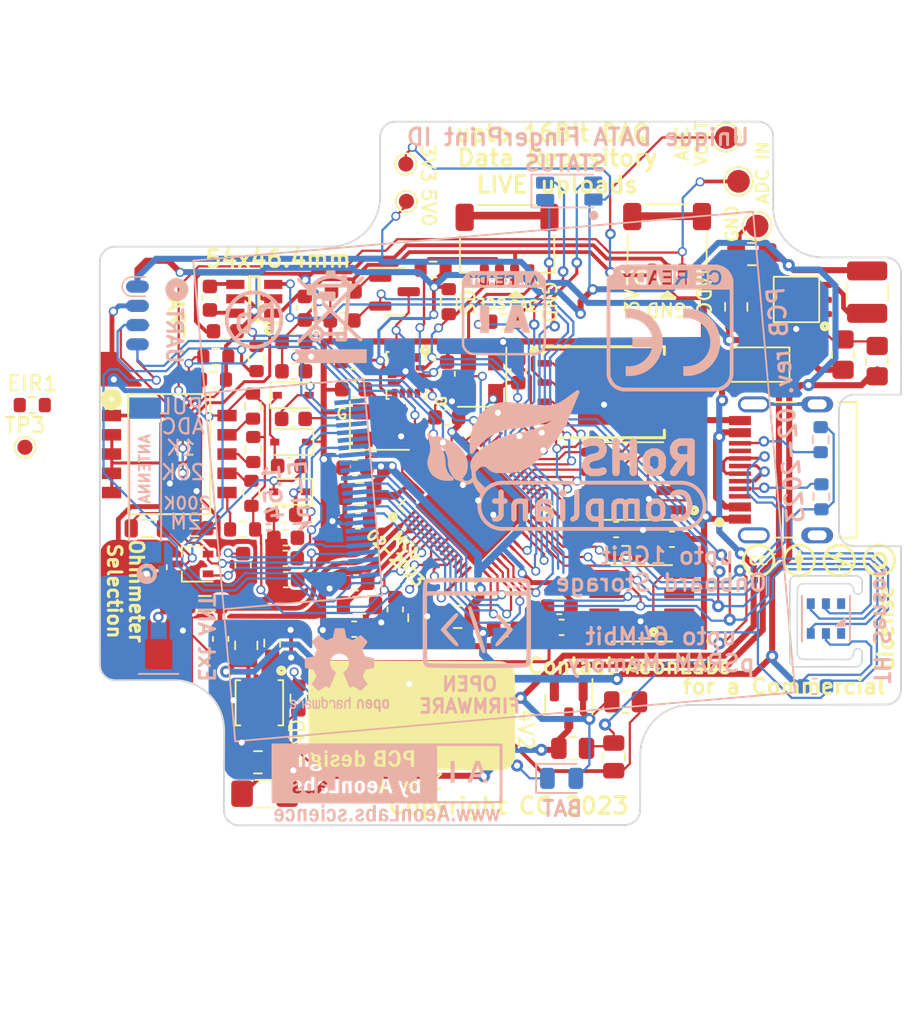
<source format=kicad_pcb>
(kicad_pcb (version 20221018) (generator pcbnew)
  (title_block (date "2021-12-28") (rev "5.3") (company "AeonLabs"))
  (layers (0 "F.Cu" signal) (31 "B.Cu" signal) (34 "B.Paste" user) (35 "F.Paste" user) (36 "B.SilkS" user "B.Silkscreen") (37 "F.SilkS" user "F.Silkscreen") (38 "B.Mask" user) (39 "F.Mask" user) (44 "Edge.Cuts" user))
  (net 0 "")
  (net 1 "GND")
  (net 2 "Net-(AU1-SW)")
  (net 3 "Net-(AU1-FB)")
  (net 4 "Net-(U3-I_SET)")
  (net 5 "Net-(ANT1-Pad1)")
  (net 7 "Net-(U3-FB)")
  (net 8 "Net-(ESP32S3-LNA_IN{slash}RF)")
  (net 9 "3V3")
  (net 10 "Net-(EC20-Pad1)")
  (net 11 "VDD_SPI")
  (net 12 "Net-(ESP32S3-GPIO16{slash}ADC2_CH5{slash}XTAL_32K_N)")
  (net 13 "CHIP_EN")
  (net 14 "ESP_GPIO0_BOOT-DTR")
  (net 15 "GPIO8_I2C_SDA")
  (net 16 "USB_D-")
  (net 17 "SPIHD")
  (net 18 "SPIWP")
  (net 19 "SPICS0")
  (net 20 "SPICLK")
  (net 21 "SPIQ")
  (net 22 "SPID")
  (net 23 "USB_D+")
  (net 24 "LCD2_BUSY_IO01")
  (net 25 "Net-(ESP32S3-GPIO15{slash}ADC2_CH4{slash}XTAL_32K_P)")
  (net 26 "Net-(ESP32S3-XTAL_N)")
  (net 27 "Net-(ESP32S3-XTAL_P)")
  (net 28 "TXD0")
  (net 29 "RXD0")
  (net 30 "Net-(J2-Pin_5)")
  (net 31 "Net-(J2-Pin_22)")
  (net 32 "Net-(J2-Pin_24)")
  (net 33 "GPIO9_I2C_SCL")
  (net 34 "Net-(J2-Pin_18)")
  (net 35 "Net-(J2-Pin_20)")
  (net 36 "Net-(EiD1a1-K)")
  (net 37 "SPICS1")
  (net 38 "Net-(EiD1a2-A)")
  (net 39 "Net-(J2-Pin_4)")
  (net 40 "Net-(ESP32S3-U0TXD{slash}PROG{slash}GPIO43)")
  (net 41 "unconnected-(ESP32S3-GPIO4{slash}ADC1_CH3-Pad9)")
  (net 42 "unconnected-(ESP32S3-GPIO5{slash}ADC1_CH4-Pad10)")
  (net 43 "unconnected-(ESP32S3-GPIO6{slash}ADC1_CH5-Pad11)")
  (net 44 "GPIO38_IMU_CS")
  (net 45 "3V3_PLUG")
  (net 47 "LCD2_RST_IO09")
  (net 48 "VIN_BATF")
  (net 49 "VIN_BAT")
  (net 50 "STDBY_LED_G")
  (net 51 "CHRG_LED_R")
  (net 52 "VIN")
  (net 53 "USB_5V0")
  (net 54 "BAT_SENSE_IO21")
  (net 55 "IO18_LED_R")
  (net 56 "LCD2_CS_IO10")
  (net 57 "LCD2_MOSI_IO11")
  (net 58 "LCD2_SCLK_IO12")
  (net 59 "IO13_LED_B")
  (net 60 "IO14_LED_G")
  (net 61 "LCD2_DC_IO13")
  (net 63 "unconnected-(ESP32S3-SPICLK_N{slash}GPIO48-Pad36)")
  (net 64 "unconnected-(ESP32S3-SPICLK_P{slash}GPIO47-Pad37)")
  (net 65 "unconnected-(ESP32S3-GPIO34-Pad39)")
  (net 66 "unconnected-(ESP32S3-GPIO35-Pad40)")
  (net 67 "unconnected-(ESP32S3-GPIO36-Pad41)")
  (net 68 "unconnected-(ESP32S3-GPIO37-Pad42)")
  (net 73 "Net-(J12-Pin_4)")
  (net 74 "Net-(J12-Pin_6)")
  (net 75 "Net-(J12-Pin_8)")
  (net 76 "Net-(J12-Pin_10)")
  (net 77 "Net-(J12-Pin_1)")
  (net 78 "Net-(HX1-C-)")
  (net 79 "Net-(HX1-C+)")
  (net 83 "PREVGH")
  (net 84 "PREVGL")
  (net 85 "GDR")
  (net 86 "RESE")
  (net 92 "Net-(J1-CC1)")
  (net 94 "Net-(J1-CC2)")
  (net 95 "PLUG_PWR_3V3_IO33")
  (net 96 "VOLTAGE_REF_IO12")
  (net 98 "unconnected-(J1-SHIELD-PadS1)")
  (net 101 "unconnected-(J20-SIG-Pad3)")
  (net 102 "Net-(LED1-RA)")
  (net 105 "ADC_OUT_IO02")
  (footprint "Capacitor_SMD:C_0603_1608Metric" (layer "F.Cu") (at 132.57 104.49 180)
    (fp_text reference "EC20" hide)
    (fp_text value "100nF 10% 16V")
  )
  (footprint "Package_TO_SOT_SMD:SOT-23" (layer "F.Cu") (at 146.61 112.51 -90)
    (fp_text reference "Q1" hide)
    (fp_text value "DMP1045U")
  )
  (footprint "Resistor_SMD:R_0603_1608Metric" (layer "F.Cu") (at 121.94 100.89)
    (fp_text reference "EIR2" hide)
    (fp_text value "0.47R")
  )
  (footprint "Resistor_SMD:R_0805_2012Metric" (layer "F.Cu") (at 146.87 115.41)
    (fp_text reference "MR1" hide)
    (fp_text value "390K")
  )
  (footprint "Capacitor_SMD:C_0805_2012Metric" (layer "F.Cu") (at 139.28 106.74 180)
    (fp_text reference "EC18" hide)
    (fp_text value "10uF 20% 6.3V")
  )
  (footprint "Capacitor_SMD:C_0603_1608Metric" (layer "F.Cu") (at 145.98 106.05)
    (fp_text reference "AUC1" hide)
    (fp_text value "100nF")
  )
  (footprint "Resistor_SMD:R_0805_2012Metric_Pad1.20x1.40mm_HandSolder" (layer "F.Cu") (at 166.96 89.87 90)
    (fp_text reference "AR1" hide)
    (fp_text value "24K")
  )
  (footprint "Resistor_SMD:R_0603_1608Metric" (layer "F.Cu") (at 142.33 87.27)
    (fp_text reference "LR1" hide)
    (fp_text value "330R")
  )
  (footprint "Crystal:Crystal_SMD_EuroQuartz_MT-4Pin_3.2x2.5mm" (layer "F.Cu") (at 134.12 94.12)
    (fp_text reference "ECY3" hide)
    (fp_text value "40Mhz 22pF+-10PPM")
  )
  (footprint "Capacitor_SMD:C_0603_1608Metric" (layer "F.Cu") (at 132.41 91.73 180)
    (fp_text reference "EC60" hide)
    (fp_text value "22pF 5% 50V")
  )
  (footprint "Capacitor_SMD:C_0603_1608Metric" (layer "F.Cu") (at 132.5 96.9 180)
    (fp_text reference "EC61" hide)
    (fp_text value "22pF 5% 50V")
  )
  (footprint "Resistor_SMD:R_0603_1608Metric" (layer "F.Cu") (at 111.21 92.77)
    (fp_text reference "EIR1")
    (fp_text value "10K")
  )
  (footprint "Package_DFN_QFN:QFN-56-1EP_7x7mm_P0.4mm_EP5.6x5.6mm" (layer "F.Cu") (at 140.450051 99.47 45)
    (fp_text reference "ESP32S3" hide)
    (fp_text value "ESP32-S3" hide)
  )
  (footprint "Resistor_SMD:R_0603_1608Metric" (layer "F.Cu") (at 136.54 106.8 90)
    (fp_text reference "ER1" hide)
    (fp_text value "10k")
  )
  (footprint "Connector_JST:JST_SH_SM02B-SRSS-TB_1x02-1MP_P1.00mm_Horizontal" (layer "F.Cu") (at 132.66 112.94)
    (fp_text reference "SHJ2" hide)
    (fp_text value "Screw_Terminal_01x02")
  )
  (footprint "Capacitor_SMD:C_0603_1608Metric" (layer "F.Cu") (at 123.94 87.9)
    (fp_text reference "HXC3" hide)
    (fp_text value "2.2uF")
  )
  (footprint "Resistor_SMD:R_0805_2012Metric" (layer "F.Cu") (at 150.36 112.34)
    (fp_text reference "PWR1" hide)
    (fp_text value "10K")
  )
  (footprint "Resistor_SMD:R_0603_1608Metric" (layer "F.Cu") (at 123.32 89.58 180)
    (fp_text reference "ER3" hide)
    (fp_text value "10k")
  )
  (footprint "Capacitor_SMD:C_0603_1608Metric" (layer "F.Cu") (at 123.64 108.195 -90)
    (fp_text reference "EC38" hide)
    (fp_text value "100nF 10% 16V")
  )
  (footprint "Capacitor_SMD:C_0603_1608Metric" (layer "F.Cu") (at 128.18 96.78)
    (fp_text reference "EIC8" hide)
    (fp_text value "4.7uF")
  )
  (footprint "Package_DFN_QFN:QFN8 3.1x2.9mm QFNn-8 3x3 SON80P400X400X100-9N" (layer "F.Cu") (at 125.765 111.895114 -90)
    (fp_text reference "U3" hide)
    (fp_text value "Battery_charger_CN3065_QFN8")
  )
  (footprint "Resistor_SMD:R_0603_1608Metric" (layer "F.Cu") (at 123.17 91.09)
    (fp_text reference "EXP_R5" hide)
    (fp_text value "4k7")
  )
  (footprint "Capacitor_SMD:C_0603_1608Metric" (layer "F.Cu") (at 146.14 107.43 180)
    (fp_text reference "EC26" hide)
    (fp_text value "100nF 10% 16V")
  )
  (footprint "Resistor_SMD:R_0805_2012Metric" (layer "F.Cu") (at 149.58 115.9725 -90)
    (fp_text reference "MR2" hide)
    (fp_text value "110K")
  )
  (footprint "Capacitor_SMD:C_0603_1608Metric" (layer "F.Cu") (at 129.19 86.38 -90)
    (fp_text reference "HXC1" hide)
    (fp_text value "2.2uF")
  )
  (footprint "Capacitor_SMD:C_0603_1608Metric" (layer "F.Cu") (at 128.46 90.54 180)
    (fp_text reference "EIC2" hide)
    (fp_text value "100nF")
  )
  (footprint "Capacitor_SMD:C_0805_2012Metric_Pad1.18x1.45mm_HandSolder" (layer "F.Cu") (at 158.6925 82.81 180)
    (fp_text reference "AC1" hide)
    (fp_text value "22uF")
  )
  (footprint "Capacitor_SMD:C_0603_1608Metric" (layer "F.Cu") (at 131.65 87.19)
    (fp_text reference "MCPC2" hide)
    (fp_text value "100nF")
  )
  (footprint "Diode_SMD:D_SOD-323" (layer "F.Cu") (at 128.26 95.21 180)
    (fp_text reference "EiD1a3" hide)
    (fp_text value "D_Schottky")
  )
  (footprint "Capacitor_SMD:C_0603_1608Metric" (layer "F.Cu") (at 135.16 106.25 90)
    (fp_text reference "EC40" hide)
    (fp_text value "1uF")
  )
  (footprint "TestPoint:TestPoint_Pad_D1.0mm" (layer "F.Cu") (at 135.86 76.87)
    (fp_text reference "TP2" hide)
    (fp_text value "VOut")
  )
  (footprint "Capacitor_SMD:C_0603_1608Metric" (layer "F.Cu") (at 142.43 107.52)
    (fp_text reference "EC17" hide)
    (fp_text value "1uF 20% 6.3V")
  )
  (footprint "TestPoint:TestPoint_Pad_D1.5mm" (layer "F.Cu") (at 157 75.12)
    (fp_text reference "REF**" hide)
    (fp_text value "TestPoint_Pad_D1.5mm")
  )
  (footprint "AeonLabs:aeon creative commons logos" (layer "F.Cu") (at 163.11 102.96)
    (fp_text reference "G***" hide)
    (fp_text value "LOGO" hide)
  )
  (footprint "Resistor_SMD:R_0603_1608Metric" (layer "F.Cu") (at 128.77 112.09 90)
    (fp_text reference "BR2" hide)
    (fp_text value "0R")
  )
  (footprint "TestPoint:TestPoint_Pad_D1.5mm" (layer "F.Cu") (at 159.04 80.96)
    (fp_text reference "REF**" hide)
    (fp_text value "TestPoint_Pad_D1.5mm")
  )
  (footprint "Inductor_SMD:L_1210_3225Metric" (layer "F.Cu") (at 166.3 85.32 -90)
    (fp_text reference "AL1" hide)
    (fp_text value "3.3uF")
  )
  (footprint "Capacitor_SMD:C_0805_2012Metric" (layer "F.Cu") (at 125.33 108.62 -90)
    (fp_text reference "BC1" hide)
    (fp_text value "22uF")
  )
  (footprint "Resistor_SMD:R_0603_1608Metric" (layer "F.Cu") (at 137.66 83.83 180)
    (fp_text reference "ICR1" hide)
    (fp_text value "10k")
  )
  (footprint "Capacitor_SMD:C_0603_1608Metric" (layer "F.Cu") (at 153.42 101.62)
    (fp_text reference "EC25" hide)
    (fp_text value "1uF 10% 50V")
  )
  (footprint "Capacitor_SMD:C_0603_1608Metric" (layer "F.Cu") (at 138.57 93.58 180)
    (fp_text reference "EC16" hide)
    (fp_text value "100nF 10% 16V")
  )
  (footprint "Capacitor_SMD:C_0603_1608Metric" (layer "F.Cu") (at 132.4 89.87)
    (fp_text reference "IMUC1" hide)
    (fp_text value "100nF")
  )
  (footprint "Capacitor_SMD:C_0603_1608Metric" (layer "F.Cu") (at 127.95 104.28 180)
    (fp_text reference "EIC15" hide)
    (fp_text value "100nF")
  )
  (footprint "Package_TO_SOT_SMD:SOT-23" (layer "F.Cu") (at 135.11 85.29)
    (fp_text reference "U1" hide)
    (fp_text value "MCP1525-TT" hide)
  )
  (footprint "Capacitor_SMD:C_0603_1608Metric" (layer "F.Cu") (at 128.44 93.68)
    (fp_text reference "EIC10" hide)
    (fp_text value "1uF")
  )
  (footprint "Resistor_SMD:R_0603_1608Metric" (layer "F.Cu") (at 150.36 102.58)
    (fp_text reference "PSR1" hide)
    (fp_text value "100K")
  )
  (footprint "Sensor_Motion:LSM6DS3 PQFN50P300X250X86-14N" (layer "F.Cu") (at 135.88 90.8125 -90)
    (fp_text reference "IMU1" hide)
    (fp_text value "LSM6DS3")
  )
  (footprint "Capacitor_SMD:C_0603_1608Metric" (layer "F.Cu") (at 143.28 90.52 90)
    (fp_text reference "EC51" hide)
    (fp_text value "22pF 5% 50V")
  )
  (footprint "Capacitor_SMD:C_0603_1608Metric" (layer "F.Cu") (at 132.7 100.41)
    (fp_text reference "EC15" hide)
    (fp_text value "100nF 10% 50V")
  )
  (footprint "Capacitor_SMD:C_0603_1608Metric" (layer "F.Cu") (at 125.12 103.345 -90)
    (fp_text reference "EIC1" hide)
    (fp_text value "100nF")
  )
  (footprint "Package_SO:Flash SPI SON127P800X600X80-9N" (layer "F.Cu") (at 148.92 91.92)
    (fp_text reference "ESP_FLASH1" hide)
    (fp_text value "W25Q128JVS")
  )
  (footprint "Diode_SMD:D_1206_3216Metric" (layer "F.Cu") (at 158.89 90.1 180)
    (fp_text reference "PWD1" hide)
    (fp_text value "D_Schottky")
  )
  (footprint "Capacitor_SMD:C_0603_1608Metric" (layer "F.Cu") (at 127.915 102.88 180)
    (fp_text reference "EIC5" hide)
    (fp_text value "100nF")
  )
  (footprint "Capacitor_SMD:C_0603_1608Metric" (layer "F.Cu") (at 127.824 100.008 180)
    (fp_text reference "EIC9" hide)
    (fp_text value "1uF")
  )
  (footprint "Package_SO:SOIC-8_3.9x4.9mm_P1.27mm" (layer "F.Cu") (at 150.89 97.78 180)
    (fp_text reference "EPS1" hide)
    (fp_text value "ESP32-PSRAM_LY68L6400S")
  )
  (footprint "Resistor_SMD:R_0603_1608Metric" (layer "F.Cu") (at 138.69 85.95 90)
    (fp_text reference "IDR1" hide)
    (fp_text value "10k")
  )
  (footprint "Inductor_SMD:L_0805_2012Metric" (layer "F.Cu") (at 132.8 105.97 180)
    (fp_text reference "L2" hide)
    (fp_text value "2nH 5%")
  )
  (footprint "Capacitor_SMD:C_0603_1608Metric" (layer "F.Cu") (at 122.93 85.72 90)
    (fp_text reference "HXC2" hide)
    (fp_text value "2.2uF")
  )
  (footprint "Capacitor_SMD:C_0805_2012Metric_Pad1.18x1.45mm_HandSolder" (layer "F.Cu") (at 157.66 86.29 90)
    (fp_text reference "AC2" hide)
    (fp_text value "4.7uF")
  )
  (footprint "Capacitor_SMD:C_0603_1608Metric" (layer "F.Cu") (at 132.45 107.55 180)
    (fp_text reference "EC19" hide)
    (fp_text value "100nF 10% 16V")
  )
  (footprint "" (layer "F.Cu") (at 142.93 108.67)
    (fp_text reference "")
    (fp_text value "")
  )
  (footprint "Capacitor_SMD:C_0805_2012Metric" (layer "F.Cu") (at 132.81 98.64)
    (fp_text reference "EC14" hide)
    (fp_text value "1uF")
  )
  (footprint "Connector_Wire:SolderWirePad_1x01_SMD_5x10mm" (layer "F.Cu") (at 155.53 98.65)
    (fp_text reference "REF**" hide)
    (fp_text value "SolderWirePad_1x01_SMD_5x10mm")
  )
  (footprint "Connector_JST:JST_SH_SM04B-SRSS-TB_1x04-1MP_P1.00mm_Horizontal" (layer "F.Cu") (at 142.54 82.26 180)
    (fp_text reference "SH_I2C1" hide)
    (fp_text value "I2C6")
  )
  (footprint "Package_DFN_QFN:AUR9718 3x3mm 6 pin" (layer "F.Cu") (at 161.585 85.8825 90)
    (fp_text reference "AU1" hide)
    (fp_text value "AUR9718x_DFN_3x3mm_6_pin")
  )
  (footprint "Capacitor_SMD:C_0805_2012Metric" (layer "F.Cu") (at 126.1 116.33)
    (fp_text reference "BC2" hide)
    (fp_text value "4.7uF")
  )
  (footprint "Resistor_SMD:R_0603_1608Metric" (layer "F.Cu") (at 125.67 98.59 90)
    (fp_text reference "EXP_R3" hide)
    (fp_text value "200k")
  )
  (footprint "Connector_USB:USB C HRO_TYPE-C-31-M-12" (layer "F.Cu") (at 163.0025 97.04 90)
    (fp_text reference "J1" hide)
    (fp_text value "TYPE-C-31-M-12")
  )
  (footprint "Package_SO:ATSHA204A Auth SOIC8" (layer "F.Cu") (at 151.43 105.845 180)
    (fp_text reference "U2" hide)
    (fp_text value "ATSHA204A-MAHDA-T")
  )
  (footprint "Capacitor_SMD:C_0603_1608Metric" (layer "F.Cu") (at 138.58 90.71 90)
    (fp_text reference "EC50" hide)
    (fp_text value "22pF 5% 50V")
  )
  (footprint "Connector_JST:JST_SH_SM03B-SRSS-TB_1x03-1MP_P1.00mm_Horizontal" (layer "F.Cu") (at 153.1 82.21 180)
    (fp_text reference "ExtSW1" hide)
    (fp_text value "Conn_01x03_Female")
  )
  (footprint "Diode_SMD:D_SOD-323" (layer "F.Cu") (at 128.43 92.12)
    (fp_text reference "EiD1a1" hide)
    (fp_text value "D_Schottky")
  )
  (footprint "Package_TO_SOT_SMD:SOT-323_SC-70" (layer "F.Cu") (at 121.81 103.25 180)
    (fp_text reference "EIQ1" hide)
    (fp_text value "SI1308EDL-T1-GE3")
  )
  (footprint "Resistor_SMD:R_0603_1608Metric" (layer "F.Cu") (at 125.09 100.97 180)
    (fp_text reference "EXP_R4" hide)
    (fp_text value "2M")
  )
  (footprint "Capacitor_SMD:C_0603_1608Metric" (layer "F.Cu") (at 149.74 100.98)
    (fp_text reference "EC24" hide)
    (fp_text value "100nF 10% 16V")
  )
  (footprint "Capacitor_SMD:C_0603_1608Metric" (layer "F.Cu") (at 119.58 103.465 90)
    (fp_text reference "EC37" hide)
    (fp_text value "100nF 10% 16V")
  )
  (footprint "Inductor_SMD:L_0805_2012Metric" (layer "F.Cu") (at 118.8 100.9)
    (fp_text reference "EIL1" hide)
    (fp_text value "68uH")
  )
  (footprint "Capacitor_SMD:C_0603_1608Metric" (layer "F.Cu") (at 131.73 85.28)
    (fp_text reference "MCPC1" hide)
    (fp_text value "100nF")
  )
  (footprint "Connector:Dip Switch 5 pin 1.27mm SW_DS05-127-2-06BK-SMT-TR" (layer "F.Cu") (at 119.81 96.17)
    (fp_text reference "J12" hide)
    (fp_text value "Conn_02x05_Odd_Even")
  )
  (footprint "Inductor_SMD:L_0805_2012Metric" (layer "F.Cu") (at 122.6 105.92)
    (fp_text reference "EL4" hide)
    (fp_text value "12nH 5%")
  )
  (footprint "Resistor_SMD:R_0805_2012Metric_Pad1.20x1.40mm_HandSolder" (layer "F.Cu") (at 164.71 89.44 -90)
    (fp_text reference "AR2" hide)
    (fp_text value "7k5")
  )
  (footprint "" (layer "F.Cu") (at 130.4 106.87)
    (fp_text reference "")
    (fp_text value "")
  )
  (footprint "Capacitor_SMD:C_0603_1608Metric" (layer "F.Cu") (at 128.47 88.6 180)
    (fp_text reference "EIC3" hide)
    (fp_text value "100nF")
  )
  (footprint "Capacitor_SMD:C_0603_1608Metric" (layer "F.Cu") (at 127.93 101.52 180)
    (fp_text reference "EIC6" hide)
    (fp_text value "100nF")
  )
  (footprint "Resistor_SMD:R_0603_1608Metric" (layer "F.Cu") (at 125.79 95.7 -90)
    (fp_text reference "EXP_R2" hide)
    (fp_text value "20k")
  )
  (footprint "TestPoint:TestPoint_Pad_D1.0mm" (layer "F.Cu") (at 110.73 95.55)
    (fp_text reference "TP3")
    (fp_text value "GND")
  )
  (footprint "TestPoint:TestPoint_Track" (layer "F.Cu") (at 120.2 106.06 45)
    (fp_text reference "REF**" hide)
    (fp_text value "TestPoint_Track")
  )
  (footprint "Resistor_SMD:R_0603_1608Metric" (layer "F.Cu") (at 125.77 92.84 -90)
    (fp_text reference "EXP_R1" hide)
    (fp_text value "1k")
  )
  (footprint "Resistor_SMD:R_0603_1608Metric" (layer "F.Cu") (at 127.04 108.47 -90)
    (fp_text reference "BR1" hide)
    (fp_text value "1K8")
  )
  (footprint "" (layer "F.Cu") (at 142.94 88.57 90)
    (fp_text reference "")
    (fp_text value "")
  )
  (footprint "Fuse:Fuse_1206_3216Metric_Pad1.42x1.75mm_HandSolder" (layer "F.Cu") (at 126.54 118.4 180)
    (fp_text reference "F1" hide)
    (fp_text value "Polyfuse")
  )
  (footprint "Connector_Wire:SolderWirePad_1x01_SMD_5x10mm" (layer "F.Cu") (at 130.44 95.52)
    (fp_text reference "REF**" hide)
    (fp_text value "SolderWirePad_1x01_SMD_5x10mm")
  )
  (footprint "AeonLabs Enclosure Boxes:ABB JB6 IP65 57x64mm wirh USB hole" (layer "F.Cu") (at 144.034547 101.989964)
    (fp_text reference "REF**" hide)
    (fp_text value "ABB JB6 IP65 57x64mm wirh USB hole")
    (fp_line (start -28.37 -18.71) (end -28.353307 7.896796) (stroke (width 0.12)) (layer "Edge.Cuts"))
    (fp_line (start -27.392211 8.923647) (end -23.46 8.918977) (stroke (width 0.12)) (layer "Edge.Cuts"))
    (fp_line (start -27.343149 -19.671096) (end -13.211142 -19.671398) (stroke (width 0.12)) (layer "Edge.Cuts"))
    (fp_line (start -20.182796 17.472126) (end -20.161858 12.261321) (stroke (width 0.12)) (layer "Edge.Cuts"))
    (fp_line (start -19.2217 18.498977) (end 6.262127 18.472798) (stroke (width 0.12)) (layer "Edge.Cuts"))
    (fp_line (start -9.868977 -26.9517) (end -9.868798 -22.98124) (stroke (width 0.12)) (layer "Edge.Cuts"))
    (fp_line (start -8.842126 -27.912796) (end 15.1117 -27.918904) (stroke (width 0.12)) (layer "Edge.Cuts"))
    (fp_line (start 7.288978 17.511702) (end 7.295729 13.868188) (stroke (width 0.12)) (layer "Edge.Cuts"))
    (fp_line (start 16.072796 -26.892053) (end 16.061991 -22.303149) (stroke (width 0.12)) (layer "Edge.Cuts"))
    (fp_line (start 19.371833 -18.960805) (end 23.538904 -18.957881) (stroke (width 0.12)) (layer "Edge.Cuts"))
    (fp_line (start 20.4 -4.891709) (end 20.40102 -8.951709) (stroke (width 0.12)) (layer "Edge.Cuts"))
    (fp_line (start 20.407195 -0.937871) (end 20.4 -4.91) (stroke (width 0.12)) (layer "Edge.Cuts"))
    (fp_line (start 21.368291 0.08898) (end 24.5 0.09) (stroke (width 0.12)) (layer "Edge.Cuts"))
    (fp_line (start 21.427871 -9.912805) (end 24.5 -9.91) (stroke (width 0.12)) (layer "Edge.Cuts"))
    (fp_line (start 23.473149 10.531096) (end 10.638073 10.558346) (stroke (width 0.12)) (layer "Edge.Cuts"))
    (fp_line (start 24.5 -17.93103) (end 24.500906 -9.91) (stroke (width 0.12)) (layer "Edge.Cuts"))
    (fp_line (start 24.5 0.09) (end 24.5 9.57) (stroke (width 0.12)) (layer "Edge.Cuts"))
    (fp_arc (start -28.37 -18.71) (mid -28.051023 -19.3983) (end -27.343149 -19.671096) (stroke (width 0.12)) (layer "Edge.Cuts"))
    (fp_arc (start -27.392211 8.923647) (mid -28.080511 8.60467) (end -28.353307 7.896796) (stroke (width 0.12)) (layer "Edge.Cuts"))
    (fp_arc (start -23.4717 8.918977) (mid -21.119769 9.899917) (end -20.161858 12.261321) (stroke (width 0.12)) (layer "Edge.Cuts"))
    (fp_arc (start -19.2217 18.498977) (mid -19.91 18.18) (end -20.182796 17.472126) (stroke (width 0.12)) (layer "Edge.Cuts"))
    (fp_arc (start -9.868977 -26.9517) (mid -9.55 -27.64) (end -8.842126 -27.912796) (stroke (width 0.12)) (layer "Edge.Cuts"))
    (fp_arc (start -9.868798 -22.98124) (mid -10.849738 -20.629309) (end -13.211142 -19.671398) (stroke (width 0.12)) (layer "Edge.Cuts"))
    (fp_arc (start 7.288978 17.511702) (mid 6.969995 18.199995) (end 6.262127 18.472798) (stroke (width 0.12)) (layer "Edge.Cuts"))
    (fp_arc (start 7.295729 13.868188) (mid 8.27667 11.516258) (end 10.638073 10.558346) (stroke (width 0.12)) (layer "Edge.Cuts"))
    (fp_arc (start 15.1117 -27.918904) (mid 15.800002 -27.599927) (end 16.072796 -26.892053) (stroke (width 0.12)) (layer "Edge.Cuts"))
    (fp_arc (start 19.371833 -18.960805) (mid 17.019902 -19.941744) (end 16.061991 -22.303149) (stroke (width 0.12)) (layer "Edge.Cuts"))
    (fp_arc (start 20.40102 -8.951709) (mid 20.720001 -9.639996) (end 21.427871 -9.912805) (stroke (width 0.12)) (layer "Edge.Cuts"))
    (fp_arc (start 21.368291 0.08898) (mid 20.680004 -0.230001) (end 20.407195 -0.937871) (stroke (width 0.12)) (layer "Edge.Cuts"))
    (fp_arc (start 23.538904 -18.957881) (mid 24.227195 -18.638901) (end 24.5 -17.93103) (stroke (width 0.12)) (layer "Edge.Cuts"))
    (fp_arc (start 24.5 9.57) (mid 24.181023 10.2583) (end 23.473149 10.531096) (stroke (width 0.12)) (layer "Edge.Cuts"))
  )
  (footprint "Diode_SMD:D_SOD-323" (layer "F.Cu") (at 128.19 98.49 180)
    (fp_text reference "EiD1a2" hide)
    (fp_text value "D_Schottky")
  )
  (footprint "Connector_JST:JST_SH_SM02B-SRSS-TB_1x02-1MP_P1.00mm_Horizontal" (layer "F.Cu") (at 139.33 112.79)
    (fp_text reference "SHJ1" hide)
    (fp_text value "Screw_Terminal_01x02")
  )
  (footprint "Package_SO:HX4002 SOT95 P280X125-6N" (layer "F.Cu") (at 125.86 85.76 180)
    (fp_text reference "HX1" hide)
    (fp_text value "HX4002" hide)
  )
  (footprint "Resistor_SMD:R_0603_1608Metric" (layer "F.Cu") (at 126.01 89.7 90)
    (fp_text reference "ER2" hide)
    (fp_text value "499R")
  )
  (footprint "Crystal:Crystal_SMD_EuroQuartz_MT-4Pin_3.2x2.5mm" (layer "F.Cu") (at 140.89 90.93 90)
    (fp_text reference "ECY2" hide)
    (fp_text value "32.768Mhz 22pF+-10PPM")
  )
  (footprint "TestPoint:TestPoint_Pad_D1.5mm" (layer "F.Cu") (at 157.81 78.01)
    (fp_text reference "REF**" hide)
    (fp_text value "TestPoint_Pad_D1.5mm")
  )
  (footprint "TestPoint:TestPoint_Pad_D1.0mm" (layer "F.Cu") (at 135.9 79.33)
    (fp_text reference "TP1" hide)
    (fp_text value "VIN")
  )
  (footprint "AeonLabs Logosy:AI ready" (layer "B.Cu") (at 142.33 86.71 180)
    (fp_text reference "G***" hide)
    (fp_text value "LOGO" hide)
  )
  (footprint "Capacitor_SMD:C_0603_1608Metric" (layer "B.Cu") (at 162.84 111.32 180)
    (fp_text reference "SHC1" hide)
    (fp_text value "100nF" hide)
  )
  (footprint "Connector:SOIC_clipProgSmall" (layer "B.Cu") (at 117.4 86.86 90)
    (fp_text reference "ICSP1" hide)
    (fp_text value "Conn_01x08_Male" hide)
  )
  (footprint "OLIMEX_LOGOs-FP:LOGO_RECYCLEBIN_1" (layer "B.Cu") (at 133.2525 89.973 180)
    (fp_text reference "Sign-RecycleBin" hide)
    (fp_text value "" hide)
  )
  (footprint "AeonLabs LCD & OLED Displays:1.54 E-Ink 24 pin LDAD" (layer "B.Cu") (at 135.15 96.88 -85)
    (fp_text reference "J2" hide)
    (fp_text value "Conn_01x24_Male" hide)
  )
  (footprint "Sensor:AHT20 - PSON100P300X300X110-6N" (layer "B.Cu") (at 163.58 106.85 90)
    (fp_text reference "U4" hide)
    (fp_text value "AHT20" hide)
  )
  (footprint "OLIMEX_LOGOs-FP:LOGO_ROHS_1" (layer "B.Cu") (at 154.5545 100.3035 180)
    (fp_text reference "Sign-RoHS" hide)
    (fp_text value "" hide)
  )
  (footprint "AeonLabs Logos:aeonlabs science" (layer "B.Cu") (at 134.619702 117.711553 180)
    (fp_text reference "G***" hide)
    (fp_text value "LOGO" hide)
  )
  (footprint "LED_SMD:LED_1206_3210_RGB_Metric" (layer "B.Cu") (at 146.41 78.61)
    (fp_text reference "LED1" hide)
    (fp_text value "LED_GBRC" hide)
  )
  (footprint "AeonLabs Logosy:CE Ready Small Logo" (layer "B.Cu") (at 153.3 87.68 180)
    (fp_text reference "G***" hide)
    (fp_text value "LOGO" hide)
  )
  (footprint "Resistor_SMD:R_0603_1608Metric" (layer "B.Cu") (at 163.23 95.05 90)
    (fp_text reference "USBR1" hide)
    (fp_text value "5k1" hide)
  )
  (footprint "Resistor_SMD:R_0603_1608Metric" (layer "B.Cu") (at 163.28 98.82 -90)
    (fp_text reference "USBR2" hide)
    (fp_text value "5k1" hide)
  )
  (footprint "Symbol:OSHW-Logo2_7.3x6mm_SilkScreen" (layer "B.Cu") (at 131.49 110.25 180)
    (fp_text reference "REF**" hide)
    (fp_text value "OSHW-Logo2_7.3x6mm_SilkScreen" hide)
  )
  (footprint "RF_Antenna:HRS_U.FL-R-SMT(01)" (layer "B.Cu") (at 119.55 109.2)
    (fp_text reference "J20" hide)
    (fp_text value "U.FL-R-SMT(01)" hide)
  )
  (footprint "LED_SMD:LED_0805_2012Metric" (layer "B.Cu") (at 146.14 117.39)
    (fp_text reference "BD1" hide)
    (fp_text value "LED" hide)
  )
  (footprint "OLIMEX_LOGOs-FP:LOGO_PBFREE" (layer "B.Cu") (at 126.05 86.82)
    (fp_text reference "Sign-PbFree" hide)
    (fp_text value "")
  )
  (footprint "AeonLabs Logos:open_firmware" (layer "B.Cu") (at 140.69 108.09 180)
    (fp_text reference "G***" hide)
    (fp_text value "LOGO" hide)
  )
  (footprint "RF_Antenna:AN9520_ANT2-SMD-9.5X2.1X1.0MM" (layer "B.Cu") (at 118.66 97.72 90)
    (property "VALUE" "AN9520")
    (fp_text reference "ANT1" hide)
    (fp_text value "SMD-BUILT-IN-ANTENNA-2.4GHZ(2P-9.5X2.1MM)" hide)
  )
  (gr_circle (center 134.13 92.56) (end 134.24 92.59) (stroke (width 0.2)) (fill none) (layer "F.Cu"))
  (gr_circle (center 139.46 90.876568) (end 139.5 90.916568) (stroke (width 0.2)) (fill none) (layer "F.Cu"))
  (gr_circle (center 120.75 85.15) (end 121.21 85.2) (stroke (width 0.6)) (fill none) (layer "B.SilkS"))
  (gr_circle (center 118.77 103.895234) (end 118.24 103.966475) (stroke (width 0.28)) (fill none) (layer "B.SilkS"))
  (gr_line (start 135.75 99.87) (end 135.34474 99.47) (stroke (width 0.12)) (layer "F.SilkS"))
  (gr_circle (center 152.22 107.75) (end 152.41 107.77) (stroke (width 0.28)) (fill none) (layer "F.SilkS"))
  (gr_circle (center 156.55 100.5) (end 156.74 100.52) (stroke (width 0.28)) (fill none) (layer "F.SilkS"))
  (gr_circle (center 154.88 99.71) (end 155.07 99.73) (stroke (width 0.28)) (fill none) (layer "F.SilkS"))
  (gr_poly (pts (xy 143.58 85.64) (xy 142.67 85.64) (xy 143.1 85.28)) (stroke (width 0.2)) (fill solid) (layer "F.SilkS"))
  (gr_circle (center 144.33 89.19) (end 144.52 89.21) (stroke (width 0.28)) (fill none) (layer "F.SilkS"))
  (gr_circle (center 137.13439 89.16) (end 137.35439 89.21) (stroke (width 0.28)) (fill none) (layer "F.SilkS"))
  (gr_circle (center 127.653951 110.285114) (end 127.843951 110.305114) (stroke (width 0.28)) (fill none) (layer "F.SilkS"))
  (gr_circle (center 126.85 87.86) (end 127.04 87.88) (stroke (width 0.28)) (fill none) (layer "F.SilkS"))
  (gr_circle (center 135 100.16) (end 135.19 100.18) (stroke (width 0.28)) (fill none) (layer "F.SilkS"))
  (gr_poly (pts (xy 153.6 85.67) (xy 152.69 85.67) (xy 153.12 85.31)) (stroke (width 0.2)) (fill solid) (layer "F.SilkS"))
  (gr_circle (center 163.51 87.57) (end 163.7 87.59) (stroke (width 0.28)) (fill none) (layer "F.SilkS"))
  (gr_arc (start 165.393483 109.119912) (mid 165.280723 109.422991) (end 164.983484 109.550399) (stroke (width 0.1)) (layer "Edge.Cuts"))
  (gr_arc (start 161.699039 104.973855) (mid 161.811741 104.670694) (end 162.109038 104.543368) (stroke (width 0.1)) (layer "Edge.Cuts"))
  (gr_line (start 161.201105 104.45703) (end 161.190822 109.622699) (stroke (width 0.1)) (layer "Edge.Cuts"))
  (gr_arc (start 161.621309 110.032698) (mid 161.318217 109.91994) (end 161.190822 109.622699) (stroke (width 0.1)) (layer "Edge.Cuts"))
  (gr_line (start 161.692996 109.129913) (end 161.699039 104.973855) (stroke (width 0.1)) (layer "Edge.Cuts"))
  (gr_line (start 165.967754 109.119912) (end 165.970995 109.596816) (stroke (width 0.1)) (layer "Edge.Cuts"))
  (gr_arc (start 165.393483 109.119912) (mid 165.680619 108.832795) (end 165.967754 109.119912) (stroke (width 0.1)) (layer "Edge.Cuts"))
  (gr_arc (start 164.969038 104.543337) (mid 165.272113 104.656128) (end 165.399525 104.953336) (stroke (width 0.1)) (layer "Edge.Cuts"))
  (gr_arc (start 161.201105 104.45703) (mid 161.31382 104.153909) (end 161.611104 104.026543) (stroke (width 0.1)) (layer "Edge.Cuts"))
  (gr_arc (start 165.543309 104.033339) (mid 165.84637 104.146152) (end 165.973796 104.443338) (stroke (width 0.1)) (layer "Edge.Cuts"))
  (gr_arc (start 162.123483 109.539912) (mid 161.820371 109.427178) (end 161.692996 109.129913) (stroke (width 0.1)) (layer "Edge.Cuts"))
  (gr_line (start 165.543309 104.033857) (end 161.611104 104.026543) (stroke (width 0.1)) (layer "Edge.Cuts"))
  (gr_arc (start 165.970995 109.596816) (mid 165.858239 109.899931) (end 165.560996 110.027303) (stroke (width 0.1)) (layer "Edge.Cuts"))
  (gr_arc (start 165.973796 104.953336) (mid 165.68666 105.240454) (end 165.399525 104.953336) (stroke (width 0.1)) (layer "Edge.Cuts"))
  (gr_line (start 165.973796 104.443338) (end 165.973796 104.953336) (stroke (width 0.1)) (layer "Edge.Cuts"))
  (gr_line (start 164.969038 104.543855) (end 162.109038 104.543368) (stroke (width 0.1)) (layer "Edge.Cuts"))
  (gr_line (start 161.60824 110.032698) (end 165.560996 110.027303) (stroke (width 0.1)) (layer "Edge.Cuts"))
  (gr_line (start 164.983484 109.550399) (end 162.123483 109.539912) (stroke (width 0.1)) (layer "Edge.Cuts"))
  (gr_text "BAT" (at 146.18 119.39) (layer "B.SilkS") (effects (font (size 1 1) (thickness 0.2)) (justify mirror)))
  (gr_text "1K" (at 121.01 95.59) (layer "B.SilkS") (effects (font (size 1 1)) (justify mirror)))
  (gr_text "2M" (at 121.34 100.46) (layer "B.SilkS") (effects (font (size 1 1)) (justify mirror)))
  (gr_text "Unique DATA FingerPrint ID" (at 147.22 75.1) (layer "B.SilkS") (effects (font (size 1.1 1.1) (thickness 0.2)) (justify mirror)))
  (gr_text "ANTENNA" (at 118.63 96.98 90) (layer "B.SilkS") (effects (font (size 0.7 0.7)) (justify mirror)))
  (gr_text "1.54{dblquote}\nE-Ink" (at 128.03 98.87 95) (layer "B.SilkS") (effects (font (size 1.1 1.1) (thickness 0.2)) (justify mirror)))
  (gr_text "PCB rev. 02-2023" (at 160.93 92.77 95) (layer "B.SilkS") (effects (font (size 1.1 1.1) (thickness 0.2)) (justify mirror)))
  (gr_text "upto 1Gbit \nOnboard Storage\n\nupto 64Mbit\npSRAM Memory\n" (at 152.7 106.26) (layer "B.SilkS") (effects (font (size 1.1 1.1) (thickness 0.2)) (justify mirror)))
  (gr_text "ADC\n" (at 121.17 94.18) (layer "B.SilkS") (effects (font (size 1 1)) (justify mirror)))
  (gr_text "Ext ANT" (at 122.69 108.15 -90) (layer "B.SilkS") (effects (font (size 1 1) (thickness 0.2)) (justify mirror)))
  (gr_text "STATUS" (at 146.39 76.82) (layer "B.SilkS") (effects (font (size 1 1) (thickness 0.2)) (justify mirror)))
  (gr_text "UART" (at 120.59 88.2 -90) (layer "B.SilkS") (effects (font (size 1 1) (thickness 0.2)) (justify mirror)))
  (gr_text "20K" (at 121.15 97.2) (layer "B.SilkS") (effects (font (size 1 1)) (justify mirror)))
  (gr_text "200K" (at 121.41 99.25) (layer "B.SilkS") (effects (font (size 0.8 0.8)) (justify mirror)))
  (gr_text "TH Sensor" (at 167.24 107.32 -90) (layer "B.SilkS") (effects (font (size 1 1) (thickness 0.2)) (justify mirror)))
  (gr_text "OPEN\nFIRMWARE" (at 140.071828 111.903194) (layer "B.SilkS") (effects (font (size 0.9 0.9) (thickness 0.2)) (justify mirror)))
  (gr_text "PUL" (at 121.04 92.86) (layer "B.SilkS") (effects (font (size 1 1)) (justify mirror)))
  (gr_text "5V0\n" (at 137.36 79.74 -90) (layer "F.SilkS") (effects (font (size 0.9 0.9))))
  (gr_text "3V3" (at 150.81 85.48 90) (layer "F.SilkS") (effects (font (size 0.9 0.9))))
  (gr_text "Ohmmeter\nSelection" (at 117.36 105.04 270) (layer "F.SilkS") (effects (font (size 0.9 0.9) (thickness 0.2))))
  (gr_text "MCU\n02-2023" (at 135.55 102.46 -45) (layer "F.SilkS") (effects (font (size 0.7 0.7) (thickness 0.175))))
  (gr_text "GND" (at 157.39 80.81 90) (layer "F.SilkS") (effects (font (size 0.8 0.8))))
  (gr_text "ADC IN" (at 159.39 77.45 90) (layer "F.SilkS") (effects (font (size 0.8 0.8))))
  (gr_text "3V3" (at 137.32 76.83 270) (layer "F.SilkS") (effects (font (size 0.9 0.9))))
  (gr_text "2xBAT" (at 136.13 117.56 180) (layer "F.SilkS") (effects (font (size 1 1))))
  (gr_text "Copyright CC 2023" (at 142.64 119.2) (layer "F.SilkS") (effects (font (size 1.1 1.1) (thickness 0.2))))
  (gr_text "for a Commercial  \n" (at 154.02 111.33) (layer "F.SilkS") (effects (font (size 1 1) (thickness 0.2)) (justify left)))
  (gr_text "Contact AeonLabs" (at 143.77 109.98) (layer "F.SilkS") (effects (font (size 1 1) (thickness 0.2)) (justify left)))
  (gr_text "upto 16Bit DAQ" (at 145.56 74.84) (layer "F.SilkS") (effects (font (size 1.1 1.1) (thickness 0.2))))
  (gr_text "G" (at 138.2 92.52 90) (layer "F.SilkS") (effects (font (size 0.7 0.7))))
  (gr_text "54x46.4mm" (at 127.43 83.12) (layer "F.SilkS") (effects (font (size 1.1 1.1) (thickness 0.2))))
  (gr_text "SCL" (at 141.53 86.07 180) (layer "F.SilkS") (effects (font (size 0.7 0.7))))
  (gr_text "ADC" (at 155.49 85.56 270) (layer "F.SilkS") (effects (font (size 0.9 0.9))))
  (gr_text "License" (at 167.53 110.38 90) (layer "F.SilkS") (effects (font (size 1 1) (thickness 0.2)) (justify left)))
  (gr_text "4V2" (at 143.77 114.16 270) (layer "F.SilkS") (effects (font (size 1 1))))
  (gr_text "GND" (at 145.31 85.97 270) (layer "F.SilkS") (effects (font (size 0.9 0.9))))
  (gr_text "ADC\nVOUT" (at 154.73 75.51 90) (layer "F.SilkS") (effects (font (size 0.8 0.8))))
  (gr_text "GND" (at 153.08 86.47 180) (layer "F.SilkS") (effects (font (size 0.9 0.9))))
  (gr_text "GND" (at 128.71 114.97 90) (layer "F.SilkS") (effects (font (size 1 1))))
  (gr_text "3V3" (at 143.63 86.18 180) (layer "F.SilkS") (effects (font (size 0.7 0.7))))
  (gr_text "SDA" (at 139.97 85.6 90) (layer "F.SilkS") (effects (font (size 0.9 0.9))))
  (gr_text "Data Repository\nLIVE uploads" (at 145.86 77.35) (layer "F.SilkS") (effects (font (size 1.1 1.1) (thickness 0.2))))
  (gr_text "G" (at 131.64 93.34) (layer "F.SilkS") (effects (font (size 0.7 0.7))))
  (gr_text "UART" (at 120.7 86.47 270) (layer "F.SilkS") (effects (font (size 1 1) (thickness 0.2))))
  (segment (start 139.77 80.275) (end 145.37 80.275) (width 0.51) (layer "F.Cu") (net 0))
  (segment (start 151.08 80.31) (end 155.68 80.31) (width 0.51) (layer "F.Cu") (net 0))
  (segment (start 130.3925 101.2625) (end 130.3925 101.4575) (width 0.25) (layer "F.Cu") (net 1))
  (segment (start 137.795 93.58) (end 137.795 92.795) (width 0.15) (layer "F.Cu") (net 1))
  (segment (start 127.01 100.12) (end 127.155 100.265) (width 0.15) (layer "F.Cu") (net 1))
  (segment (start 144.11 93.4) (end 144.535 93.825) (width 0.15) (layer "F.Cu") (net 1))
  (segment (start 161.61 87.74) (end 161.61 85.8025) (width 0.32) (layer "F.Cu") (net 1))
  (segment (start 145.295 106.1) (end 145.295 107.45) (width 0.15) (layer "F.Cu") (net 1))
  (segment (start 123.765 101.795) (end 123.51 101.54) (width 0.25) (layer "F.Cu") (net 1))
  (segment (start 157.8925 81.4875) (end 158.62 80.76) (width 0.25) (layer "F.Cu") (net 1))
  (segment (start 145.155 109.695) (end 138.735 109.695) (width 0.2) (layer "F.Cu") (net 1))
  (segment (start 129.505 93.63) (end 130.375 93.63) (width 0.15) (layer "F.Cu") (net 1))
  (segment (start 149.12 83.11) (end 152.7 83.11) (width 0.25) (layer "F.Cu") (net 1))
  (segment (start 150.175 116.885) (end 149.58 116.885) (width 0.15) (layer "F.Cu") (net 1))
  (segment (start 135.24 87.86) (end 135.24 88.6525) (width 0.15) (layer "F.Cu") (net 1))
  (segment (start 150.64 113.72) (end 150.64 116.42) (width 0.15) (layer "F.Cu") (net 1))
  (segment (start 127.695 88.6) (end 127.695 88.475) (width 0.15) (layer "F.Cu") (net 1))
  (segment (start 132.16 109.74) (end 132.205 109.695) (width 0.15) (layer "F.Cu") (net 1))
  (segment (start 138.63 88.6175) (end 138.63 90.015) (width 0.25) (layer "F.Cu") (net 1))
  (segment (start 129 84.51) (end 129.23 84.51) (width 0.25) (layer "F.Cu") (net 1))
  (segment (start 138.942472 98.81095) (end 137.025 96.893478) (width 0.2) (layer "F.Cu") (net 1))
  (segment (start 124.9 112.24) (end 124.9 116.27) (width 0.25) (layer "F.Cu") (net 1))
  (segment (start 137.025 96.893478) (end 137.025 94.185) (width 0.2) (layer "F.Cu") (net 1))
  (segment (start 144.11 90.87) (end 144.11 93.4) (width 0.15) (layer "F.Cu") (net 1))
  (segment (start 131.795 104.49) (end 131.795 103.985) (width 0.25) (layer "F.Cu") (net 1))
  (segment (start 140.33 92.15) (end 140.22 92.04) (width 0.25) (layer "F.Cu") (net 1))
  (segment (start 132.205 109.695) (end 129.195 109.695) (width 0.2) (layer "F.Cu") (net 1))
  (segment (start 139.57 92.52) (end 138.9 92.52) (width 0.2) (layer "F.Cu") (net 1))
  (segment (start 130.84 87.155) (end 130.875 87.19) (width 0.15) (layer "F.Cu") (net 1))
  (segment (start 130.3925 94.8325) (end 130.3925 98.0325) (width 0.25) (layer "F.Cu") (net 1))
  (segment (start 151.2745 100.99) (end 151.45 101.1655) (width 0.15) (layer "F.Cu") (net 1))
  (segment (start 117.55 102.44) (end 116.89 101.78) (width 0.32) (layer "F.Cu") (net 1))
  (segment (start 157.9075 93.76) (end 157.9175 93.77) (width 0.4) (layer "F.Cu") (net 1))
  (segment (start 130.89 88.015) (end 130.89 87.19) (width 0.25) (layer "F.Cu") (net 1))
  (segment (start 125.41 116.54) (end 125.44 116.51) (width 0.25) (layer "F.Cu") (net 1))
  (segment (start 149.58 116.885) (end 149.555 116.91) (width 0.25) (layer "F.Cu") (net 1))
  (segment (start 151.2725 113.0875) (end 150.64 113.72) (width 0.15) (layer "F.Cu") (net 1))
  (segment (start 130.14942 85.974894) (end 128.99 87.134314) (width 0.2) (layer "F.Cu") (net 1))
  (segment (start 161.61 85.17) (end 160.72 84.28) (width 0.32) (layer "F.Cu") (net 1))
  (segment (start 131.88 97.425) (end 131.805 97.35) (width 0.25) (layer "F.Cu") (net 1))
  (segment (start 153.1 85.05) (end 153.1 84.21) (width 0.25) (layer "F.Cu") (net 1))
  (segment (start 119.945 99.465) (end 120.33 99.08) (width 0.32) (layer "F.Cu") (net 1))
  (segment (start 125.597817 101.795) (end 123.765 101.795) (width 0.25) (layer "F.Cu") (net 1))
  (segment (start 135.58 90.8) (end 135.84 90.54) (width 0.2) (layer "F.Cu") (net 1))
  (segment (start 128.29 109.61) (end 128.3 109.62) (width 0.25) (layer "F.Cu") (net 1))
  (segment (start 158.12 85.09) (end 158.21 85.18) (width 0.32) (layer "F.Cu") (net 1))
  (segment (start 135.096802 83.036802) (end 135.903604 82.23) (width 0.25) (layer "F.Cu") (net 1))
  (segment (start 132.09 103.69) (end 133.426403 103.69) (width 0.25) (layer "F.Cu") (net 1))
  (segment (start 126.255 112.365114) (end 126.129886 112.24) (width 0.25) (layer "F.Cu") (net 1))
  (segment (start 131.83 99.03) (end 131.83 100.315) (width 0.3) (layer "F.Cu") (net 1))
  (segment (start 122.675 100.89) (end 123.43 100.89) (width 0.15) (layer "F.Cu") (net 1))
  (segment (start 127.695 88.6) (end 127.695 90.53) (width 0.15) (layer "F.Cu") (net 1))
  (segment (start 119.58 102.69) (end 119.33 102.44) (width 0.32) (layer "F.Cu") (net 1))
  (segment (start 141.68 89.83) (end 143.29 89.83) (width 0.25) (layer "F.Cu") (net 1))
  (segment (start 137.63 93.58) (end 137.795 93.58) (width 0.2) (layer "F.Cu") (net 1))
  (segment (start 125.12 105.12) (end 125.58 105.58) (width 0.15) (layer "F.Cu") (net 1))
  (segment (start 130.3925 101.2625) (end 130.3925 101.8275) (width 0.25) (layer "F.Cu") (net 1))
  (segment (start 128.095 107.685) (end 128.29 107.88) (width 0.25) (layer "F.Cu") (net 1))
  (segment (start 135.22 87.84) (end 135.24 87.86) (width 0.15) (layer "F.Cu") (net 1))
  (segment (start 116.89 100.3) (end 117.725 99.465) (width 0.32) (layer "F.Cu") (net 1))
  (segment (start 145.295 107.45) (end 145.315 107.47) (width 0.15) (layer "F.Cu") (net 1))
  (segment (start 130.89 87.7475) (end 130.89 88.5725) (width 0.25) (layer "F.Cu") (net 1))
  (segment (start 138.625 89.135) (end 138.63 89.135) (width 0.25) (layer "F.Cu") (net 1))
  (segment (start 126.975 110.735) (end 126.975 110.885114) (width 0.25) (layer "F.Cu") (net 1))
  (segment (start 153.77 85.72) (end 153.1 85.05) (width 0.25) (layer "F.Cu") (net 1))
  (segment (start 152.03 99.05) (end 154.69 99.05) (width 0.15) (layer "F.Cu") (net 1))
  (segment (start 161.62 87.75) (end 161.61 87.74) (width 0.32) (layer "F.Cu") (net 1))
  (segment (start 155.54 88.59) (end 155.54 102.59) (width 0.4) (layer "F.Cu") (net 1))
  (segment (start 153.1 83.51) (end 153.1 84.21) (width 0.25) (layer "F.Cu") (net 1))
  (segment (start 125.5625 107.6) (end 127.1375 107.6) (width 0.25) (layer "F.Cu") (net 1))
  (segment (start 129.47 95.18) (end 130.34 95.18) (width 0.15) (layer "F.Cu") (net 1))
  (segment (start 129.015 87.155) (end 129.19 87.155) (width 0.15) (layer "F.Cu") (net 1))
  (segment (start 129.65 84.09) (end 129.72 84.02) (width 0.25) (layer "F.Cu") (net 1))
  (segment (start 130.4175 93.26) (end 132.9825 93.26) (width 0.25) (layer "F.Cu") (net 1))
  (segment (start 140 86.67) (end 140 88.55875) (width 0.2) (layer "F.Cu") (net 1))
  (segment (start 135.22 95.4125) (end 135.22 95.02) (width 0.2) (layer "F.Cu") (net 1))
  (segment (start 123.51 100.19) (end 122.02 98.7) (width 0.25) (layer "F.Cu") (net 1))
  (segment (start 122.69 87.93) (end 123.405 87.93) (width 0.25) (layer "F.Cu") (net 1))
  (segment (start 129.72 84.02) (end 132.223604 84.02) (width 0.25) (layer "F.Cu") (net 1))
  (segment (start 127.155 100.265) (end 127.155 104.26) (width 0.15) (layer "F.Cu") (net 1))
  (segment (start 138.735 109.695) (end 132.205 109.695) (width 0.2) (layer "F.Cu") (net 1))
  (segment (start 157.8625 85.65) (end 155.76 85.65) (width 0.4) (layer "F.Cu") (net 1))
  (segment (start 138.63 90.015) (end 138.62 90.025) (width 0.25) (layer "F.Cu") (net 1))
  (segment (start 162.865 85.8375) (end 161.615 85.8375) (width 0.4) (layer "F.Cu") (net 1))
  (segment (start 130.4 106.16) (end 130.4 105.32) (width 0.25) (layer "F.Cu") (net 1))
  (segment (start 138.289512 106.699512) (end 138.33 106.74) (width 0.25) (layer "F.Cu") (net 1))
  (segment (start 116.47 86.68) (end 116.47 90.96) (width 0.32) (layer "F.Cu") (net 1))
  (segment (start 137.025 94.185) (end 137.63 93.58) (width 0.2) (layer "F.Cu") (net 1))
  (segment (start 141.54 88.57) (end 155.54 88.57) (width 0.4) (layer "F.Cu") (net 1))
  (segment (start 137.99 102.21) (end 140.272101 99.927899) (width 0.2) (layer "F.Cu") (net 1))
  (segment (start 143.64 85.47) (end 141.2 85.47) (width 0.2) (layer "F.Cu") (net 1))
  (segment (start 131.795 103.985) (end 132.09 103.69) (width 0.25) (layer "F.Cu") (net 1))
  (segment (start 145.31 107.805) (end 145.31 109.54) (width 0.2) (layer "F.Cu") (net 1))
  (segment (start 157.87 84.12) (end 157.87 84.8) (width 0.32) (layer "F.Cu") (net 1))
  (segment (start 135.2775 90.8) (end 135.58 90.8) (width 0.2) (layer "F.Cu") (net 1))
  (segment (start 125.965 111.005114) (end 125.965 112.075114) (width 0.25) (layer "F.Cu") (net 1))
  (segment (start 155.52375 101.6) (end 154.43625 101.6) (width 0.4) (layer "F.Cu") (net 1))
  (segment (start 116.47 90.96) (end 116.59 91.08) (width 0.32) (layer "F.Cu") (net 1))
  (segment (start 132.223604 84.02) (end 133.206802 83.036802) (width 0.25) (layer "F.Cu") (net 1))
  (segment (start 127.695 90.53) (end 127.685 90.54) (width 0.15) (layer "F.Cu") (net 1))
  (segment (start 136.0475 85.29) (end 136.0475 86.6725) (width 0.15) (layer "F.Cu") (net 1))
  (segment (start 138.942472 98.812472) (end 138.942472 98.81095) (width 0.2) (layer "F.Cu") (net 1))
  (segment (start 148.24 82.23) (end 149.12 83.11) (width 0.25) (layer "F.Cu") (net 1))
  (segment (start 153.1 84.35) (end 153.24 84.21) (width 0.25) (layer "F.Cu") (net 1))
  (segment (start 130.955 85.28) (end 130.875 85.36) (width 0.15) (layer "F.Cu") (net 1))
  (segment (start 125.869886 112.24) (end 124.59 112.24) (width 0.25) (layer "F.Cu") (net 1))
  (segment (start 121.46 107.64) (end 121.15 107.64) (width 0.15) (layer "F.Cu") (net 1))
  (segment (start 127.695 88.475) (end 129.015 87.155) (width 0.15) (layer "F.Cu") (net 1))
  (segment (start 122.79 108.97) (end 121.46 107.64) (width 0.15) (layer "F.Cu") (net 1))
  (segment (start 122.279568 84.1) (end 122 84.379568) (width 0.25) (layer "F.Cu") (net 1))
  (segment (start 136.0475 86.6725) (end 135.22 87.5) (width 0.15) (layer "F.Cu") (net 1))
  (segment (start 155.76 85.65) (end 155.53 85.88) (width 0.4) (layer "F.Cu") (net 1))
  (segment (start 124.9 116.27) (end 125.17 116.54) (width 0.25) (layer "F.Cu") (net 1))
  (segment (start 155.53 85.88) (end 155.53 88.68) (width 0.4) (layer "F.Cu") (net 1))
  (segment (start 138.83 109.79) (end 138.735 109.695) (width 0.15) (layer "F.Cu") (net 1))
  (segment (start 126.09 84.16) (end 126.03 84.1) (width 0.25) (layer "F.Cu") (net 1))
  (segment (start 139.99 92.1) (end 139.57 92.52) (width 0.2) (layer "F.Cu") (net 1))
  (segment (start 152.19 104.61) (end 152.865 103.935) (width 0.15) (layer "F.Cu") (net 1))
  (segment (start 135.903604 82.23) (end 148.24 82.23) (width 0.25) (layer "F.Cu") (net 1))
  (segment (start 119.33 102.44) (end 117.55 102.44) (width 0.32) (layer "F.Cu") (net 1))
  (segment (start 151.27 107.06) (end 151.75 107.06) (width 0.15) (layer "F.Cu") (net 1))
  (segment (start 130.875 85.36) (end 130.875 87.19) (width 0.15) (layer "F.Cu") (net 1))
  (segment (start 155.67 85.72) (end 153.77 85.72) (width 0.25) (layer "F.Cu") (net 1))
  (segment (start 150.395 100.99) (end 151.2745 100.99) (width 0.15) (layer "F.Cu") (net 1))
  (segment (start 152.7 83.11) (end 153.1 83.51) (width 0.25) (layer "F.Cu") (net 1))
  (segment (start 135.35 91.33) (end 135.0975 91.33) (width 0.2) (layer "F.Cu") (net 1))
  (segment (start 126.09 85.44) (end 126.09 84.16) (width 0.25) (layer "F.Cu") (net 1))
  (segment (start 152.19 106.62) (end 152.19 104.61) (width 0.15) (layer "F.Cu") (net 1))
  (segment (start 133.426403 103.69) (end 134.21263 102.903773) (width 0.25) (layer "F.Cu") (net 1))
  (segment (start 158.14 85.3725) (end 157.8625 85.65) (width 0.4) (layer "F.Cu") (net 1))
  (segment (start 130.3925 94.8325) (end 130.3925 101.2625) (width 0.25) (layer "F.Cu") (net 1))
  (segment (start 144.07 85.04) (end 143.64 85.47) (width 0.2) (layer "F.Cu") (net 1))
  (segment (start 133.206802 83.036802) (end 135.096802 83.036802) (width 0.25) (layer "F.Cu") (net 1))
  (segment (start 122 87.24) (end 122.69 87.93) (width 0.25) (layer "F.Cu") (net 1))
  (segment (start 131.23 104.49) (end 131.795 104.49) (width 0.25) (layer "F.Cu") (net 1))
  (segment (start 143.29 89.925) (end 143.29 90.05) (width 0.15) (layer "F.Cu") (net 1))
  (segment (start 125.08 84.1) (end 128.31 84.1) (width 0.25) (layer "F.Cu") (net 1))
  (segment (start 153.905 103.935) (end 154.02 103.82) (width 0.15) (layer "F.Cu") (net 1))
  (segment (start 153.27 99.05) (end 155.57 99.05) (width 0.15) (layer "F.Cu") (net 1))
  (segment (start 127.13 107.685) (end 128.165 107.685) (width 0.25) (layer "F.Cu") (net 1))
  (segment (start 130.4225 91.76) (end 131.82 91.76) (width 0.25) (layer "F.Cu") (net 1))
  (segment (start 130.3925 101.8275) (end 130.39 101.83) (width 0.25) (layer "F.Cu") (net 1))
  (segment (start 127.175 105.305) (end 127.175 104.28) (width 0.15) (layer "F.Cu") (net 1))
  (segment (start 123.43 100.89) (end 123.51 100.81) (width 0.15) (layer "F.Cu") (net 1))
  (segment (start 128.29 109.42) (end 126.975 110.735) (width 0.25) (layer "F.Cu") (net 1))
  (segment (start 126.03 84.1) (end 125.08 84.1) (width 0.25) (layer "F.Cu") (net 1))
  (segment (start 151.84 98.86) (end 152.03 99.05) (width 0.15) (layer "F.Cu") (net 1))
  (segment (start 129.23 84.51) (end 129.65 84.09) (width 0.25) (layer "F.Cu") (net 1))
  (segment (start 128.92 109.42) (end 128.29 109.42) (width 0.2) (layer "F.Cu") (net 1))
  (segment (start 142.69 114.85) (end 142.69 113.28) (width 0.25) (layer "F.Cu") (net 1))
  (segment (start 135.84 90.54) (end 135.84 90.84) (width 0.2) (layer "F.Cu") (net 1))
  (segment (start 123.64 108.97) (end 123.8 108.97) (width 0.15) (layer "F.Cu") (net 1))
  (segment (start 129.19 87.155) (end 130.84 87.155) (width 0.15) (layer "F.Cu") (net 1))
  (segment (start 139.99 91.99) (end 139.99 92.1) (width 0.2) (layer "F.Cu") (net 1))
  (segment (start 126.41 85.76) (end 126.09 85.44) (width 0.25) (layer "F.Cu") (net 1))
  (segment (start 128.99 87.134314) (end 128.99 87.275) (width 0.25) (layer "F.Cu") (net 1))
  (segment (start 125.65 104.12) (end 125.92 103.85) (width 0.25) (layer "F.Cu") (net 1))
  (segment (start 145.31 109.54) (end 145.155 109.695) (width 0.2) (layer "F.Cu") (net 1))
  (segment (start 116.89 101.78) (end 116.89 100.3) (width 0.32) (layer "F.Cu") (net 1))
  (segment (start 125.12 104.12) (end 125.65 104.12) (width 0.25) (layer "F.Cu") (net 1))
  (segment (start 123.51 100.81) (end 123.51 100.19) (width 0.25) (layer "F.Cu") (net 1))
  (segment (start 125.92 103.85) (end 125.92 102.117183) (width 0.25) (layer "F.Cu") (net 1))
  (segment (start 142.93 108.67) (end 141.54 108.67) (width 0.25) (layer "F.Cu") (net 1))
  (segment (start 130.49 95.36) (end 130.45 95.32) (width 0.2) (layer "F.Cu") (net 1))
  (segment (start 143.29 90.05) (end 144.11 90.87) (width 0.15) (layer "F.Cu") (net 1))
  (segment (start 145.165 107.52) (end 145.215 107.47) (width 0.15) (layer "F.Cu") (net 1))
  (segment (start 153.365 95.875) (end 152.365 95.875) (width 0.15) (layer "F.Cu") (net 1))
  (segment (start 155.56 100.27) (end 157.9175 100.27) (width 0.4) (layer "F.Cu") (net 1))
  (segment (start 138.07 92.52) (end 138.9 92.52) (width 0.15) (layer "F.Cu") (net 1))
  (segment (start 131.83 100.315) (end 131.925 100.41) (width 0.3) (layer "F.Cu") (net 1))
  (segment (start 151.2725 112.34) (end 151.2725 113.0875) (width 0.15) (layer "F.Cu") (net 1))
  (segment (start 128.31 84.1) (end 128.59 84.1) (width 0.25) (layer "F.Cu") (net 1))
  (segment (start 135.16 107.025) (end 134.325 107.025) (width 0.15) (layer "F.Cu") (net 1))
  (segment (start 130.3925 98.0325) (end 130.51 98.15) (width 0.25) (layer "F.Cu") (net 1))
  (segment (start 125.12 104.12) (end 125.12 105.12) (width 0.15) (layer "F.Cu") (net 1))
  (segment (start 120.33 99.08) (end 120.33 98.16) (width 0.32) (layer "F.Cu") (net 1))
  (segment (start 123.51 101.54) (end 123.51 100.81) (width 0.25) (layer "F.Cu") (net 1))
  (segment (start 129.64 84.1) (end 129.65 84.09) (width 0.25) (layer "F.Cu") (net 1))
  (segment (start 144.75 116.91) (end 142.69 114.85) (width 0.25) (layer "F.Cu") (net 1))
  (segment (start 127.11 85.76) (end 126.41 85.76) (width 0.25) (layer "F.Cu") (net 1))
  (segment (start 161.62 87.75) (end 161.62 88.93) (width 0.4) (layer "F.Cu") (net 1))
  (segment (start 151.75 107.06) (end 152.19 106.62) (width 0.15) (layer "F.Cu") (net 1))
  (segment (start 157.87 84.09) (end 157.87 83.0075) (width 0.32) (layer "F.Cu") (net 1))
  (segment (start 125.58 105.58) (end 126.9 105.58) (width 0.15) (layer "F.Cu") (net 1))
  (segment (start 143.23 107.775) (end 143.23 108.65) (width 0.15) (layer "F.Cu") (net 1))
  (segment (start 132.16 110.94) (end 132.16 109.74) (width 0.15) (layer "F.Cu") (net 1))
  (segment (start 144.07 84.15) (end 144.07 85.04) (width 0.2) (layer "F.Cu") (net 1))
  (segment (start 142.94 88.57) (end 142.93 88.58) (width 0.4) (layer "F.Cu") (net 1))
  (segment (start 150.64 116.42) (end 150.175 116.885) (width 0.15) (layer "F.Cu") (net 1))
  (segment (start 137.277804 106.699512) (end 138.289512 106.699512) (width 0.25) (layer "F.Cu") (net 1))
  (segment (start 141.2 85.47) (end 140 86.67) (width 0.2) (layer "F.Cu") (net 1))
  (segment (start 123.8 108.97) (end 125.1 107.67) (width 0.15) (layer "F.Cu") (net 1))
  (segment (start 126.9 105.58) (end 127.175 105.305) (width 0.15) (layer "F.Cu") (net 1))
  (segment (start 141.535 112.125) (end 141.535 109.72) (width 0.25) (layer "F.Cu") (net 1))
  (segment (start 128.31 84.1) (end 129.64 84.1) (width 0.25) (layer "F.Cu") (net 1))
  (segment (start 128.59 84.1) (end 128.79 84.1) (width 0.25) (layer "F.Cu") (net 1))
  (segment (start 130.3925 89.89) (end 131.79 89.89) (width 0.25) (layer "F.Cu") (net 1))
  (segment (start 127.155 104.26) (end 127.175 104.28) (width 0.15) (layer "F.Cu") (net 1))
  (segment (start 130.14942 85.946112) (end 130.14942 85.974894) (width 0.25) (layer "F.Cu") (net 1))
  (segment (start 128.29 107.88) (end 128.29 109.61) (width 0.25) (layer "F.Cu") (net 1))
  (segment (start 153.9025 103.935) (end 154.15 103.6875) (width 0.15) (layer "F.Cu") (net 1))
  (segment (start 161.61 85.8025) (end 161.61 85.17) (width 0.32) (layer "F.Cu") (net 1))
  (segment (start 130.44 107.55) (end 130.38 107.61) (width 0.2) (layer "F.Cu") (net 1))
  (segment (start 125.17 116.54) (end 125.41 116.54) (width 0.25) (layer "F.Cu") (net 1))
  (segment (start 128.79 84.1) (end 129.04 84.35) (width 0.25) (layer "F.Cu") (net 1))
  (segment (start 117.725 99.465) (end 119.945 99.465) (width 0.32) (layer "F.Cu") (net 1))
  (segment (start 142.93 88.58) (end 131.03 88.58) (width 0.4) (layer "F.Cu") (net 1))
  (segment (start 143.29 90.11) (end 143.29 88.445) (width 0.15) (layer "F.Cu") (net 1))
  (segment (start 152.865 103.935) (end 153.905 103.935) (width 0.15) (layer "F.Cu") (net 1))
  (segment (start 125.1 107.67) (end 125.33 107.67) (width 0.15) (layer "F.Cu") (net 1))
  (segment (start 157.8925 82.88) (end 157.8925 81.4875) (width 0.25) (layer "F.Cu") (net 1))
  (segment (start 124.49 112.24) (end 124.9 112.24) (width 0.25) (layer "F.Cu") (net 1))
  (segment (start 137.795 92.795) (end 138.07 92.52) (width 0.15) (layer "F.Cu") (net 1))
  (segment (start 134.325 107.025) (end 134.24 107.11) (width 0.15) (layer "F.Cu") (net 1))
  (segment (start 127.13 107.685) (end 128.095 107.685) (width 0.25) (layer "F.Cu") (net 1))
  (segment (start 125.965 112.075114) (end 126.255 112.365114) (width 0.25) (layer "F.Cu") (net 1))
  (segment (start 161.62 88.93) (end 163.13 90.44) (width 0.4) (layer "F.Cu") (net 1))
  (segment (start 154.15 103.6875) (end 154.15 101.63) (width 0.15) (layer "F.Cu") (net 1))
  (segment (start 142.69 113.28) (end 141.535 112.125) (width 0.25) (layer "F.Cu") (net 1))
  (segment (start 135.84 90.84) (end 135.35 91.33) (width 0.2) (layer "F.Cu") (net 1))
  (segment (start 130.3925 89.89) (end 130.3925 94.8325) (width 0.25) (layer "F.Cu") (net 1))
  (segment (start 163.13 90.44) (end 164.71 90.44) (width 0.4) (layer "F.Cu") (net 1))
  (segment (start 131.88 99.22) (end 131.88 97.425) (width 0.25) (layer "F.Cu") (net 1))
  (segment (start 125.08 84.1) (end 122.279568 84.1) (width 0.25) (layer "F.Cu") (net 1))
  (segment (start 125.92 102.117183) (end 125.597817 101.795) (width 0.25) (layer "F.Cu") (net 1))
  (segment (start 152.365 95.875) (end 151.84 96.4) (width 0.15) (layer "F.Cu") (net 1))
  (segment (start 122.02 98.7) (end 122.02 98.53) (width 0.25) (layer "F.Cu") (net 1))
  (segment (start 129.195 109.695) (end 128.92 109.42) (width 0.2) (layer "F.Cu") (net 1))
  (segment (start 155.54 93.76) (end 157.9075 93.76) (width 0.4) (layer "F.Cu") (net 1))
  (segment (start 121.19 108.58) (end 121.19 107.65) (width 0.25) (layer "F.Cu") (net 1))
  (segment (start 130.47 100.42) (end 131.88 100.42) (width 0.4) (layer "F.Cu") (net 1))
  (segment (start 128.165 107.685) (end 128.39 107.46) (width 0.25) (layer "F.Cu") (net 1))
  (segment (start 116.56 86.59) (end 116.47 86.68) (width 0.32) (layer "F.Cu") (net 1))
  (segment (start 126.975 112.05) (end 126.975 110.995114) (width 0.25) (layer "F.Cu") (net 1))
  (segment (start 144.535 93.825) (end 145.025 93.825) (width 0.15) (layer "F.Cu") (net 1))
  (segment (start 149.555 116.91) (end 144.75 116.91) (width 0.25) (layer "F.Cu") (net 1))
  (segment (start 151.84 96.4) (end 151.84 98.86) (width 0.15) (layer "F.Cu") (net 1))
  (segment (start 138.83 110.79) (end 138.83 109.79) (width 0.15) (layer "F.Cu") (net 1))
  (segment (start 122 84.379568) (end 122 87.24) (width 0.25) (layer "F.Cu") (net 1))
  (segment (start 131.675 107.55) (end 130.44 107.55) (width 0.2) (layer "F.Cu") (net 1))
  (segment (start 160.72 84.28) (end 157.9 84.28) (width 0.32) (layer "F.Cu") (net 1))
  (segment (start 135.22 87.5) (end 135.22 87.84) (width 0.15) (layer "F.Cu") (net 1))
  (segment (start 130.4 105.32) (end 131.23 104.49) (width 0.25) (layer "F.Cu") (net 1))
  (segment (start 123.64 108.97) (end 122.79 108.97) (width 0.15) (layer "F.Cu") (net 1))
  (via (at 116.59 91.08) (size 0.8) (drill 0.4) (layers "F.Cu" "B.Cu") (net 1))
  (via (at 137.277804 106.699512) (size 0.6) (drill 0.4) (layers "F.Cu" "B.Cu") (net 1))
  (via (at 151.35 107.03) (size 0.6) (drill 0.4) (layers "F.Cu" "B.Cu") (net 1))
  (via (at 128.255 107.595) (size 0.7) (drill 0.4) (layers "F.Cu" "B.Cu") (net 1))
  (via (at 151.51 101.01) (size 0.6) (drill 0.4) (layers "F.Cu" "B.Cu") (net 1))
  (via (at 131.02 100.42) (size 0.6) (drill 0.4) (layers "F.Cu" "B.Cu") (net 1))
  (via (at 124.49 112.24) (size 0.7) (drill 0.4) (layers "F.Cu" "B.Cu") (net 1))
  (via (at 121.15 107.64) (size 0.8) (drill 0.4) (layers "F.Cu" "B.Cu") (net 1))
  (via (at 135.84 90.54) (size 0.6) (drill 0.4) (layers "F.Cu" "B.Cu") (net 1))
  (via (at 130.83 104.87) (size 0.7) (drill 0.4) (layers "F.Cu" "B.Cu") (net 1))
  (via (at 142.28 88.6) (size 0.6) (drill 0.4) (layers "F.Cu" "B.Cu") (net 1))
  (via (at 129.23 84.51) (size 0.7) (drill 0.4) (layers "F.Cu" "B.Cu") (net 1))
  (via (at 141.63 100) (size 0.8) (drill 0.4) (layers "F.Cu" "B.Cu") (net 1))
  (via (at 138.9 92.52) (size 0.6) (drill 0.4) (layers "F.Cu" "B.Cu") (net 1))
  (via (at 130.38 107.61) (size 0.7) (drill 0.4) (layers "F.Cu" "B.Cu") (net 1))
  (via (at 116.56 86.59) (size 0.6) (drill 0.4) (layers "F.Cu" "B.Cu") (net 1))
  (via (at 125.03 115.03) (size 0.7) (drill 0.4) (layers "F.Cu" "B.Cu") (net 1))
  (via (at 122.05 98.44) (size 0.6) (drill 0.4) (layers "F.Cu" "B.Cu") (net 1))
  (via (at 135.55 94.83) (size 0.6) (drill 0.4) (layers "F.Cu" "B.Cu") (net 1))
  (via (at 130.14942 85.946112) (size 0.6) (drill 0.4) (layers "F.Cu" "B.Cu") (net 1))
  (via (at 128.29 109.42) (size 0.7) (drill 0.4) (layers "F.Cu" "B.Cu") (net 1))
  (via (at 139.63 98.04) (size 0.8) (drill 0.4) (layers "F.Cu" "B.Cu") (net 1))
  (via (at 151.9 98.96) (size 0.6) (drill 0.4) (layers "F.Cu" "B.Cu") (net 1))
  (via (at 135.22 87.84) (size 0.6) (drill 0.4) (layers "F.Cu" "B.Cu") (net 1))
  (via (at 161.62 87.75) (size 0.8) (drill 0.4) (layers "F.Cu" "B.Cu") (net 1))
  (via (at 155.66 100.13) (size 0.8) (drill 0.4) (layers "F.Cu" "B.Cu") (net 1))
  (via (at 134.24 107.11) (size 0.7) (drill 0.4) (layers "F.Cu" "B.Cu") (net 1))
  (via (at 140.63 99.06) (size 0.8) (drill 0.4) (layers "F.Cu" "B.Cu") (net 1))
  (via (at 120.29 97.94) (size 0.6) (drill 0.4) (layers "F.Cu" "B.Cu") (net 1))
  (via (at 130.46 96.34) (size 0.6) (drill 0.4) (layers "F.Cu" "B.Cu") (net 1))
  (via (at 148.94 92.74) (size 0.6) (drill 0.4) (layers "F.Cu" "B.Cu") (net 1))
  (segment (start 148.88 93.18) (end 148.88 92.66) (width 0.2) (layer "B.Cu") (net 1))
  (segment (start 134.4 95.96) (end 135.51 94.85) (width 0.15) (layer "B.Cu") (net 1))
  (segment (start 155.56 93.05) (end 155.56 93.48) (width 0.4) (layer "B.Cu") (net 1))
  (segment (start 163.24 112.08) (end 161.32 112.08) (width 0.15) (layer "B.Cu") (net 1))
  (segment (start 159.09 107.76) (end 159.09 108.74) (width 0.15) (layer "B.Cu") (net 1))
  (segment (start 118.17 109.039363) (end 118.17 109.843701) (width 0.32) (layer "B.Cu") (net 1))
  (segment (start 138.89 92.53) (end 137.92 91.56) (width 0.2) (layer "B.Cu") (net 1))
  (segment (start 163.28 99.645) (end 161.885 99.645) (width 0.15) (layer "B.Cu") (net 1))
  (segment (start 155.31 107.76) (end 158.71 107.76) (width 0.15) (layer "B.Cu") (net 1))
  (segment (start 163.595 110.95) (end 163.595 111.725) (width 0.15) (layer "B.Cu") (net 1))
  (segment (start 158.71 107.76) (end 159.09 107.76) (width 0.15) (layer "B.Cu") (net 1))
  (segment (start 135.84 90.54) (end 135.84 88.46) (width 0.15) (layer "B.Cu") (net 1))
  (segment (start 155.4 88.54) (end 155.56 88.7) (width 0.4) (layer "B.Cu") (net 1))
  (segment (start 119.82 91.82) (end 120.27 92.27) (width 0.32) (layer "B.Cu") (net 1))
  (segment (start 150.42 88.56) (end 150.4 88.54) (width 0.15) (layer "B.Cu") (net 1))
  (segment (start 161.32 112.08) (end 159.09 109.85) (width 0.15) (layer "B.Cu") (net 1))
  (segment (start 141.61 100) (end 141.63 100) (width 0.2) (layer "B.Cu") (net 1))
  (segment (start 131.2 100.6) (end 132.293428 100.6) (width 0.15) (layer "B.Cu") (net 1))
  (segment (start 160.08 105.474974) (end 160.08 104.179948) (width 0.15) (layer "B.Cu") (net 1))
  (segment (start 166.54 105.900052) (end 165.935052 106.505) (width 0.15) (layer "B.Cu") (net 1))
  (segment (start 163.835 106.505) (end 163.54 106.21) (width 0.15) (layer "B.Cu") (net 1))
  (segment (start 121.12 107.67) (end 121.15 107.64) (width 0.25) (layer "B.Cu") (net 1))
  (segment (start 120.27 92.27) (end 120.27 97.75) (width 0.32) (layer "B.Cu") (net 1))
  (segment (start 153.44 88.54) (end 150.4 88.54) (width 0.4) (layer "B.Cu") (net 1))
  (segment (start 130.14942 85.42942) (end 129.23 84.51) (width 0.2) (layer "B.Cu") (net 1))
  (segment (start 163.54 106.21) (end 163.54 105.905) (width 0.15) (layer "B.Cu") (net 1))
  (segment (start 161.3 101.8) (end 162.05 102.55) (width 0.15) (layer "B.Cu") (net 1))
  (segment (start 163.625 94.225) (end 164.09 94.69) (width 0.15) (layer "B.Cu") (net 1))
  (segment (start 134.97 107.11) (end 134.24 107.11) (width 0.25) (layer "B.Cu") (net 1))
  (segment (start 118.17 109.843701) (end 118.675662 110.349363) (width 0.32) (layer "B.Cu") (net 1))
  (segment (start 166.94 109.99) (end 165.98 110.95) (width 0.15) (layer "B.Cu") (net 1))
  (segment (start 166.54 103.9) (end 166.54 105.900052) (width 0.15) (layer "B.Cu") (net 1))
  (segment (start 137.92 91.56) (end 136.86 91.56) (width 0.2) (layer "B.Cu") (net 1))
  (segment (start 159.09 107.82) (end 159.09 106.464974) (width 0.15) (layer "B.Cu") (net 1))
  (segment (start 163.595 111.725) (end 163.24 112.08) (width 0.15) (layer "B.Cu") (net 1))
  (segment (start 159.09 109.85) (end 159.09 107.81) (width 0.15) (layer "B.Cu") (net 1))
  (segment (start 164.09 94.69) (end 164.09 99.14) (width 0.15) (layer "B.Cu") (net 1))
  (segment (start 120.27 97.75) (end 120.96 98.44) (width 0.32) (layer "B.Cu") (net 1))
  (segment (start 130.98 107.11) (end 130.42 107.67) (width 0.25) (layer "B.Cu") (net 1))
  (segment (start 137.277804 106.699512) (end 137.178292 106.6) (width 0.2) (layer "B.Cu") (net 1))
  (segment (start 116.56 86.59) (end 116.925 86.225) (width 0.32) (layer "B.Cu") (net 1))
  (segment (start 165.935052 106.505) (end 163.835 106.505) (width 0.15) (layer "B.Cu") (net 1))
  (segment (start 167.68 106.244975) (end 166.94 106.984975) (width 0.15) (layer "B.Cu") (net 1))
  (segment (start 164.09 99.14) (end 163.585 99.645) (width 0.15) (layer "B.Cu") (net 1))
  (segment (start 161.885 99.645) (end 161.3 100.23) (width 0.15) (layer "B.Cu") (net 1))
  (segment (start 134.97 107.11) (end 130.98 107.11) (width 0.25) (layer "B.Cu") (net 1))
  (segment (start 116.59 91.08) (end 117.33 91.82) (width 0.32) (layer "B.Cu") (net 1))
  (segment (start 158.71 107.76) (end 159.08 107.76) (width 0.15) (layer "B.Cu") (net 1))
  (segment (start 159.09 106.464974) (end 160.08 105.474974) (width 0.15) (layer "B.Cu") (net 1))
  (segment (start 132.739143 95.96) (end 134.4 95.96) (width 0.15) (layer "B.Cu") (net 1))
  (segment (start 155.56 91.53) (end 155.56 92.37) (width 0.4) (layer "B.Cu") (net 1))
  (segment (start 151.9 98.96) (end 151.9 100.62) (width 0.15) (layer "B.Cu") (net 1))
  (segment (start 151.9 100.62) (end 151.51 101.01) (width 0.15) (layer "B.Cu") (net 1))
  (segment (start 121.12 109.840637) (end 121.12 109.039363) (width 0.32) (layer "B.Cu") (net 1))
  (segment (start 161.3 100.23) (end 161.3 101.8) (width 0.15) (layer "B.Cu") (net 1))
  (segment (start 116.925 86.225) (end 118.15 86.225) (width 0.32) (layer "B.Cu") (net 1))
  (segment (start 166.674925 102.55) (end 167.680002 103.555078) (width 0.15) (layer "B.Cu") (net 1))
  (segment (start 137.277804 106.699512) (end 136.867316 107.11) (width 0.25) (layer "B.Cu") (net 1))
  (segment (start 131.801714 96.12) (end 130.68 96.12) (width 0.15) (layer "B.Cu") (net 1))
  (segment (start 155.56 88.7) (end 155.56 91.53) (width 0.4) (layer "B.Cu") (net 1))
  (segment (start 140.55 99.06) (end 140.63 99.06) (width 0.2) (layer "B.Cu") (net 1))
  (segment (start 163.23 94.225) (end 163.625 94.225) (width 0.15) (layer "B.Cu") (net 1))
  (segment (start 130.14942 85.946112) (end 130.14942 85.42942) (width 0.2) (layer "B.Cu") (net 1))
  (segment (start 160.12 87.75) (end 161.62 87.75) (width 0.32) (layer "B.Cu") (net 1))
  (segment (start 153.44 88.54) (end 155.4 88.54) (width 0.4) (layer "B.Cu") (net 1))
  (segment (start 139.65 98.04) (end 141.61 100) (width 0.2) (layer "B.Cu") (net 1))
  (segment (start 155.56 92.37) (end 155.56 100.27) (width 0.4) (layer "B.Cu") (net 1))
  (segment (start 121.12 109.21) (end 121.12 107.67) (width 0.25) (layer "B.Cu") (net 1))
  (segment (start 135.84 88.46) (end 135.22 87.84) (width 0.15) (layer "B.Cu") (net 1))
  (segment (start 166.94 106.984975) (end 166.94 109.99) (width 0.15) (layer "B.Cu") (net 1))
  (segment (start 165.98 110.95) (end 163.595 110.95) (width 0.15) (layer "B.Cu") (net 1))
  (segment (start 160.659948 103.6) (end 166.24 103.6) (width 0.15) (layer "B.Cu") (net 1))
  (segment (start 163.54 105.905) (end 163.58 105.865) (width 0.15) (layer "B.Cu") (net 1))
  (segment (start 120.611274 110.349363) (end 121.12 109.840637) (width 0.32) (layer "B.Cu") (net 1))
  (segment (start 155.49 107.74) (end 154.05 107.74) (width 0.4) (layer "B.Cu") (net 1))
  (segment (start 118.675662 110.349363) (end 120.611274 110.349363) (width 0.32) (layer "B.Cu") (net 1))
  (segment (start 130.68 96.12) (end 130.46 96.34) (width 0.15) (layer "B.Cu") (net 1))
  (segment (start 136.867316 107.11) (end 134.97 107.11) (width 0.25) (layer "B.Cu") (net 1))
  (segment (start 138.9 92.52) (end 138.89 92.53) (width 0.2) (layer "B.Cu") (net 1))
  (segment (start 139.63 98.04) (end 139.65 98.04) (width 0.2) (layer "B.Cu") (net 1))
  (segment (start 162.05 102.55) (end 166.674925 102.55) (width 0.15) (layer "B.Cu") (net 1))
  (segment (start 166.24 103.6) (end 166.54 103.9) (width 0.15) (layer "B.Cu") (net 1))
  (segment (start 155.3 107.77) (end 155.31 107.76) (width 0.15) (layer "B.Cu") (net 1))
  (segment (start 167.680002 103.555078) (end 167.68 106.244975) (width 0.15) (layer "B.Cu") (net 1))
  (segment (start 136.86 91.56) (end 135.84 90.54) (width 0.2) (layer "B.Cu") (net 1))
  (segment (start 163.585 99.645) (end 163.28 99.645) (width 0.15) (layer "B.Cu") (net 1))
  (segment (start 155.56 92.37) (end 155.56 93.05) (width 0.4) (layer "B.Cu") (net 1))
  (segment (start 160.08 104.179948) (end 160.659948 103.6) (width 0.15) (layer "B.Cu") (net 1))
  (segment (start 131.02 100.42) (end 131.2 100.6) (width 0.15) (layer "B.Cu") (net 1))
  (segment (start 120.96 98.44) (end 122.05 98.44) (width 0.32) (layer "B.Cu") (net 1))
  (segment (start 117.33 91.82) (end 119.82 91.82) (width 0.32) (layer "B.Cu") (net 1))
  (segment (start 164.74 86.35) (end 165.11 86.72) (width 0.32) (layer "F.Cu") (net 2))
  (segment (start 164.095 84.8425) (end 164.74 85.4875) (width 0.32) (layer "F.Cu") (net 2))
  (segment (start 163.325 84.8425) (end 164.095 84.8425) (width 0.32) (layer "F.Cu") (net 2))
  (segment (start 165.11 86.72) (end 166.3 86.72) (width 0.32) (layer "F.Cu") (net 2))
  (segment (start 164.74 85.4875) (end 164.74 86.35) (width 0.32) (layer "F.Cu") (net 2))
  (segment (start 163.33 86.7675) (end 163.33 87.79) (width 0.15) (layer "F.Cu") (net 3))
  (segment (start 163.33 87.79) (end 163.98 88.44) (width 0.15) (layer "F.Cu") (net 3))
  (segment (start 164.735 88.57) (end 166.965 88.57) (width 0.15) (layer "F.Cu") (net 3))
  (segment (start 163.98 88.44) (end 164.71 88.44) (width 0.15) (layer "F.Cu") (net 3))
  (segment (start 126.465 110.145) (end 127.04 109.57) (width 0.25) (layer "F.Cu") (net 4))
  (segment (start 127.04 109.57) (end 127.04 109.295) (width 0.25) (layer "F.Cu") (net 4))
  (segment (start 126.465 110.885114) (end 126.465 110.145) (width 0.25) (layer "F.Cu") (net 4))
  (segment (start 119.58 104.24) (end 119.12 104.24) (width 0.32) (layer "F.Cu") (net 5))
  (segment (start 119.12 104.24) (end 118.77 103.89) (width 0.32) (layer "F.Cu") (net 5))
  (segment (start 118.77 104.095786) (end 118.77 103.89) (width 0.32) (layer "F.Cu") (net 5))
  (segment (start 121.79 105.49) (end 121.33 105.49) (width 0.32) (layer "F.Cu") (net 5))
  (segment (start 120.727574 105.49) (end 120.405061 105.812513) (width 0.32) (layer "F.Cu") (net 5))
  (segment (start 121.33 105.49) (end 120.86 105.49) (width 0.32) (layer "F.Cu") (net 5))
  (segment (start 120.86 105.49) (end 120.727574 105.49) (width 0.32) (layer "F.Cu") (net 5))
  (segment (start 121.563286 105.49) (end 120.51 105.49) (width 0.32) (layer "F.Cu") (net 5))
  (via (at 118.77 103.89) (size 0.8) (drill 0.4) (layers "F.Cu" "B.Cu") (net 5))
  (arc (start 119.780638 105.174852) (mid 119.563865 104.850429) (end 119.487745 104.467745) (width 0.32) (layer "F.Cu") (net 5))
  (arc (start 119.802893 105.197107) (mid 120.127316 105.41388) (end 120.51 105.49) (width 0.32) (layer "F.Cu") (net 5))
  (segment (start 118.73 102.66) (end 118.73 103.85) (width 0.32) (layer "B.Cu") (net 5))
  (segment (start 118.73 103.85) (end 118.77 103.89) (width 0.32) (layer "B.Cu") (net 5))
  (segment (start 128.014886 113.670114) (end 128.77 112.915) (width 0.15) (layer "F.Cu") (net 7))
  (segment (start 126.965 113.670114) (end 128.014886 113.670114) (width 0.15) (layer "F.Cu") (net 7))
  (segment (start 132.226573 103.185) (end 131.883427 103.185) (width 0.32) (layer "F.Cu") (net 8))
  (segment (start 128.545786 106.17) (end 123.75 106.17) (width 0.32) (layer "F.Cu") (net 8))
  (segment (start 129.477107 105.652893) (end 129.252893 105.877107) (width 0.32) (layer "F.Cu") (net 8))
  (segment (start 136.177798 100.062202) (end 135.49 100.75) (width 0.2) (layer "F.Cu") (net 8))
  (segment (start 136.180894 100.062202) (end 136.177798 100.062202) (width 0.2) (layer "F.Cu") (net 8))
  (segment (start 123.6 105.9225) (end 123.6 107.39) (width 0.32) (layer "F.Cu") (net 8))
  (segment (start 135.49 100.75) (end 133.640786 102.599214) (width 0.32) (layer "F.Cu") (net 8))
  (segment (start 130.469213 103.770787) (end 130.062893 104.177107) (width 0.32) (layer "F.Cu") (net 8))
  (segment (start 129.77 104.884214) (end 129.77 104.945786) (width 0.32) (layer "F.Cu") (net 8))
  (arc (start 129.77 104.945786) (mid 129.69388 105.328469) (end 129.477107 105.652893) (width 0.32) (layer "F.Cu") (net 8))
  (arc (start 131.883427 103.185) (mid 131.11806 103.337241) (end 130.469213 103.770787) (width 0.32) (layer "F.Cu") (net 8))
  (arc (start 130.062893 104.177107) (mid 129.84612 104.501531) (end 129.77 104.884214) (width 0.32) (layer "F.Cu") (net 8))
  (arc (start 133.640786 102.599214) (mid 132.99194 103.032759) (end 132.226573 103.185) (width 0.32) (layer "F.Cu") (net 8))
  (arc (start 129.252893 105.877107) (mid 128.928469 106.09388) (end 128.545786 106.17) (width 0.32) (layer "F.Cu") (net 8))
  (segment (start 147.61 107.47) (end 146.865 107.47) (width 0.2) (layer "F.Cu") (net 9))
  (segment (start 122.63467 92.235) (end 121.14 93.72967) (width 0.15) (layer "F.Cu") (net 9))
  (segment (start 133.78 98.92) (end 133.76 98.9) (width 0.51) (layer "F.Cu") (net 9))
  (segment (start 117.7375 100.5125) (end 118.35 99.9) (width 0.15) (layer "F.Cu") (net 9))
  (segment (start 141.375 107.8) (end 141.655 107.52) (width 0.51) (layer "F.Cu") (net 9))
  (segment (start 121.16 98.865182) (end 121.16 97.16) (width 0.15) (layer "F.Cu") (net 9))
  (segment (start 134.5675 91.9875) (end 135.13 91.9875) (width 0.2) (layer "F.Cu") (net 9))
  (segment (start 134.2245 96.75) (end 134.2245 97.5355) (width 0.51) (layer "F.Cu") (net 9))
  (segment (start 136.463737 98.594955) (end 136.454955 98.594955) (width 0.2) (layer "F.Cu") (net 9))
  (segment (start 125.86 86.83) (end 124.805 87.885) (width 0.25) (layer "F.Cu") (net 9))
  (segment (start 117.5775 100.9) (end 117.7375 100.74) (width 0.15) (layer "F.Cu") (net 9))
  (segment (start 133.225 107.36) (end 133.225 106.6075) (width 0.4) (layer "F.Cu") (net 9))
  (segment (start 136.180894 98.870894) (end 135.64 98.33) (width 0.2) (layer "F.Cu") (net 9))
  (segment (start 143.5345 103.4045) (end 142.511101 102.381101) (width 0.18) (layer "F.Cu") (net 9))
  (segment (start 150.13 110.5) (end 158.85 110.5) (width 0.4) (layer "F.Cu") (net 9))
  (segment (start 161.16 92.22) (end 161.93 91.45) (width 0.4) (layer "F.Cu") (net 9))
  (segment (start 121.14 93.72967) (end 121.14 95.63) (width 0.15) (layer "F.Cu") (net 9))
  (segment (start 134.37 90.31) (end 134.19 90.49) (width 0.2) (layer "F.Cu") (net 9))
  (segment (start 137.71 84.605) (end 138.445 83.87) (width 0.25) (layer "F.Cu") (net 9))
  (segment (start 160.03 109.32) (end 160.03 109.43) (width 0.4) (layer "F.Cu") (net 9))
  (segment (start 148.96 107.75) (end 147.89 107.75) (width 0.2) (layer "F.Cu") (net 9))
  (segment (start 138.88 95.91) (end 139.009321 96.039321) (width 0.15) (layer "F.Cu") (net 9))
  (segment (start 133.76 98.64) (end 133.57 98.83) (width 0.51) (layer "F.Cu") (net 9))
  (segment (start 148.19 85.14) (end 147.39 85.94) (width 0.4) (layer "F.Cu") (net 9))
  (segment (start 147.39 85.94) (end 147.39 86.74) (width 0.4) (layer "F.Cu") (net 9))
  (segment (start 133.99 97.77) (end 133.76 98) (width 0.51) (layer "F.Cu") (net 9))
  (segment (start 134.2245 96.75) (end 134.94 96.75) (width 0.51) (layer "F.Cu") (net 9))
  (segment (start 117.7375 100.74) (end 117.7375 100.5125) (width 0.15) (layer "F.Cu") (net 9))
  (segment (start 149.79 110.84) (end 150.13 110.5) (width 0.4) (layer "F.Cu") (net 9))
  (segment (start 133.225 106.6075) (end 133.8625 105.97) (width 0.4) (layer "F.Cu") (net 9))
  (segment (start 133.76 107.93) (end 133.225 107.395) (width 0.51) (layer "F.Cu") (net 9))
  (segment (start 165.92 91.46) (end 166.97 90.41) (width 0.4) (layer "F.Cu") (net 9))
  (segment (start 140.95 107.8) (end 141.375 107.8) (width 0.51) (layer "F.Cu") (net 9))
  (segment (start 161.457096 83.87) (end 160.697096 83.11) (width 0.4) (layer "F.Cu") (net 9))
  (segment (start 125.33 85.73) (end 125.86 86.26) (width 0.25) (layer "F.Cu") (net 9))
  (segment (start 146.845 105.715) (end 146.845 106.1) (width 0.32) (layer "F.Cu") (net 9))
  (segment (start 123.995 91.336041) (end 123.995 91.435) (width 0.15) (layer "F.Cu") (net 9))
  (segment (start 133.76 98.64) (end 133.87 98.75) (width 0.51) (layer "F.Cu") (net 9))
  (segment (start 145.61 104.48) (end 146.845 105.715) (width 0.32) (layer "F.Cu") (net 9))
  (segment (start 135.86 76.87) (end 135.86 76.22) (width 0.15) (layer "F.Cu") (net 9))
  (segment (start 133.57 98.83) (end 133.57 100.315) (width 0.51) (layer "F.Cu") (net 9))
  (segment (start 123.995 91.435) (end 123.195 92.235) (width 0.15) (layer "F.Cu") (net 9))
  (segment (start 140.23 106.74) (end 139.04 107.93) (width 0.51) (layer "F.Cu") (net 9))
  (segment (start 158.85 110.5) (end 160.03 109.32) (width 0.4) (layer "F.Cu") (net 9))
  (segment (start 146.845 106.1) (end 146.845 107.45) (width 0.2) (layer "F.Cu") (net 9))
  (segment (start 139.009321 96.049371) (end 139.009321 96.039321) (width 0.2) (layer "F.Cu") (net 9))
  (segment (start 124.943682 87.911318) (end 124.805 88.05) (width 0.25) (layer "F.Cu") (net 9))
  (segment (start 147.89 107.75) (end 147.61 107.47) (width 0.2) (layer "F.Cu") (net 9))
  (segment (start 162.439352 91.46) (end 165.92 91.46) (width 0.4) (layer "F.Cu") (net 9))
  (segment (start 135.22 98.72) (end 135.25 98.72) (width 0.32) (layer "F.Cu") (net 9))
  (segment (start 136.11 98.25) (end 135.72 98.25) (width 0.2) (layer "F.Cu") (net 9))
  (segment (start 124.805 88.05) (end 123.995 88.86) (width 0.25) (layer "F.Cu") (net 9))
  (segment (start 134.2245 97.5355) (end 133.99 97.77) (width 0.51) (layer "F.Cu") (net 9))
  (segment (start 118.73 83.25) (end 118.15 83.83) (width 0.4) (layer "F.Cu") (net 9))
  (segment (start 139.345 93.58) (end 139.345 94.095) (width 0.4) (layer "F.Cu") (net 9))
  (segment (start 137.7045 86.79) (end 137.71 86.7845) (width 0.25) (layer "F.Cu") (net 9))
  (segment (start 146.845 107.45) (end 146.865 107.47) (width 0.2) (layer "F.Cu") (net 9))
  (segment (start 118.35 99.9) (end 120.125182 99.9) (width 0.15) (layer "F.Cu") (net 9))
  (segment (start 135.25 98.72) (end 135.48 98.49) (width 0.32) (layer "F.Cu") (net 9))
  (segment (start 144.158482 104.48) (end 145.61 104.48) (width 0.32) (layer "F.Cu") (net 9))
  (segment (start 134.19 91.61) (end 134.5675 91.9875) (width 0.2) (layer "F.Cu") (net 9))
  (segment (start 140.79 105.42) (end 140.23 105.98) (width 0.51) (layer "F.Cu") (net 9))
  (segment (start 124.805 87.885) (end 124.805 88.05) (width 0.25) (layer "F.Cu") (net 9))
  (segment (start 124.73 85.73) (end 125.33 85.73) (width 0.25) (layer "F.Cu") (net 9))
  (segment (start 134.94 96.75) (end 134.95 96.74) (width 0.51) (layer "F.Cu") (net 9))
  (segment (start 134.37 90.02) (end 134.37 90.31) (width 0.2) (layer "F.Cu") (net 9))
  (segment (start 148.9625 107.745) (end 149.015 107.6925) (width 0.25) (layer "F.Cu") (net 9))
  (segment (start 134.16 89.81) (end 134.37 90.02) (width 0.2) (layer "F.Cu") (net 9))
  (segment (start 133.76 98) (end 133.76 98.64) (width 0.51) (layer "F.Cu") (net 9))
  (segment (start 137.73 84.98) (end 138.605 84.98) (width 0.25) (layer "F.Cu") (net 9))
  (segment (start 137.71 86.7845) (end 137.71 84.605) (width 0.25) (layer "F.Cu") (net 9))
  (segment (start 160.697096 83.11) (end 160.1975 83.11) (width 0.4) (layer "F.Cu") (net 9))
  (segment (start 123.995 91.09) (end 123.748959 91.09) (width 0.25) (layer "F.Cu") (net 9))
  (segment (start 160.03 103.978528) (end 161.16 102.848528) (width 0.4) (layer "F.Cu") (net 9))
  (segment (start 125.86 86.26) (end 125.86 86.83) (width 0.25) (layer "F.Cu") (net 9))
  (segment (start 118.15 83.83) (end 118.15 84.955) (width 0.4) (layer "F.Cu") (net 9))
  (segment (start 140.23 105.98) (end 140.23 106.74) (width 0.51) (layer "F.Cu") (net 9))
  (segment (start 138.88 94.56) (end 138.88 95.91) (width 0.15) (layer "F.Cu") (net 9))
  (segment (start 133.87 98.75) (end 135.19 98.75) (width 0.51) (layer "F.Cu") (net 9))
  (segment (start 143.5345 103.856018) (end 144.158482 104.48) (width 0.32) (layer "F.Cu") (net 9))
  (segment (start 135.86 76.22) (end 136.3 75.78) (width 0.15) (layer "F.Cu") (net 9))
  (segment (start 138.605 84.98) (end 138.69 84.895) (width 0.25) (layer "F.Cu") (net 9))
  (segment (start 139.345 94.095) (end 138.9 94.54) (width 0.4) (layer "F.Cu") (net 9))
  (segment (start 161.16 102.848528) (end 161.16 92.22) (width 0.4) (layer "F.Cu") (net 9))
  (segment (start 135.72 98.25) (end 135.64 98.33) (width 0.2) (layer "F.Cu") (net 9))
  (segment (start 140.79 104.89) (end 140.79 105.42) (width 0.51) (layer "F.Cu") (net 9))
  (segment (start 139.04 107.93) (end 133.76 107.93) (width 0.51) (layer "F.Cu") (net 9))
  (segment (start 136.454955 98.594955) (end 136.11 98.25) (width 0.2) (layer "F.Cu") (net 9))
  (segment (start 161.93 91.45) (end 162.429352 91.45) (width 0.4) (layer "F.Cu") (net 9))
  (segment (start 123.195 92.235) (end 122.63467 92.235) (width 0.15) (layer "F.Cu") (net 9))
  (segment (start 140.23 106.74) (end 140.23 107.08) (width 0.51) (layer "F.Cu") (net 9))
  (segment (start 135.64 98.33) (end 135.48 98.49) (width 0.2) (layer "F.Cu") (net 9))
  (segment (start 133.32 89.81) (end 134.16 89.81) (width 0.2) (layer "F.Cu") (net 9))
  (segment (start 120.966063 84.01647) (end 120.199593 83.25) (width 0.4) (layer "F.Cu") (net 9))
  (segment (start 140.23 107.08) (end 140.95 107.8) (width 0.51) (layer "F.Cu") (net 9))
  (segment (start 162.429352 91.45) (end 162.439352 91.46) (width 0.4) (layer "F.Cu") (net 9))
  (segment (start 160.03 109.32) (end 160.03 103.978528) (width 0.4) (layer "F.Cu") (net 9))
  (segment (start 123.995 88.86) (end 123.995 91.09) (width 0.25) (layer "F.Cu") (net 9))
  (segment (start 138.9 94.54) (end 138.88 94.56) (width 0.15) (layer "F.Cu") (net 9))
  (segment (start 133.99 97.77) (end 134.96 96.8) (width 0.51) (layer "F.Cu") (net 9))
  (segment (start 134.37 90.31) (end 135.0775 90.31) (width 0.2) (layer "F.Cu") (net 9))
  (segment (start 134.96 96.8) (end 134.96 96.79) (width 0.51) (layer "F.Cu") (net 9))
  (segment (start 143.5345 103.856018) (end 143.5345 103.4045) (width 0.18) (layer "F.Cu") (net 9))
  (segment (start 166.25 83.87) (end 161.457096 83.87) (width 0.4) (layer "F.Cu") (net 9))
  (segment (start 133.76 98.9) (end 133.76 98.64) (width 0.51) (layer "F.Cu") (net 9))
  (segment (start 134.19 90.49) (end 134.19 91.61) (width 0.2) (layer "F.Cu") (net 9))
  (segment (start 136.180894 98.877798) (end 136.180894 98.870894) (width 0.2) (layer "F.Cu") (net 9))
  (segment (start 120.199593 83.25) (end 118.73 83.25) (width 0.4) (layer "F.Cu") (net 9))
  (segment (start 120.125182 99.9) (end 121.16 98.865182) (width 0.15) (layer "F.Cu") (net 9))
  (segment (start 133.57 100.315) (end 133.475 100.41) (width 0.51) (layer "F.Cu") (net 9))
  (via (at 149.79 110.84) (size 0.8) (drill 0.4) (layers "F.Cu" "B.Cu") (net 9))
  (via (at 121.14 97.25) (size 0.6) (drill 0.4) (layers "F.Cu" "B.Cu") (net 9))
  (via (at 140.79 104.89) (size 0.7) (drill 0.4) (layers "F.Cu" "B.Cu") (net 9))
  (via (at 134.22 96.81) (size 0.6) (drill 0.4) (layers "F.Cu" "B.Cu") (net 9))
  (via (at 120.966063 84.01647) (size 0.6) (drill 0.4) (layers "F.Cu" "B.Cu") (net 9))
  (via (at 121.14 95.62) (size 0.6) (drill 0.4) (layers "F.Cu" "B.Cu") (net 9))
  (via (at 162.429352 91.45) (size 0.8) (drill 0.4) (layers "F.Cu" "B.Cu") (net 9))
  (via (at 160.03 109.32) (size 0.8) (drill 0.4) (layers "F.Cu" "B.Cu") (net 9))
  (via (at 148.19 85.14) (size 0.7) (drill 0.4) (layers "F.Cu" "B.Cu") (net 9))
  (via (at 125.86 86.56) (size 0.6) (drill 0.4) (layers "F.Cu" "B.Cu") (net 9))
  (via (at 136.29 75.77) (size 0.6) (drill 0.4) (layers "F.Cu" "B.Cu") (net 9))
  (via (at 143.5345 103.856018) (size 0.6) (drill 0.4) (layers "F.Cu" "B.Cu") (net 9))
  (via (at 138.9 94.54) (size 0.6) (drill 0.4) (layers "F.Cu" "B.Cu") (net 9))
  (via (at 137.73 84.98) (size 0.6) (drill 0.4) (layers "F.Cu" "B.Cu") (net 9))
  (via (at 137.7045 86.79) (size 0.6) (drill 0.4) (layers "F.Cu" "B.Cu") (net 9))
  (via (at 147.39 86.74) (size 0.7) (drill 0.4) (layers "F.Cu" "B.Cu") (net 9))
  (via (at 134.96 96.79) (size 0.6) (drill 0.4) (layers "F.Cu" "B.Cu") (net 9))
  (via (at 140.95 107.8) (size 0.8) (drill 0.4) (layers "F.Cu" "B.Cu") (net 9))
  (via (at 161.126839 83.539743) (size 0.8) (drill 0.4) (layers "F.Cu" "B.Cu") (net 9))
  (via (at 134.18 89.83) (size 0.6) (drill 0.4) (layers "F.Cu" "B.Cu") (net 9))
  (segment (start 140.63 103.74) (end 142.645 101.725) (width 0.51) (layer "B.Cu") (net 9))
  (segment (start 138.9 94.54) (end 138.87 94.54) (width 0.51) (layer "B.Cu") (net 9))
  (segment (start 153.41 85.13) (end 156.47 82.07) (width 0.4) (layer "B.Cu") (net 9))
  (segment (start 148.19 85.14) (end 147.98 84.93) (width 0.15) (layer "B.Cu") (net 9))
  (segment (start 137.7045 86.79) (end 137.4345 87.06) (width 0.2) (layer "B.Cu") (net 9))
  (segment (start 136.75 84) (end 135.23 84) (width 0.4) (layer "B.Cu") (net 9))
  (segment (start 160.03 109.6) (end 161.75 111.32) (width 0.4) (layer "B.Cu") (net 9))
  (segment (start 162.045 110.935) (end 162.045 110.95) (width 0.15) (layer "B.Cu") (net 9))
  (segment (start 142.565 110.815) (end 140.95 109.2) (width 0.51) (layer "B.Cu") (net 9))
  (segment (start 137.73 84.98) (end 136.75 84) (width 0.4) (layer "B.Cu") (net 9))
  (segment (start 163.14 83.83) (end 164.21 84.9) (width 0.4) (layer "B.Cu") (net 9))
  (segment (start 132.63 84) (end 132.35 83.72) (width 0.4) (layer "B.Cu") (net 9))
  (segment (start 134.808214 96.75) (end 134.808214 96.848784) (width 0.51) (layer "B.Cu") (net 9))
  (segment (start 137.7045 86.79) (end 137.7 86.7855) (width 0.2) (layer "B.Cu") (net 9))
  (segment (start 134.86 87.06) (end 134.08 87.84) (width 0.2) (layer "B.Cu") (net 9))
  (segment (start 149.77 110.82) (end 143.10631 110.82) (width 0.51) (layer "B.Cu") (net 9))
  (segment (start 136.29 75.77) (end 137.69 77.17) (width 0.15) (layer "B.Cu") (net 9))
  (segment (start 138.52 84.19) (end 143.481472 84.19) (width 0.4) (layer "B.Cu") (net 9))
  (segment (start 137.73 84.98) (end 138.52 84.19) (width 0.4) (layer "B.Cu") (net 9))
  (segment (start 143.55 99.22) (end 143.55 100.82) (width 0.51) (layer "B.Cu") (net 9))
  (segment (start 160.03 109.32) (end 160.03 109.6) (width 0.4) (layer "B.Cu") (net 9))
  (segment (start 142.25 102.16) (end 142.25 102.12) (width 0.2) (layer "B.Cu") (net 9))
  (segment (start 145.96 85.31) (end 147.39 86.74) (width 0.4) (layer "B.Cu") (net 9))
  (segment (start 148.19 85.14) (end 148.2 85.13) (width 0.4) (layer "B.Cu") (net 9))
  (segment (start 143.5345 103.856018) (end 143.5345 103.5045) (width 0.32) (layer "B.Cu") (net 9))
  (segment (start 143.10131 110.815) (end 142.565 110.815) (width 0.51) (layer "B.Cu") (net 9))
  (segment (start 138.87 94.54) (end 143.55 99.22) (width 0.51) (layer "B.Cu") (net 9))
  (segment (start 126.28 84) (end 120.982533 84) (width 0.4) (layer "B.Cu") (net 9))
  (segment (start 149.01 79.21) (end 148.24 79.21) (width 0.15) (layer "B.Cu") (net 9))
  (segment (start 134.08 87.84) (end 134.08 89.81) (width 0.2) (layer "B.Cu") (net 9))
  (segment (start 137.69 77.17) (end 148.81 77.17) (width 0.15) (layer "B.Cu") (net 9))
  (segment (start 164.21 84.9) (end 164.21 89.669352) (width 0.4) (layer "B.Cu") (net 9))
  (segment (start 121.14 95.62) (end 121.14 97.17) (width 0.15) (layer "B.Cu") (net 9))
  (segment (start 164.21 89.669352) (end 162.429352 91.45) (width 0.4) (layer "B.Cu") (net 9))
  (segment (start 135.23 84) (end 132.63 84) (width 0.4) (layer "B.Cu") (net 9))
  (segment (start 156.47 82.07) (end 159.657096 82.07) (width 0.4) (layer "B.Cu") (net 9))
  (segment (start 149.77 110.82) (end 149.79 110.84) (width 0.4) (layer "B.Cu") (net 9))
  (segment (start 134.808214 96.848784) (end 140.63 102.67057) (width 0.51) (layer "B.Cu") (net 9))
  (segment (start 140.63 103.88) (end 140.63 103.74) (width 0.51) (layer "B.Cu") (net 9))
  (segment (start 121.14 97.17) (end 121.09 97.22) (width 0.15) (layer "B.Cu") (net 9))
  (segment (start 161.75 111.32) (end 162.065 111.32) (width 0.4) (layer "B.Cu") (net 9))
  (segment (start 140.95 109.2) (end 140.95 107.8) (width 0.51) (layer "B.Cu") (net 9))
  (segment (start 135.23 84) (end 135.41 84) (width 0.4) (layer "B.Cu") (net 9))
  (segment (start 149.33 78.89) (end 149.01 79.21) (width 0.15) (layer "B.Cu") (net 9))
  (segment (start 163.58 108.29) (end 163.86 108.57) (width 0.15) (layer "B.Cu") (net 9))
  (segment (start 165.09 108.57) (end 165.3 108.36) (width 0.15) (layer "B.Cu") (net 9))
  (segment (start 137.4345 87.06) (end 134.86 87.06) (width 0.2) (layer "B.Cu") (net 9))
  (segment (start 143.481472 84.19) (end 144.601472 85.31) (width 0.4) (layer "B.Cu") (net 9))
  (segment (start 120.982533 84) (end 120.966063 84.01647) (width 0.4) (layer "B.Cu") (net 9))
  (segment (start 132.46 96.75) (end 134.92 96.75) (width 0.51) (layer "B.Cu") (net 9))
  (segment (start 132.35 83.72) (end 126.56 83.72) (width 0.4) (layer "B.Cu") (net 9))
  (segment (start 126.09 86.33) (end 126.09 83.98) (width 0.32) (layer "B.Cu") (net 9))
  (segment (start 148.81 77.17) (end 149.33 77.69) (width 0.15) (layer "B.Cu") (net 9))
  (segment (start 166.57 109.865026) (end 165.875026 110.56) (width 0.15) (layer "B.Cu") (net 9))
  (segment (start 147.98 84.93) (end 147.98 79.47) (width 0.15) (layer "B.Cu") (net 9))
  (segment (start 143.10631 110.82) (end 143.10131 110.815) (width 0.51) (layer "B.Cu") (net 9))
  (segment (start 125.86 86.56) (end 126.09 86.33) (width 0.32) (layer "B.Cu") (net 9))
  (segment (start 148.2 85.13) (end 153.41 85.13) (width 0.4) (layer "B.Cu") (net 9))
  (segment (start 140.63 104.73) (end 140.79 104.89) (width 0.51) (layer "B.Cu") (net 9))
  (segment (start 147.39 86.74) (end 147.41 86.74) (width 0.4) (layer "B.Cu") (net 9))
  (segment (start 147.41 86.74) (end 147.5 86.65) (width 0.4) (layer "B.Cu") (net 9))
  (segment (start 142.25 102.12) (end 142.645 101.725) (width 0.51) (layer "B.Cu") (net 9))
  (segment (start 149.33 77.69) (end 149.33 78.89) (width 0.15) (layer "B.Cu") (net 9))
  (segment (start 142.28 102.12) (end 142.25 102.12) (width 0.2) (layer "B.Cu") (net 9))
  (segment (start 163.58 107.835) (end 163.58 108.29) (width 0.15) (layer "B.Cu") (net 9))
  (segment (start 163.86 108.57) (end 165.09 108.57) (width 0.15) (layer "B.Cu") (net 9))
  (segment (start 159.657096 82.07) (end 161.417096 83.83) (width 0.4) (layer "B.Cu") (net 9))
  (segment (start 161.417096 83.83) (end 163.14 83.83) (width 0.4) (layer "B.Cu") (net 9))
  (segment (start 144.601472 85.31) (end 145.96 85.31) (width 0.4) (layer "B.Cu") (net 9))
  (segment (start 143.55 100.82) (end 142.645 101.725) (width 0.51) (layer "B.Cu") (net 9))
  (segment (start 162.42 110.56) (end 162.045 110.935) (width 0.15) (layer "B.Cu") (net 9))
  (segment (start 140.63 102.67057) (end 140.63 104.73) (width 0.51) (layer "B.Cu") (net 9))
  (segment (start 147.98 79.47) (end 148.24 79.21) (width 0.15) (layer "B.Cu") (net 9))
  (segment (start 126.56 83.72) (end 126.28 84) (width 0.4) (layer "B.Cu") (net 9))
  (segment (start 143.5345 103.5045) (end 142.175 102.145) (width 0.32) (layer "B.Cu") (net 9))
  (segment (start 165.875026 110.56) (end 162.42 110.56) (width 0.15) (layer "B.Cu") (net 9))
  (segment (start 166.57 108.7) (end 166.57 109.865026) (width 0.15) (layer "B.Cu") (net 9))
  (segment (start 134.92 96.75) (end 134.96 96.79) (width 0.51) (layer "B.Cu") (net 9))
  (segment (start 166.23 108.36) (end 166.57 108.7) (width 0.15) (layer "B.Cu") (net 9))
  (segment (start 165.3 108.36) (end 166.23 108.36) (width 0.15) (layer "B.Cu") (net 9))
  (segment (start 131.818155 105.97) (end 135.55 102.238155) (width 0.3) (layer "F.Cu") (net 10))
  (segment (start 135.55 101.51) (end 135.55 101.7) (width 0.2) (layer "F.Cu") (net 10))
  (segment (start 135.55 102.238155) (end 135.55 102.06) (width 0.3) (layer "F.Cu") (net 10))
  (segment (start 136.01 100.8) (end 136.01 101.05) (width 0.2) (layer "F.Cu") (net 10))
  (segment (start 136.01 101.05) (end 135.865 101.195) (width 0.2) (layer "F.Cu") (net 10))
  (segment (start 135.55 102.06) (end 135.55 101.51) (width 0.25) (layer "F.Cu") (net 10))
  (segment (start 131.7375 105.97) (end 131.818155 105.97) (width 0.3) (layer "F.Cu") (net 10))
  (segment (start 136.463737 100.346263) (end 136.01 100.8) (width 0.2) (layer "F.Cu") (net 10))
  (segment (start 136.742113 100.627887) (end 136.24 101.13) (width 0.2) (layer "F.Cu") (net 10))
  (segment (start 136.24 101.13) (end 135.93 101.13) (width 0.2) (layer "F.Cu") (net 10))
  (segment (start 136.746579 100.627887) (end 136.742113 100.627887) (width 0.2) (layer "F.Cu") (net 10))
  (segment (start 135.865 101.195) (end 135.55 101.51) (width 0.2) (layer "F.Cu") (net 10))
  (segment (start 135.93 101.13) (end 135.865 101.195) (width 0.2) (layer "F.Cu") (net 10))
  (segment (start 148.905 100.99) (end 149.68 101.765) (width 0.2) (layer "F.Cu") (net 11))
  (segment (start 152.29 95.19) (end 153.639948 95.19) (width 0.15) (layer "F.Cu") (net 11))
  (segment (start 152.645 101.185) (end 152.645 101.235) (width 0.2) (layer "F.Cu") (net 11))
  (segment (start 152.5 101.765) (end 152.645 101.62) (width 0.2) (layer "F.Cu") (net 11))
  (segment (start 154.355 91.065) (end 153.305 90.015) (width 0.15) (layer "F.Cu") (net 11))
  (segment (start 152.22 100.76) (end 151.09 99.63) (width 0.15) (layer "F.Cu") (net 11))
  (segment (start 146.82141 100.98) (end 148.805 100.98) (width 0.2) (layer "F.Cu") (net 11))
  (segment (start 152.22 100.76) (end 151.125 99.665) (width 0.2) (layer "F.Cu") (net 11))
  (segment (start 152.545 101.925) (end 151.94 102.53) (width 0.2) (layer "F.Cu") (net 11))
  (segment (start 148.805 100.98) (end 148.895 101.07) (width 0.2) (layer "F.Cu") (net 11))
  (segment (start 151.94 102.53) (end 151.065 102.53) (width 0.2) (layer "F.Cu") (net 11))
  (segment (start 153.639948 95.19) (end 154.355 94.474948) (width 0.15) (layer "F.Cu") (net 11))
  (segment (start 151.09 96.39) (end 152.29 95.19) (width 0.15) (layer "F.Cu") (net 11))
  (segment (start 151.09 99.63) (end 151.09 96.39) (width 0.15) (layer "F.Cu") (net 11))
  (segment (start 151.125 99.665) (end 148.705 99.665) (width 0.2) (layer "F.Cu") (net 11))
  (segment (start 153.305 90.015) (end 152.815 90.015) (width 0.15) (layer "F.Cu") (net 11))
  (segment (start 144.719208 98.877798) (end 146.82141 100.98) (width 0.2) (layer "F.Cu") (net 11))
  (segment (start 149.68 101.765) (end 152.5 101.765) (width 0.2) (layer "F.Cu") (net 11))
  (segment (start 152.22 100.76) (end 152.645 101.185) (width 0.2) (layer "F.Cu") (net 11))
  (segment (start 154.355 94.474948) (end 154.355 91.065) (width 0.15) (layer "F.Cu") (net 11))
  (segment (start 139.425 90.865) (end 140.905 90.865) (width 0.15) (layer "F.Cu") (net 12))
  (segment (start 143.866233 102.353767) (end 143.613767 102.353767) (width 0.15) (layer "F.Cu") (net 12))
  (segment (start 143.613767 102.353767) (end 143.022152 101.762152) (width 0.15) (layer "F.Cu") (net 12))
  (segment (start 139.425 90.865) (end 140.26 90.03) (width 0.15) (layer "F.Cu") (net 12))
  (segment (start 138.62 91.67) (end 139.425 90.865) (width 0.15) (layer "F.Cu") (net 12))
  (via (at 140.905 90.865) (size 0.6) (drill 0.4) (layers "F.Cu" "B.Cu") (net 12))
  (via (at 143.866233 102.353767) (size 0.6) (drill 0.4) (layers "F.Cu" "B.Cu") (net 12))
  (segment (start 141.03 95.950466) (end 141.03 93.68) (width 0.15) (layer "B.Cu") (net 12))
  (segment (start 141.03 93.68) (end 140.8 93.45) (width 0.15) (layer "B.Cu") (net 12))
  (segment (start 143.866233 102.353767) (end 144.12 102.1) (width 0.15) (layer "B.Cu") (net 12))
  (segment (start 140.8 93.45) (end 140.8 90.97) (width 0.15) (layer "B.Cu") (net 12))
  (segment (start 144.12 102.1) (end 144.12 99.040466) (width 0.15) (layer "B.Cu") (net 12))
  (segment (start 140.8 90.97) (end 140.905 90.865) (width 0.15) (layer "B.Cu") (net 12))
  (segment (start 144.12 99.040466) (end 141.03 95.950466) (width 0.15) (layer "B.Cu") (net 12))
  (segment (start 118.15 89.88) (end 118.15 88.765) (width 0.15) (layer "F.Cu") (net 13))
  (segment (start 135.975 102.45604) (end 134.44309 103.98795) (width 0.15) (layer "F.Cu") (net 13))
  (segment (start 134.44309 104.75809) (end 135.395 105.71) (width 0.15) (layer "F.Cu") (net 13))
  (segment (start 134.44309 103.98795) (end 134.44309 104.75809) (width 0.15) (layer "F.Cu") (net 13))
  (segment (start 119.4 91.13) (end 118.15 89.88) (width 0.15) (layer "F.Cu") (net 13))
  (segment (start 137.02927 100.91073) (end 135.975 101.965) (width 0.15) (layer "F.Cu") (net 13))
  (segment (start 135.975 101.965) (end 135.975 102.45604) (width 0.15) (layer "F.Cu") (net 13))
  (segment (start 135.395 105.71) (end 136.125 105.71) (width 0.15) (layer "F.Cu") (net 13))
  (segment (start 136.125 105.71) (end 136.4 105.985) (width 0.15) (layer "F.Cu") (net 13))
  (via (at 119.4 91.13) (size 0.6) (drill 0.4) (layers "F.Cu" "B.Cu") (net 13))
  (via (at 134.44309 104.968302) (size 0.6) (drill 0.4) (layers "F.Cu" "B.Cu") (net 13))
  (segment (start 134.44309 104.968302) (end 133.341392 106.07) (width 0.15) (layer "B.Cu") (net 13))
  (segment (start 115.915 97.240025) (end 115.915 90.800405) (width 0.15) (layer "B.Cu") (net 13))
  (segment (start 120.75 103.27) (end 120.75 102.075025) (width 0.15) (layer "B.Cu") (net 13))
  (segment (start 116.310405 90.405) (end 116.869595 90.405) (width 0.15) (layer "B.Cu") (net 13))
  (segment (start 122.48 105) (end 120.75 103.27) (width 0.15) (layer "B.Cu") (net 13))
  (segment (start 133.341392 106.07) (end 130.195025 106.07) (width 0.15) (layer "B.Cu") (net 13))
  (segment (start 120.75 102.075025) (end 115.915 97.240025) (width 0.15) (layer "B.Cu") (net 13))
  (segment (start 125.395 104.205) (end 124.6 105) (width 0.15) (layer "B.Cu") (net 13))
  (segment (start 130.195025 106.07) (end 128.330026 104.205) (width 0.15) (layer "B.Cu") (net 13))
  (segment (start 116.869595 90.405) (end 117.594595 91.13) (width 0.15) (layer "B.Cu") (net 13))
  (segment (start 124.6 105) (end 122.48 105) (width 0.15) (layer "B.Cu") (net 13))
  (segment (start 115.915 90.800405) (end 116.310405 90.405) (width 0.15) (layer "B.Cu") (net 13))
  (segment (start 117.594595 91.13) (end 119.4 91.13) (width 0.15) (layer "B.Cu") (net 13))
  (segment (start 128.330026 104.205) (end 125.395 104.205) (width 0.15) (layer "B.Cu") (net 13))
  (segment (start 136.325 102.175) (end 137.306427 101.193573) (width 0.15) (layer "F.Cu") (net 14))
  (segment (start 121.54 92.198298) (end 121.148298 92.59) (width 0.15) (layer "F.Cu") (net 14))
  (segment (start 117.05 87.72) (end 117.275 87.495) (width 0.15) (layer "F.Cu") (net 14))
  (segment (start 136.46 93.43) (end 136.46 96.894162) (width 0.15) (layer "F.Cu") (net 14))
  (segment (start 117.05 89.64) (end 117.05 87.72) (width 0.15) (layer "F.Cu") (net 14))
  (segment (start 136.46 96.894162) (end 137.312265 97.746427) (width 0.15) (layer "F.Cu") (net 14))
  (segment (start 121.54 90.02) (end 121.54 92.198298) (width 0.15) (layer "F.Cu") (net 14))
  (segment (start 121.148298 92.59) (end 120 92.59) (width 0.15) (layer "F.Cu") (net 14))
  (segment (start 121.95 89.61) (end 122.55125 89.61) (width 0.15) (layer "F.Cu") (net 14))
  (segment (start 120 92.59) (end 117.05 89.64) (width 0.15) (layer "F.Cu") (net 14))
  (segment (start 117.275 87.495) (end 118.15 87.495) (width 0.15) (layer "F.Cu") (net 14))
  (segment (start 121.54 90.02) (end 121.95 89.61) (width 0.15) (layer "F.Cu") (net 14))
  (segment (start 136.325 102.601014) (end 136.325 102.175) (width 0.15) (layer "F.Cu") (net 14))
  (segment (start 137.312265 101.193573) (end 137.306427 101.193573) (width 0.2) (layer "F.Cu") (net 14))
  (segment (start 135.516753 103.726753) (end 135.516753 103.409261) (width 0.15) (layer "F.Cu") (net 14))
  (segment (start 135.516753 103.409261) (end 136.325 102.601014) (width 0.15) (layer "F.Cu") (net 14))
  (via (at 135.516753 103.726753) (size 0.6) (drill 0.4) (layers "F.Cu" "B.Cu") (net 14))
  (via (at 136.46 93.43) (size 0.6) (drill 0.4) (layers "F.Cu" "B.Cu") (net 14))
  (via (at 121.54 90.02) (size 0.6) (drill 0.4) (layers "F.Cu" "B.Cu") (net 14))
  (segment (start 136.46 92.969948) (end 136.46 93.43) (width 0.15) (layer "B.Cu") (net 14))
  (segment (start 135.320052 91.83) (end 136.46 92.969948) (width 0.15) (layer "B.Cu") (net 14))
  (segment (start 124.455026 104.65) (end 122.624974 104.65) (width 0.15) (layer "B.Cu") (net 14))
  (segment (start 123.764285 99.555715) (end 123.764285 90.02) (width 0.15) (layer "B.Cu") (net 14))
  (segment (start 134.091954 104.5136) (end 132.3164 104.5136) (width 0.15) (layer "B.Cu") (net 14))
  (segment (start 130.34 105.72) (end 128.475 103.855) (width 0.15) (layer "B.Cu") (net 14))
  (segment (start 134.878801 103.726753) (end 134.091954 104.5136) (width 0.15) (layer "B.Cu") (net 14))
  (segment (start 122.624974 104.65) (end 121.1 103.125026) (width 0.15) (layer "B.Cu") (net 14))
  (segment (start 132.729055 91.83) (end 135.320052 91.83) (width 0.15) (layer "B.Cu") (net 14))
  (segment (start 121.1 103.125026) (end 121.1 102.22) (width 0.15) (layer "B.Cu") (net 14))
  (segment (start 125.250026 103.855) (end 124.455026 104.65) (width 0.15) (layer "B.Cu") (net 14))
  (segment (start 128.475 103.855) (end 125.250026 103.855) (width 0.15) (layer "B.Cu") (net 14))
  (segment (start 126.28 88.93) (end 129.829055 88.93) (width 0.15) (layer "B.Cu") (net 14))
  (segment (start 132.3164 104.5136) (end 131.11 105.72) (width 0.15) (layer "B.Cu") (net 14))
  (segment (start 121.1 102.22) (end 123.764285 99.555715) (width 0.15) (layer "B.Cu") (net 14))
  (segment (start 135.516753 103.726753) (end 134.878801 103.726753) (width 0.15) (layer "B.Cu") (net 14))
  (segment (start 131.11 105.72) (end 130.34 105.72) (width 0.15) (layer "B.Cu") (net 14))
  (segment (start 121.54 90.02) (end 125.19 90.02) (width 0.15) (layer "B.Cu") (net 14))
  (segment (start 129.829055 88.93) (end 132.729055 91.83) (width 0.15) (layer "B.Cu") (net 14))
  (segment (start 125.19 90.02) (end 126.28 88.93) (width 0.15) (layer "B.Cu") (net 14))
  (segment (start 144.540947 94.590947) (end 144.823413 94.590947) (width 0.15) (layer "F.Cu") (net 15))
  (segment (start 149.93 103.96) (end 149.03 103.96) (width 0.15) (layer "F.Cu") (net 15))
  (segment (start 139.18 103.851321) (end 139.575006 103.456314) (width 0.2) (layer "F.Cu") (net 15))
  (segment (start 138.69 87.03) (end 138.045 87.675) (width 0.15) (layer "F.Cu") (net 15))
  (segment (start 157.233767 103.223767) (end 157.233767 106.923767) (width 0.15) (layer "F.Cu") (net 15))
  (segment (start 143.24 92.28) (end 143.24 93.29) (width 0.15) (layer "F.Cu") (net 15))
  (segment (start 141.04 84.92) (end 141.04 84.26) (width 0.2) (layer "F.Cu") (net 15))
  (segment (start 156.66 102.65) (end 157.233767 103.223767) (width 0.15) (layer "F.Cu") (net 15))
  (segment (start 151.35 106.02) (end 151.35 105.38) (width 0.15) (layer "F.Cu") (net 15))
  (segment (start 139.185 86.775) (end 141.04 84.92) (width 0.2) (layer "F.Cu") (net 15))
  (segment (start 143.24 93.29) (end 144.540947 94.590947) (width 0.15) (layer "F.Cu") (net 15))
  (segment (start 137.5755 89.6255) (end 137.5755 89.8845) (width 0.2) (layer "F.Cu") (net 15))
  (segment (start 138.69 86.775) (end 139.185 86.775) (width 0.2) (layer "F.Cu") (net 15))
  (segment (start 137.5755 89.8845) (end 137.13 90.33) (width 0.2) (layer "F.Cu") (net 15))
  (segment (start 151.35 105.38) (end 149.93 103.96) (width 0.15) (layer "F.Cu") (net 15))
  (segment (start 137.13 90.33) (end 137 90.33) (width 0.2) (layer "F.Cu") (net 15))
  (via (at 151.35 106.02) (size 0.6) (drill 0.4) (layers "F.Cu" "B.Cu") (net 15))
  (via (at 144.823413 94.590947) (size 0.6) (drill 0.4) (layers "F.Cu" "B.Cu") (net 15))
  (via (at 137.5755 89.6255) (size 0.6) (drill 0.4) (layers "F.Cu" "B.Cu") (net 15))
  (via (at 143.24 92.28) (size 0.6) (drill 0.4) (layers "F.Cu" "B.Cu") (net 15))
  (via (at 156.66 102.65) (size 0.8) (drill 0.4) (layers "F.Cu" "B.Cu") (net 15))
  (via (at 157.233767 106.923767) (size 0.8) (drill 0.4) (layers "F.Cu" "B.Cu") (net 15))
  (via (at 138.02 87.68) (size 0.6) (drill 0.4) (layers "F.Cu" "B.Cu") (net 15))
  (segment (start 157.167534 106.99) (end 156.02 106.99) (width 0.15) (layer "B.Cu") (net 15))
  (segment (start 141.57 89.74) (end 137.69 89.74) (width 0.15) (layer "B.Cu") (net 15))
  (segment (start 157.233767 106.923767) (end 157.167534 106.99) (width 0.15) (layer "B.Cu") (net 15))
  (segment (start 162.58 106.28) (end 162.58 105.865) (width 0.15) (layer "B.Cu") (net 15))
  (segment (start 166.080026 106.855) (end 163.155 106.855) (width 0.15) (layer "B.Cu") (net 15))
  (segment (start 163.155 106.855) (end 162.58 106.28) (width 0.15) (layer "B.Cu") (net 15))
  (segment (start 156.66 102.65) (end 154.12 100.11) (width 0.15) (layer "B.Cu") (net 15))
  (segment (start 151.35 106.02) (end 145.286827 106.02) (width 0.15) (layer "B.Cu") (net 15))
  (segment (start 166.98 105.955026) (end 166.080026 106.855) (width 0.15) (layer "B.Cu") (net 15))
  (segment (start 166.384975 103.25) (end 166.98 103.845026) (width 0.15) (layer "B.Cu") (net 15))
  (segment (start 154.12 99.365026) (end 148.464974 93.71) (width 0.15) (layer "B.Cu") (net 15))
  (segment (start 143.24 92.28) (end 143.24 91.41) (width 0.15) (layer "B.Cu") (net 15))
  (segment (start 154.12 100.11) (end 154.12 99.365026) (width 0.15) (layer "B.Cu") (net 15))
  (segment (start 143.24 91.41) (end 141.57 89.74) (width 0.15) (layer "B.Cu") (net 15))
  (segment (start 159.73 104.034974) (end 160.514974 103.25) (width 0.15) (layer "B.Cu") (net 15))
  (segment (start 137.69 89.74) (end 137.5755 89.6255) (width 0.15) (layer "B.Cu") (net 15))
  (segment (start 158.136233 106.923767) (end 159.73 105.33) (width 0.15) (layer "B.Cu") (net 15))
  (segment (start 148.464974 93.71) (end 145.77 93.71) (width 0.15) (layer "B.Cu") (net 15))
  (segment (start 166.98 103.845026) (end 166.98 105.955026) (width 0.15) (layer "B.Cu") (net 15))
  (segment (start 156.02 106.99) (end 155.05 106.02) (width 0.15) (layer "B.Cu") (net 15))
  (segment (start 159.73 105.33) (end 159.73 104.034974) (width 0.15) (layer "B.Cu") (net 15))
  (segment (start 155.05 106.02) (end 151.35 106.02) (width 0.15) (layer "B.Cu") (net 15))
  (segment (start 145.77 93.71) (end 144.92 94.56) (width 0.15) (layer "B.Cu") (net 15))
  (segment (start 137.5755 88.1245) (end 138.01 87.69) (width 0.15) (layer "B.Cu") (net 15))
  (segment (start 160.514974 103.25) (end 166.384975 103.25) (width 0.15) (layer "B.Cu") (net 15))
  (segment (start 157.233767 106.923767) (end 158.136233 106.923767) (width 0.15) (layer "B.Cu") (net 15))
  (segment (start 137.5755 89.6255) (end 137.5755 88.1245) (width 0.15) (layer "B.Cu") (net 15))
  (segment (start 151.12 104.32) (end 151.08 104.32) (width 0.15) (layer "F.Cu") (net 16))
  (segment (start 159 96.77) (end 157.985 96.77) (width 0.2) (layer "F.Cu") (net 16))
  (segment (start 146.32 103.36) (end 143.640365 100.680365) (width 0.15) (layer "F.Cu") (net 16))
  (segment (start 159.385451 97.155451) (end 159 96.77) (width 0.2) (layer "F.Cu") (net 16))
  (segment (start 151.08 104.32) (end 150.12 103.36) (width 0.15) (layer "F.Cu") (net 16))
  (segment (start 150.12 103.36) (end 146.32 103.36) (width 0.15) (layer "F.Cu") (net 16))
  (segment (start 158.913324 97.77) (end 157.985 97.77) (width 0.2) (layer "F.Cu") (net 16))
  (segment (start 159.527873 97.155451) (end 158.913324 97.77) (width 0.2) (layer "F.Cu") (net 16))
  (segment (start 159.527873 97.155451) (end 159.385451 97.155451) (width 0.2) (layer "F.Cu") (net 16))
  (via (at 159.527873 97.155451) (size 0.7) (drill 0.4) (layers "F.Cu" "B.Cu") (net 16))
  (via (at 151.12 104.32) (size 0.6) (drill 0.4) (layers "F.Cu" "B.Cu") (net 16))
  (segment (start 151.12 104.32) (end 152.06 105.26) (width 0.15) (layer "B.Cu") (net 16))
  (segment (start 158.77 98.44) (end 158.77 97.71) (width 0.15) (layer "B.Cu") (net 16))
  (segment (start 160.15 98.85) (end 159.18 98.85) (width 0.15) (layer "B.Cu") (net 16))
  (segment (start 160.87 101.804974) (end 160.87 99.57) (width 0.15) (layer "B.Cu") (net 16))
  (segment (start 158.77 97.71) (end 159.324549 97.155451) (width 0.15) (layer "B.Cu") (net 16))
  (segment (start 159.03 103.644974) (end 160.87 101.804974) (width 0.15) (layer "B.Cu") (net 16))
  (segment (start 158.2 105.26) (end 159.03 104.43) (width 0.15) (layer "B.Cu") (net 16))
  (segment (start 159.324549 97.155451) (end 159.527873 97.155451) (width 0.15) (layer "B.Cu") (net 16))
  (segment (start 152.06 105.26) (end 158.2 105.26) (width 0.15) (layer "B.Cu") (net 16))
  (segment (start 159.03 104.43) (end 159.03 103.644974) (width 0.15) (layer "B.Cu") (net 16))
  (segment (start 159.18 98.85) (end 158.77 98.44) (width 0.15) (layer "B.Cu") (net 16))
  (segment (start 160.87 99.57) (end 160.15 98.85) (width 0.15) (layer "B.Cu") (net 16))
  (segment (start 149.375 98.415) (end 148.415 98.415) (width 0.15) (layer "F.Cu") (net 17))
  (segment (start 153.97 94.364974) (end 153.494974 94.84) (width 0.15) (layer "F.Cu") (net 17))
  (segment (start 153.494974 94.84) (end 152.145026 94.84) (width 0.15) (layer "F.Cu") (net 17))
  (segment (start 147.79 99.04) (end 148.415 98.415) (width 0.15) (layer "F.Cu") (net 17))
  (segment (start 153.97 91.87) (end 153.97 94.364974) (width 0.15) (layer "F.Cu") (net 17))
  (segment (start 146.13 99.04) (end 147.79 99.04) (width 0.15) (layer "F.Cu") (net 17))
  (segment (start 149.92 97.87) (end 149.375 98.415) (width 0.15) (layer "F.Cu") (net 17))
  (segment (start 144.436365 98.594955) (end 144.445045 98.594955) (width 0.15) (layer "F.Cu") (net 17))
  (segment (start 152.145026 94.84) (end 149.92 97.065026) (width 0.15) (layer "F.Cu") (net 17))
  (segment (start 145.333439 98.243439) (end 146.13 99.04) (width 0.15) (layer "F.Cu") (net 17))
  (segment (start 144.445045 98.594955) (end 144.796561 98.243439) (width 0.15) (layer "F.Cu") (net 17))
  (segment (start 149.92 97.065026) (end 149.92 97.87) (width 0.15) (layer "F.Cu") (net 17))
  (segment (start 153.385 91.285) (end 153.97 91.87) (width 0.15) (layer "F.Cu") (net 17))
  (segment (start 152.815 91.285) (end 153.385 91.285) (width 0.15) (layer "F.Cu") (net 17))
  (segment (start 144.796561 98.243439) (end 145.333439 98.243439) (width 0.15) (layer "F.Cu") (net 17))
  (segment (start 147.04 95.525) (end 147.305 95.26) (width 0.15) (layer "F.Cu") (net 18))
  (segment (start 146.132939 97.893439) (end 144.572197 97.893439) (width 0.15) (layer "F.Cu") (net 18))
  (segment (start 145.77 92.78) (end 145.545 92.555) (width 0.15) (layer "F.Cu") (net 18))
  (segment (start 145.828767 95.638767) (end 146.146258 95.638767) (width 0.15) (layer "F.Cu") (net 18))
  (segment (start 154.705 96.745) (end 154.315 97.135) (width 0.15) (layer "F.Cu") (net 18))
  (segment (start 146.260025 95.525) (end 147.04 95.525) (width 0.15) (layer "F.Cu") (net 18))
  (segment (start 150.13 95.26) (end 151.54 93.85) (width 0.15) (layer "F.Cu") (net 18))
  (segment (start 146.146258 95.638767) (end 146.260025 95.525) (width 0.15) (layer "F.Cu") (net 18))
  (segment (start 144.572197 97.893439) (end 144.153523 98.312113) (width 0.15) (layer "F.Cu") (net 18))
  (segment (start 151.54 93.85) (end 151.54 89.99) (width 0.15) (layer "F.Cu") (net 18))
  (segment (start 152.07 89.46) (end 153.445026 89.46) (width 0.15) (layer "F.Cu") (net 18))
  (segment (start 154.705 90.719974) (end 154.705 96.745) (width 0.15) (layer "F.Cu") (net 18))
  (segment (start 153.445026 89.46) (end 154.705 90.719974) (width 0.15) (layer "F.Cu") (net 18))
  (segment (start 154.315 97.135) (end 152.915 97.135) (width 0.15) (layer "F.Cu") (net 18))
  (segment (start 147.305 95.26) (end 150.13 95.26) (width 0.15) (layer "F.Cu") (net 18))
  (segment (start 146.53 98.2905) (end 146.132939 97.893439) (width 0.15) (layer "F.Cu") (net 18))
  (segment (start 145.545 92.555) (end 145.025 92.555) (width 0.15) (layer "F.Cu") (net 18))
  (segment (start 145.828767 95.638767) (end 145.77 95.58) (width 0.15) (layer "F.Cu") (net 18))
  (segment (start 145.77 95.58) (end 145.77 92.78) (width 0.15) (layer "F.Cu") (net 18))
  (segment (start 151.54 89.99) (end 152.07 89.46) (width 0.15) (layer "F.Cu") (net 18))
  (via (at 146.53 98.2905) (size 0.6) (drill 0.4) (layers "F.Cu" "B.Cu") (net 18))
  (via (at 145.828767 95.638767) (size 0.6) (drill 0.4) (layers "F.Cu" "B.Cu") (net 18))
  (segment (start 146.53 98.2905) (end 146.53 98.15) (width 0.15) (layer "B.Cu") (net 18))
  (segment (start 145.828767 97.448767) (end 145.828767 95.638767) (width 0.15) (layer "B.Cu") (net 18))
  (segment (start 146.53 98.15) (end 145.828767 97.448767) (width 0.15) (layer "B.Cu") (net 18))
  (segment (start 146.47 93.87) (end 146.47 90.91) (width 0.15) (layer "F.Cu") (net 19))
  (segment (start 146.47 90.91) (end 145.575 90.015) (width 0.15) (layer "F.Cu") (net 19))
  (segment (start 145.575 90.015) (end 145.025 90.015) (width 0.15) (layer "F.Cu") (net 19))
  (segment (start 147.157998 97.78) (end 146.887998 97.51) (width 0.15) (layer "F.Cu") (net 19))
  (segment (start 146.887998 97.51) (end 144.38995 97.51) (width 0.15) (layer "F.Cu") (net 19))
  (segment (start 147.425 94.6855) (end 147.2855 94.6855) (width 0.15) (layer "F.Cu") (net 19))
  (segment (start 144.38995 97.51) (end 143.87068 98.02927) (width 0.15) (layer "F.Cu") (net 19))
  (segment (start 147.2855 94.6855) (end 146.47 93.87) (width 0.15) (layer "F.Cu") (net 19))
  (via (at 147.157998 97.78) (size 0.6) (drill 0.4) (layers "F.Cu" "B.Cu") (net 19))
  (via (at 147.425 94.6855) (size 0.6) (drill 0.4) (layers "F.Cu" "B.Cu") (net 19))
  (segment (start 147.425 94.6855) (end 147.37 94.7405) (width 0.15) (layer "B.Cu") (net 19))
  (segment (start 147.37 94.7405) (end 147.37 97.567998) (width 0.15) (layer "B.Cu") (net 19))
  (segment (start 147.37 97.567998) (end 147.157998 97.78) (width 0.15) (layer "B.Cu") (net 19))
  (segment (start 152.000052 94.49) (end 149.345052 97.145) (width 0.15) (layer "F.Cu") (net 20))
  (segment (start 153.62 92.79) (end 153.62 94.22) (width 0.15) (layer "F.Cu") (net 20))
  (segment (start 153.35 94.49) (end 152.000052 94.49) (width 0.15) (layer "F.Cu") (net 20))
  (segment (start 147.7 97.03) (end 144.304264 97.03) (width 0.15) (layer "F.Cu") (net 20))
  (segment (start 147.72 97.05) (end 147.7 97.03) (width 0.15) (layer "F.Cu") (net 20))
  (segment (start 153.385 92.555) (end 153.62 92.79) (width 0.15) (layer "F.Cu") (net 20))
  (segment (start 152.815 92.555) (end 153.385 92.555) (width 0.15) (layer "F.Cu") (net 20))
  (segment (start 148.32 97.05) (end 147.72 97.05) (width 0.15) (layer "F.Cu") (net 20))
  (segment (start 149.345052 97.145) (end 148.415 97.145) (width 0.15) (layer "F.Cu") (net 20))
  (segment (start 144.304264 97.03) (end 143.587837 97.746427) (width 0.15) (layer "F.Cu") (net 20))
  (segment (start 153.62 94.22) (end 153.35 94.49) (width 0.15) (layer "F.Cu") (net 20))
  (segment (start 148.415 97.145) (end 148.32 97.05) (width 0.15) (layer "F.Cu") (net 20))
  (segment (start 154.345 98.405) (end 155.055 97.695) (width 0.15) (layer "F.Cu") (net 21))
  (segment (start 153.59 89.11) (end 144.72 89.11) (width 0.15) (layer "F.Cu") (net 21))
  (segment (start 146.12 91.84) (end 145.565 91.285) (width 0.15) (layer "F.Cu") (net 21))
  (segment (start 152.915 98.405) (end 154.345 98.405) (width 0.15) (layer "F.Cu") (net 21))
  (segment (start 146.7955 96.4495) (end 146.565 96.68) (width 0.15) (layer "F.Cu") (net 21))
  (segment (start 155.055 97.695) (end 155.055 90.575) (width 0.15) (layer "F.Cu") (net 21))
  (segment (start 146.49 94.81) (end 146.12 94.44) (width 0.15) (layer "F.Cu") (net 21))
  (segment (start 155.055 90.575) (end 153.59 89.11) (width 0.15) (layer "F.Cu") (net 21))
  (segment (start 144.08858 96.68) (end 143.304995 97.463585) (width 0.15) (layer "F.Cu") (net 21))
  (segment (start 144.18 89.65) (end 144.18 90.44) (width 0.15) (layer "F.Cu") (net 21))
  (segment (start 146.565 96.68) (end 144.08858 96.68) (width 0.15) (layer "F.Cu") (net 21))
  (segment (start 146.12 94.44) (end 146.12 91.84) (width 0.15) (layer "F.Cu") (net 21))
  (segment (start 144.18 90.44) (end 145.025 91.285) (width 0.15) (layer "F.Cu") (net 21))
  (segment (start 145.565 91.285) (end 145.025 91.285) (width 0.15) (layer "F.Cu") (net 21))
  (segment (start 144.72 89.11) (end 144.18 89.65) (width 0.15) (layer "F.Cu") (net 21))
  (via (at 146.7955 96.4495) (size 0.6) (drill 0.4) (layers "F.Cu" "B.Cu") (net 21))
  (via (at 146.49 94.81) (size 0.6) (drill 0.4) (layers "F.Cu" "B.Cu") (net 21))
  (segment (start 146.64 96.294) (end 146.7955 96.4495) (width 0.15) (layer "B.Cu") (net 21))
  (segment (start 146.64 94.96) (end 146.64 96.294) (width 0.15) (layer "B.Cu") (net 21))
  (segment (start 146.49 94.81) (end 146.64 94.96) (width 0.15) (layer "B.Cu") (net 21))
  (segment (start 152.815 93.825) (end 152.150026 93.825) (width 0.15) (layer "F.Cu") (net 22))
  (segment (start 146.405 95.875) (end 145.95 96.33) (width 0.15) (layer "F.Cu") (net 22))
  (segment (start 145.95 96.33) (end 143.872894 96.33) (width 0.15) (layer "F.Cu") (net 22))
  (segment (start 143.872894 96.33) (end 143.022152 97.180742) (width 0.15) (layer "F.Cu") (net 22))
  (segment (start 150.100026 95.875) (end 148.415 95.875) (width 0.15) (layer "F.Cu") (net 22))
  (segment (start 152.150026 93.825) (end 150.100026 95.875) (width 0.15) (layer "F.Cu") (net 22))
  (segment (start 148.415 95.875) (end 146.405 95.875) (width 0.15) (layer "F.Cu") (net 22))
  (segment (start 157.8825 96.28) (end 157.05 96.28) (width 0.2) (layer "F.Cu") (net 23))
  (segment (start 156.83 97.0975) (end 157.0125 97.28) (width 0.2) (layer "F.Cu") (net 23))
  (segment (start 157.05 96.28) (end 156.83 96.5) (width 0.2) (layer "F.Cu") (net 23))
  (segment (start 159.42 96.27) (end 157.9175 96.27) (width 0.2) (layer "F.Cu") (net 23))
  (segment (start 146.3155 102.7855) (end 143.936761 100.406761) (width 0.15) (layer "F.Cu") (net 23))
  (segment (start 156.83 96.5) (end 156.83 97.0975) (width 0.2) (layer "F.Cu") (net 23))
  (segment (start 157.0125 97.28) (end 157.8825 97.28) (width 0.2) (layer "F.Cu") (net 23))
  (segment (start 147.88 102.7855) (end 146.3155 102.7855) (width 0.15) (layer "F.Cu") (net 23))
  (segment (start 159.532314 96.157686) (end 159.42 96.27) (width 0.2) (layer "F.Cu") (net 23))
  (via (at 159.532314 96.157686) (size 0.7) (drill 0.4) (layers "F.Cu" "B.Cu") (net 23))
  (via (at 147.88 102.7855) (size 0.6) (drill 0.4) (layers "F.Cu" "B.Cu") (net 23))
  (segment (start 160.52 101.18) (end 160.52 101.66) (width 0.15) (layer "B.Cu") (net 23))
  (segment (start 152.483173 104.87) (end 151.003173 103.39) (width 0.15) (layer "B.Cu") (net 23))
  (segment (start 159.532314 96.157686) (end 159.322314 96.157686) (width 0.15) (layer "B.Cu") (net 23))
  (segment (start 158.68 104.285026) (end 158.095026 104.87) (width 0.15) (layer "B.Cu") (net 23))
  (segment (start 160.52 101.66) (end 158.68 103.5) (width 0.15) (layer "B.Cu") (net 23))
  (segment (start 151.003173 103.39) (end 148.4845 103.39) (width 0.15) (layer "B.Cu") (net 23))
  (segment (start 158.095026 104.87) (end 152.483173 104.87) (width 0.15) (layer "B.Cu") (net 23))
  (segment (start 159.578937 96.157686) (end 159.582853 96.161602) (width 0.15) (layer "B.Cu") (net 23))
  (segment (start 160.005026 99.2) (end 160.52 99.714974) (width 0.15) (layer "B.Cu") (net 23))
  (segment (start 158.42 97.06) (end 158.42 98.584975) (width 0.15) (layer "B.Cu") (net 23))
  (segment (start 159.035026 99.2) (end 160.005026 99.2) (width 0.15) (layer "B.Cu") (net 23))
  (segment (start 158.42 98.584975) (end 159.035026 99.2) (width 0.15) (layer "B.Cu") (net 23))
  (segment (start 159.532314 96.157686) (end 159.578937 96.157686) (width 0.15) (layer "B.Cu") (net 23))
  (segment (start 148.4845 103.39) (end 147.88 102.7855) (width 0.15) (layer "B.Cu") (net 23))
  (segment (start 159.322314 96.157686) (end 158.42 97.06) (width 0.15) (layer "B.Cu") (net 23))
  (segment (start 158.68 103.5) (end 158.68 104.285026) (width 0.15) (layer "B.Cu") (net 23))
  (segment (start 160.52 101.18) (end 160.52 100.36) (width 0.15) (layer "B.Cu") (net 23))
  (segment (start 160.52 99.714974) (end 160.52 101.18) (width 0.15) (layer "B.Cu") (net 23))
  (segment (start 137.595107 101.476415) (end 137.595107 101.484893) (width 0.15) (layer "F.Cu") (net 24))
  (segment (start 137.595107 101.484893) (end 136.91 102.17) (width 0.15) (layer "F.Cu") (net 24))
  (segment (start 136.91 102.17) (end 136.91 102.52) (width 0.15) (layer "F.Cu") (net 24))
  (via (at 136.91 102.51) (size 0.6) (drill 0.4) (layers "F.Cu" "B.Cu") (net 24))
  (segment (start 136.91 102.51) (end 136.91 102.41) (width 0.15) (layer "B.Cu") (net 24))
  (segment (start 134.393428 99.92) (end 134.26 99.92) (width 0.15) (layer "B.Cu") (net 24))
  (segment (start 134.26 99.92) (end 133.39 99.92) (width 0.15) (layer "B.Cu") (net 24))
  (segment (start 134.42 99.92) (end 134.26 99.92) (width 0.15) (layer "B.Cu") (net 24))
  (segment (start 136.91 102.41) (end 134.42 99.92) (width 0.15) (layer "B.Cu") (net 24))
  (segment (start 144.432866 103.722866) (end 144.422866 103.722866) (width 0.15) (layer "F.Cu") (net 25))
  (segment (start 141.79 92.03) (end 141.905 92.03) (width 0.15) (layer "F.Cu") (net 25))
  (segment (start 144.422866 103.722866) (end 142.749258 102.049258) (width 0.15) (layer "F.Cu") (net 25))
  (segment (start 143.28 91.295) (end 142.485 91.295) (width 0.25) (layer "F.Cu") (net 25))
  (segment (start 142.485 91.295) (end 142.12 91.66) (width 0.25) (layer "F.Cu") (net 25))
  (segment (start 142.12 91.66) (end 141.8 91.66) (width 0.25) (layer "F.Cu") (net 25))
  (segment (start 141.905 92.03) (end 141.92 92.015) (width 0.15) (layer "F.Cu") (net 25))
  (via (at 141.62 92.36) (size 0.6) (drill 0.4) (layers "F.Cu" "B.Cu") (net 25))
  (via (at 144.432866 103.722866) (size 0.6) (drill 0.4) (layers "F.Cu" "B.Cu") (net 25))
  (segment (start 141.38 93.535026) (end 141.38 95.805492) (width 0.15) (layer "B.Cu") (net 25))
  (segment (start 141.16 92.82) (end 141.16 93.315026) (width 0.15) (layer "B.Cu") (net 25))
  (segment (start 141.38 95.805492) (end 144.47 98.895491) (width 0.15) (layer "B.Cu") (net 25))
  (segment (start 141.62 92.2) (end 141.62 92.36) (width 0.15) (layer "B.Cu") (net 25))
  (segment (start 144.38 102.653173) (end 144.38 103.67) (width 0.15) (layer "B.Cu") (net 25))
  (segment (start 144.38 103.67) (end 144.432866 103.722866) (width 0.15) (layer "B.Cu") (net 25))
  (segment (start 144.47 98.895491) (end 144.47 102.563173) (width 0.15) (layer "B.Cu") (net 25))
  (segment (start 141.62 92.36) (end 141.16 92.82) (width 0.15) (layer "B.Cu") (net 25))
  (segment (start 144.47 102.563173) (end 144.38 102.653173) (width 0.15) (layer "B.Cu") (net 25))
  (segment (start 141.16 93.315026) (end 141.38 93.535026) (width 0.15) (layer "B.Cu") (net 25))
  (segment (start 134.43 95.82) (end 134.11 95.5) (width 0.15) (layer "F.Cu") (net 26))
  (segment (start 134.17 92.53) (end 134.17 92.55) (width 0.2) (layer "F.Cu") (net 26))
  (segment (start 134.95 95.82) (end 134.43 95.82) (width 0.15) (layer "F.Cu") (net 26))
  (segment (start 135.374974 95.82) (end 136.063911 96.508937) (width 0.15) (layer "F.Cu") (net 26))
  (segment (start 134.17 92.53) (end 133.37 91.73) (width 0.2) (layer "F.Cu") (net 26))
  (segment (start 134.95 95.82) (end 135.374974 95.82) (width 0.15) (layer "F.Cu") (net 26))
  (segment (start 134.11 92.59) (end 134.11 95.5) (width 0.15) (layer "F.Cu") (net 26))
  (segment (start 136.063911 97.063759) (end 137.029422 98.02927) (width 0.15) (layer "F.Cu") (net 26))
  (segment (start 135.22 93.58) (end 134.17 92.53) (width 0.2) (layer "F.Cu") (net 26))
  (segment (start 136.063911 96.508937) (end 136.063911 97.063759) (width 0.15) (layer "F.Cu") (net 26))
  (segment (start 135.62 97.185533) (end 135.62 96.56) (width 0.15) (layer "F.Cu") (net 27))
  (segment (start 136.746579 98.312113) (end 135.62 97.185533) (width 0.15) (layer "F.Cu") (net 27))
  (segment (start 133.275 95.6675) (end 133.02 95.4125) (width 0.2) (layer "F.Cu") (net 27))
  (segment (start 133.275 96.285) (end 133.275 96.9) (width 0.15) (layer "F.Cu") (net 27))
  (segment (start 133.275 96.9) (end 133.275 95.6675) (width 0.2) (layer "F.Cu") (net 27))
  (segment (start 133.39 96.17) (end 133.275 96.285) (width 0.15) (layer "F.Cu") (net 27))
  (segment (start 135.23 96.17) (end 133.39 96.17) (width 0.15) (layer "F.Cu") (net 27))
  (segment (start 135.62 96.56) (end 135.23 96.17) (width 0.15) (layer "F.Cu") (net 27))
  (segment (start 125.57 90.53) (end 126.07 90.53) (width 0.2) (layer "F.Cu") (net 28))
  (segment (start 125.019456 89.979456) (end 125.57 90.53) (width 0.2) (layer "F.Cu") (net 28))
  (segment (start 126.07 90.53) (end 126.08 90.52) (width 0.2) (layer "F.Cu") (net 28))
  (segment (start 126.08 90.52) (end 126.08 90.475) (width 0.2) (layer "F.Cu") (net 28))
  (segment (start 125.019456 89.1195) (end 125.019456 89.979456) (width 0.2) (layer "F.Cu") (net 28))
  (via (at 125.019456 89.1195) (size 0.6) (drill 0.4) (layers "F.Cu" "B.Cu") (net 28))
  (segment (start 116.84 89.69) (end 117.68 90.53) (width 0.15) (layer "B.Cu") (net 28))
  (segment (start 116.84 87.92) (end 116.84 89.69) (width 0.15) (layer "B.Cu") (net 28))
  (segment (start 121.534974 89.04) (end 124.939956 89.04) (width 0.15) (layer "B.Cu") (net 28))
  (segment (start 124.939956 89.04) (end 125.019456 89.1195) (width 0.15) (layer "B.Cu") (net 28))
  (segment (start 120.044975 90.53) (end 121.534974 89.04) (width 0.15) (layer "B.Cu") (net 28))
  (segment (start 117.68 90.53) (end 120.044975 90.53) (width 0.15) (layer "B.Cu") (net 28))
  (segment (start 118.87 87.5) (end 117.26 87.5) (width 0.15) (layer "B.Cu") (net 28))
  (segment (start 117.26 87.5) (end 116.84 87.92) (width 0.15) (layer "B.Cu") (net 28))
  (segment (start 137.4 94.945444) (end 137.4 96.702792) (width 0.15) (layer "F.Cu") (net 29))
  (segment (start 137.681489 94.663955) (end 137.4 94.945444) (width 0.15) (layer "F.Cu") (net 29))
  (segment (start 137.4 96.702792) (end 137.87795 97.180742) (width 0.15) (layer "F.Cu") (net 29))
  (via (at 137.681489 94.663955) (size 0.6) (drill 0.4) (layers "F.Cu" "B.Cu") (net 29))
  (segment (start 137.681489 94.663955) (end 137.681489 93.696463) (width 0.15) (layer "B.Cu") (net 29))
  (segment (start 119.9 90.18) (end 118.56 90.18) (width 0.15) (layer "B.Cu") (net 29))
  (segment (start 132.874029 91.48) (end 129.939029 88.545) (width 0.15) (layer "B.Cu") (net 29))
  (segment (start 129.939029 88.545) (end 121.535 88.545) (width 0.15) (layer "B.Cu") (net 29))
  (segment (start 121.535 88.545) (end 119.9 90.18) (width 0.15) (layer "B.Cu") (net 29))
  (segment (start 135.465026 91.48) (end 132.874029 91.48) (width 0.15) (layer "B.Cu") (net 29))
  (segment (start 137.681489 93.696463) (end 135.465026 91.48) (width 0.15) (layer "B.Cu") (net 29))
  (segment (start 118.56 90.18) (end 118.15 89.77) (width 0.15) (layer "B.Cu") (net 29))
  (segment (start 118.15 89.77) (end 118.15 88.765) (width 0.15) (layer "B.Cu") (net 29))
  (segment (start 124.19 102.57) (end 125.12 102.57) (width 0.15) (layer "F.Cu") (net 30))
  (segment (start 124.14 102.52) (end 124.19 102.57) (width 0.15) (layer "F.Cu") (net 30))
  (via (at 124.14 102.52) (size 0.6) (drill 0.4) (layers "F.Cu" "B.Cu") (net 30))
  (segment (start 133.62 102.03) (end 133.51 101.92) (width 0.15) (layer "B.Cu") (net 30))
  (segment (start 129.27 101.96) (end 128.425 102.805) (width 0.15) (layer "B.Cu") (net 30))
  (segment (start 130.38 101.96) (end 129.27 101.96) (width 0.15) (layer "B.Cu") (net 30))
  (segment (start 130.51 102.09) (end 130.38 101.96) (width 0.15) (layer "B.Cu") (net 30))
  (segment (start 132.463428 102.09) (end 130.51 102.09) (width 0.15) (layer "B.Cu") (net 30))
  (segment (start 124.425 102.805) (end 124.14 102.52) (width 0.15) (layer "B.Cu") (net 30))
  (segment (start 128.425 102.805) (end 124.425 102.805) (width 0.15) (layer "B.Cu") (net 30))
  (segment (start 129.235 90.225) (end 128.59 89.58) (width 0.15) (layer "F.Cu") (net 31))
  (segment (start 129.235 90.54) (end 129.235 90.225) (width 0.15) (layer "F.Cu") (net 31))
  (via (at 128.59 89.58) (size 0.6) (drill 0.4) (layers "F.Cu" "B.Cu") (net 31))
  (segment (start 130.51 93.6) (end 131.871714 93.6) (width 0.15) (layer "B.Cu") (net 31))
  (segment (start 128.96 92.05) (end 130.51 93.6) (width 0.15) (layer "B.Cu") (net 31))
  (segment (start 128.55 89.62) (end 128.96 90.03) (width 0.15) (layer "B.Cu") (net 31))
  (segment (start 128.96 90.03) (end 128.96 92.05) (width 0.15) (layer "B.Cu") (net 31))
  (segment (start 129.245 89.205) (end 129.61 89.57) (width 0.15) (layer "F.Cu") (net 32))
  (segment (start 129.245 88.6) (end 129.245 89.205) (width 0.15) (layer "F.Cu") (net 32))
  (via (at 129.61 89.57) (size 0.6) (drill 0.4) (layers "F.Cu" "B.Cu") (net 32))
  (segment (start 132.140797 91.736716) (end 132.140797 92.545776) (width 0.15) (layer "B.Cu") (net 32))
  (segment (start 129.974081 89.57) (end 132.140797 91.736716) (width 0.15) (layer "B.Cu") (net 32))
  (segment (start 129.974081 89.57) (end 129.61 89.57) (width 0.15) (layer "B.Cu") (net 32))
  (segment (start 141.93372 93.27628) (end 142.69628 93.27628) (width 0.15) (layer "F.Cu") (net 33))
  (segment (start 137.06 87.44) (end 137.06 83.39) (width 0.15) (layer "F.Cu") (net 33))
  (segment (start 137.06 83.39) (end 137.37 83.08) (width 0.15) (layer "F.Cu") (net 33))
  (segment (start 141.83 83.08) (end 142.04 83.29) (width 0.15) (layer "F.Cu") (net 33))
  (segment (start 142.69628 93.27628) (end 144.93 95.51) (width 0.15) (layer "F.Cu") (net 33))
  (segment (start 149.385 105.39) (end 150.51 105.39) (width 0.2) (layer "F.Cu") (net 33))
  (segment (start 136.9225 90.83) (end 137.477822 90.83) (width 0.2) (layer "F.Cu") (net 33))
  (segment (start 156.559267 103.75) (end 156.47 103.839267) (width 0.15) (layer "F.Cu") (net 33))
  (segment (start 156.47 103.839267) (end 156.47 106.03) (width 0.15) (layer "F.Cu") (net 33))
  (segment (start 137.37 83.08) (end 141.83 83.08) (width 0.15) (layer "F.Cu") (net 33))
  (segment (start 142.04 83.29) (end 142.04 84.26) (width 0.15) (layer "F.Cu") (net 33))
  (segment (start 137.477822 90.83) (end 137.691114 90.616708) (width 0.2) (layer "F.Cu") (net 33))
  (segment (start 144.93 95.51) (end 144.93 95.7555) (width 0.15) (layer "F.Cu") (net 33))
  (segment (start 136.77 87.73) (end 137.06 87.44) (width 0.15) (layer "F.Cu") (net 33))
  (via (at 156.47 106.03) (size 0.8) (drill 0.4) (layers "F.Cu" "B.Cu") (net 33))
  (via (at 136.79 87.66) (size 0.6) (drill 0.4) (layers "F.Cu" "B.Cu") (net 33))
  (via (at 156.559267 103.75) (size 0.8) (drill 0.4) (layers "F.Cu" "B.Cu") (net 33))
  (via (at 144.93 95.7555) (size 0.6) (drill 0.4) (layers "F.Cu" "B.Cu") (net 33))
  (via (at 141.93372 93.27628) (size 0.6) (drill 0.4) (layers "F.Cu" "B.Cu") (net 33))
  (via (at 137.691114 90.616708) (size 0.6) (drill 0.4) (layers "F.Cu" "B.Cu") (net 33))
  (via (at 150.51 105.39) (size 0.6) (drill 0.4) (layers "F.Cu" "B.Cu") (net 33))
  (segment (start 142.47 91.17) (end 141.39 90.09) (width 0.15) (layer "B.Cu") (net 33))
  (segment (start 159.38 103.89) (end 160.37 102.9) (width 0.15) (layer "B.Cu") (net 33))
  (segment (start 160.37 102.9) (end 166.52995 102.9) (width 0.15) (layer "B.Cu") (net 33))
  (segment (start 153.77 100.254974) (end 153.77 99.51) (width 0.15) (layer "B.Cu") (net 33))
  (segment (start 166.52995 102.9) (end 167.330001 103.700052) (width 0.15) (layer "B.Cu") (net 33))
  (segment (start 141.93372 93.27628) (end 142.47 92.74) (width 0.15) (layer "B.Cu") (net 33))
  (segment (start 150.23 105.67) (end 145.04 105.67) (width 0.15) (layer "B.Cu") (net 33))
  (segment (start 150.51 105.39) (end 150.23 105.67) (width 0.15) (layer "B.Cu") (net 33))
  (segment (start 144.93 95.34) (end 144.93 95.7555) (width 0.15) (layer "B.Cu") (net 33))
  (segment (start 136.78 87.77) (end 136.74 87.73) (width 0.15) (layer "B.Cu") (net 33))
  (segment (start 162.885 107.205) (end 162.58 107.51) (width 0.15) (layer "B.Cu") (net 33))
  (segment (start 162.58 107.51) (end 162.58 107.835) (width 0.15) (layer "B.Cu") (net 33))
  (segment (start 155.7 102.96) (end 155.7 102.184974) (width 0.15) (layer "B.Cu") (net 33))
  (segment (start 137.076708 90.616708) (end 136.78 90.32) (width 0.15) (layer "B.Cu") (net 33))
  (segment (start 156.49 103.75) (end 155.7 102.96) (width 0.15) (layer "B.Cu") (net 33))
  (segment (start 151.89 105.61) (end 151.67 105.39) (width 0.15) (layer "B.Cu") (net 33))
  (segment (start 166.225 107.205) (end 162.885 107.205) (width 0.15) (layer "B.Cu") (net 33))
  (segment (start 153.77 99.51) (end 148.3705 94.1105) (width 0.15) (layer "B.Cu") (net 33))
  (segment (start 142.47 92.74) (end 142.47 91.17) (width 0.15) (layer "B.Cu") (net 33))
  (segment (start 156.47 106.03) (end 156.05 105.61) (width 0.15) (layer "B.Cu") (net 33))
  (segment (start 146.1595 94.1105) (end 144.93 95.34) (width 0.15) (layer "B.Cu") (net 33))
  (segment (start 156.47 106.03) (end 158.15 106.03) (width 0.15) (layer "B.Cu") (net 33))
  (segment (start 167.330001 103.700052) (end 167.33 106.100001) (width 0.15) (layer "B.Cu") (net 33))
  (segment (start 138.217822 90.09) (end 137.691114 90.616708) (width 0.15) (layer "B.Cu") (net 33))
  (segment (start 155.7 102.184974) (end 153.77 100.254974) (width 0.15) (layer "B.Cu") (net 33))
  (segment (start 159.38 104.8) (end 159.38 103.89) (width 0.15) (layer "B.Cu") (net 33))
  (segment (start 156.559267 103.75) (end 156.49 103.75) (width 0.15) (layer "B.Cu") (net 33))
  (segment (start 148.3705 94.1105) (end 146.1595 94.1105) (width 0.15) (layer "B.Cu") (net 33))
  (segment (start 158.15 106.03) (end 159.38 104.8) (width 0.15) (layer "B.Cu") (net 33))
  (segment (start 136.78 90.32) (end 136.78 87.77) (width 0.15) (layer "B.Cu") (net 33))
  (segment (start 141.39 90.09) (end 138.217822 90.09) (width 0.15) (layer "B.Cu") (net 33))
  (segment (start 137.691114 90.616708) (end 137.076708 90.616708) (width 0.15) (layer "B.Cu") (net 33))
  (segment (start 167.33 106.100001) (end 166.225 107.205) (width 0.15) (layer "B.Cu") (net 33))
  (segment (start 156.05 105.61) (end 151.89 105.61) (width 0.15) (layer "B.Cu") (net 33))
  (segment (start 151.67 105.39) (end 150.51 105.39) (width 0.15) (layer "B.Cu") (net 33))
  (segment (start 129.54 101.8) (end 129.54 101.22) (width 0.15) (layer "F.Cu") (net 34))
  (segment (start 128.69 102.88) (end 128.69 102.65) (width 0.15) (layer "F.Cu") (net 34))
  (segment (start 128.69 102.65) (end 129.54 101.8) (width 0.15) (layer "F.Cu") (net 34))
  (via (at 129.64 101) (size 0.6) (drill 0.4) (layers "F.Cu" "B.Cu") (net 34))
  (segment (start 129.66 96.26) (end 130.33 95.59) (width 0.15) (layer "B.Cu") (net 34))
  (segment (start 129.54 101.22) (end 129.54 101.1) (width 0.15) (layer "B.Cu") (net 34))
  (segment (start 130.33 95.59) (end 132.021714 95.59) (width 0.15) (layer "B.Cu") (net 34))
  (segment (start 130.28 100.36) (end 130.28 99.37) (width 0.15) (layer "B.Cu") (net 34))
  (segment (start 129.66 98.75) (end 129.66 96.26) (width 0.15) (layer "B.Cu") (net 34))
  (segment (start 130.28 99.37) (end 129.66 98.75) (width 0.15) (layer "B.Cu") (net 34))
  (segment (start 129.54 101.1) (end 130.28 100.36) (width 0.15) (layer "B.Cu") (net 34))
  (segment (start 129.51856 100.38144) (end 128.705 101.195) (width 0.15) (layer "F.Cu") (net 35))
  (segment (start 129.51856 99.793268) (end 129.51856 100.38144) (width 0.15) (layer "F.Cu") (net 35))
  (segment (start 128.705 101.195) (end 128.705 101.52) (width 0.15) (layer "F.Cu") (net 35))
  (via (at 129.602 99.793268) (size 0.6) (drill 0.4) (layers "F.Cu" "B.Cu") (net 35))
  (segment (start 129.31 99.584708) (end 129.31 95.66) (width 0.15) (layer "B.Cu") (net 35))
  (segment (start 129.31 95.66) (end 130.36 94.61) (width 0.15) (layer "B.Cu") (net 35))
  (segment (start 130.36 94.61) (end 131.810857 94.61) (width 0.15) (layer "B.Cu") (net 35))
  (segment (start 129.51856 99.793268) (end 129.31 99.584708) (width 0.15) (layer "B.Cu") (net 35))
  (segment (start 127.21 96.565) (end 127.395 96.75) (width 0.15) (layer "F.Cu") (net 36))
  (segment (start 127.42 92.21) (end 126.904 92.726) (width 0.15) (layer "F.Cu") (net 36))
  (segment (start 126.904 94.724025) (end 127.21 95.030025) (width 0.15) (layer "F.Cu") (net 36))
  (segment (start 126.904 92.726) (end 126.904 94.724025) (width 0.15) (layer "F.Cu") (net 36))
  (segment (start 127.21 95.030025) (end 127.21 96.565) (width 0.15) (layer "F.Cu") (net 36))
  (segment (start 149.04 101.76) (end 149.415 102.135) (width 0.15) (layer "F.Cu") (net 37))
  (segment (start 153.43 99.89) (end 153.655 99.665) (width 0.15) (layer "F.Cu") (net 37))
  (segment (start 150.634974 103.38) (end 152.4 103.38) (width 0.15) (layer "F.Cu") (net 37))
  (segment (start 152.4 103.38) (end 153.43 102.35) (width 0.15) (layer "F.Cu") (net 37))
  (segment (start 153.43 102.35) (end 153.43 99.89) (width 0.15) (layer "F.Cu") (net 37))
  (segment (start 149.415 102.57) (end 149.824974 102.57) (width 0.15) (layer "F.Cu") (net 37))
  (segment (start 144.719208 100.062202) (end 146.417006 101.76) (width 0.15) (layer "F.Cu") (net 37))
  (segment (start 149.415 102.135) (end 149.415 102.57) (width 0.15) (layer "F.Cu") (net 37))
  (segment (start 149.824974 102.57) (end 150.634974 103.38) (width 0.15) (layer "F.Cu") (net 37))
  (segment (start 146.417006 101.76) (end 149.04 101.76) (width 0.15) (layer "F.Cu") (net 37))
  (segment (start 128.42 97.77) (end 127.2 97.77) (width 0.15) (layer "F.Cu") (net 38))
  (segment (start 121.03 103.25) (end 121.37 103.25) (width 0.15) (layer "F.Cu") (net 38))
  (segment (start 121.77 102.85) (end 119.82 100.9) (width 0.15) (layer "F.Cu") (net 38))
  (segment (start 119.82 100.9) (end 119.7025 100.9) (width 0.15) (layer "F.Cu") (net 38))
  (segment (start 127.14 97.71) (end 127.14 98.49) (width 0.15) (layer "F.Cu") (net 38))
  (segment (start 128.945 97.245) (end 128.42 97.77) (width 0.15) (layer "F.Cu") (net 38))
  (segment (start 127.2 97.77) (end 127.14 97.71) (width 0.15) (layer "F.Cu") (net 38))
  (segment (start 121.37 103.25) (end 121.77 102.85) (width 0.15) (layer "F.Cu") (net 38))
  (segment (start 128.945 96.75) (end 128.945 97.245) (width 0.15) (layer "F.Cu") (net 38))
  (via (at 121.77 102.85) (size 0.6) (drill 0.4) (layers "F.Cu" "B.Cu") (net 38))
  (via (at 127.16 97.76) (size 0.6) (drill 0.4) (layers "F.Cu" "B.Cu") (net 38))
  (segment (start 121.77 102.07) (end 121.77 102.85) (width 0.15) (layer "B.Cu") (net 38))
  (segment (start 127.16 97.73) (end 126.11 97.73) (width 0.15) (layer "B.Cu") (net 38))
  (segment (start 126.11 97.73) (end 121.77 102.07) (width 0.15) (layer "B.Cu") (net 38))
  (segment (start 129.633179 102.5345) (end 129.633179 103.371821) (width 0.15) (layer "F.Cu") (net 39))
  (segment (start 129.633179 103.371821) (end 128.725 104.28) (width 0.15) (layer "F.Cu") (net 39))
  (via (at 129.633179 102.5345) (size 0.6) (drill 0.4) (layers "F.Cu" "B.Cu") (net 39))
  (segment (start 129.688679 102.59) (end 132.463428 102.59) (width 0.15) (layer "B.Cu") (net 39))
  (segment (start 129.633179 102.5345) (end 129.688679 102.59) (width 0.15) (layer "B.Cu") (net 39))
  (segment (start 138.3055 95.24) (end 137.75 95.7955) (width 0.15) (layer "F.Cu") (net 40))
  (segment (start 137.75 95.7955) (end 137.75 96.487106) (width 0.15) (layer "F.Cu") (net 40))
  (segment (start 138.160793 96.897899) (end 138.157899 96.897899) (width 0.2) (layer "F.Cu") (net 40))
  (segment (start 125.87 88.875) (end 125.87 88.08) (width 0.15) (layer "F.Cu") (net 40))
  (segment (start 137.75 96.487106) (end 138.160793 96.897899) (width 0.15) (layer "F.Cu") (net 40))
  (segment (start 125.87 88.08) (end 125.74 87.95) (width 0.15) (layer "F.Cu") (net 40))
  (via (at 125.74 87.97) (size 0.6) (drill 0.4) (layers "F.Cu" "B.Cu") (net 40))
  (via (at 138.3055 95.24) (size 0.6) (drill 0.4) (layers "F.Cu" "B.Cu") (net 40))
  (segment (start 130.084003 88.195) (end 125.965 88.195) (width 0.15) (layer "B.Cu") (net 40))
  (segment (start 138.3055 95.24) (end 138.3055 93.8255) (width 0.15) (layer "B.Cu") (net 40))
  (segment (start 138.3055 93.8255) (end 135.61 91.13) (width 0.15) (layer "B.Cu") (net 40))
  (segment (start 125.965 88.195) (end 125.74 87.97) (width 0.15) (layer "B.Cu") (net 40))
  (segment (start 135.61 91.13) (end 133.019003 91.13) (width 0.15) (layer "B.Cu") (net 40))
  (segment (start 133.019003 91.13) (end 130.084003 88.195) (width 0.15) (layer "B.Cu") (net 40))
  (segment (start 138.443636 102.324944) (end 138.443636 102.356364) (width 0.15) (layer "F.Cu") (net 41))
  (segment (start 137.318 103.454974) (end 137.318 103.45058) (width 0.15) (layer "F.Cu") (net 42))
  (segment (start 137 104.032397) (end 137 103.772974) (width 0.15) (layer "F.Cu") (net 42))
  (segment (start 138.726478 102.607786) (end 138.726478 102.613522) (width 0.15) (layer "F.Cu") (net 42))
  (segment (start 137 103.772974) (end 137.318 103.454974) (width 0.15) (layer "F.Cu") (net 42))
  (segment (start 136.110735 104.921662) (end 137 104.032397) (width 0.15) (layer "F.Cu") (net 42))
  (segment (start 137.809277 102.959303) (end 138.374961 102.959303) (width 0.15) (layer "F.Cu") (net 42))
  (segment (start 137.318 103.45058) (end 137.809277 102.959303) (width 0.15) (layer "F.Cu") (net 42))
  (segment (start 138.374961 102.959303) (end 138.726478 102.607786) (width 0.15) (layer "F.Cu") (net 42))
  (via (at 136.110735 104.921662) (size 0.6) (drill 0.4) (layers "F.Cu" "B.Cu") (net 42))
  (segment (start 138.000697 103.309303) (end 138.590697 103.309303) (width 0.15) (layer "F.Cu") (net 43))
  (segment (start 137.7 104.012244) (end 137.7 103.61) (width 0.15) (layer "F.Cu") (net 43))
  (segment (start 138.590697 103.309303) (end 139.139321 102.760679) (width 0.15) (layer "F.Cu") (net 43))
  (segment (start 137.744816 104.05706) (end 137.7 104.012244) (width 0.15) (layer "F.Cu") (net 43))
  (segment (start 137.7 103.61) (end 138.000697 103.309303) (width 0.15) (layer "F.Cu") (net 43))
  (via (at 137.744816 104.05706) (size 0.6) (drill 0.4) (layers "F.Cu" "B.Cu") (net 43))
  (segment (start 139.833503 95.106497) (end 140.334878 94.605122) (width 0.15) (layer "F.Cu") (net 44))
  (segment (start 137.60826 91.81826) (end 137.1025 91.3125) (width 0.2) (layer "F.Cu") (net 44))
  (segment (start 137.60826 92.169273) (end 137.60826 91.81826) (width 0.2) (layer "F.Cu") (net 44))
  (segment (start 139.74 95.106497) (end 139.833503 95.106497) (width 0.15) (layer "F.Cu") (net 44))
  (segment (start 140.334878 94.605122) (end 140.334878 93.787213) (width 0.15) (layer "F.Cu") (net 44))
  (segment (start 137.1025 91.3125) (end 136.805 91.3125) (width 0.2) (layer "F.Cu") (net 44))
  (via (at 137.60826 92.169273) (size 0.6) (drill 0.4) (layers "F.Cu" "B.Cu") (net 44))
  (via (at 140.334878 93.787213) (size 0.6) (drill 0.4) (layers "F.Cu" "B.Cu") (net 44))
  (segment (start 140.327665 93.78) (end 140.334878 93.787213) (width 0.15) (layer "B.Cu") (net 44))
  (segment (start 137.60826 92.25826) (end 139.13 93.78) (width 0.15) (layer "B.Cu") (net 44))
  (segment (start 139.13 93.78) (end 140.327665 93.78) (width 0.15) (layer "B.Cu") (net 44))
  (segment (start 137.60826 92.169273) (end 137.60826 92.25826) (width 0.15) (layer "B.Cu") (net 44))
  (segment (start 132.41 84.48) (end 132.41 85.045) (width 0.25) (layer "F.Cu") (net 45))
  (segment (start 126.88 86.94) (end 126.88 90.837107) (width 0.2) (layer "F.Cu") (net 45))
  (segment (start 132.305 85.16) (end 132.63 85.16) (width 0.25) (layer "F.Cu") (net 45))
  (segment (start 132.37 85.45) (end 132.305 85.385) (width 0.25) (layer "F.Cu") (net 45))
  (segment (start 132.41 84.47) (end 133.36 83.52) (width 0.25) (layer "F.Cu") (net 45))
  (segment (start 116.46 96.42) (end 116.46 94.74125) (width 0.2) (layer "F.Cu") (net 45))
  (segment (start 126.492107 91.225) (end 125.205 91.225) (width 0.2) (layer "F.Cu") (net 45))
  (segment (start 152.78 75.12) (end 157 75.12) (width 0.15) (layer "F.Cu") (net 45))
  (segment (start 125.205 91.225) (end 123.82 92.61) (width 0.2) (layer "F.Cu") (net 45))
  (segment (start 132.63 85.16) (end 133.45 84.34) (width 0.15) (layer "F.Cu") (net 45))
  (segment (start 121.78 96.09) (end 121.28 96.59) (width 0.2) (layer "F.Cu") (net 45))
  (segment (start 116.46 96.56) (end 116.46 96.42) (width 0.2) (layer "F.Cu") (net 45))
  (segment (start 126.88 90.837107) (end 126.492107 91.225) (width 0.2) (layer "F.Cu") (net 45))
  (segment (start 135.25 83.52) (end 136.09 82.68) (width 0.25) (layer "F.Cu") (net 45))
  (segment (start 128.725 85.515) (end 129.295 85.515) (width 0.25) (layer "F.Cu") (net 45))
  (segment (start 132.41 85.045) (end 132.28 85.175) (width 0.25) (layer "F.Cu") (net 45))
  (segment (start 127.11 86.71) (end 126.88 86.94) (width 0.2) (layer "F.Cu") (net 45))
  (segment (start 132.305 85.385) (end 132.305 85.16) (width 0.25) (layer "F.Cu") (net 45))
  (segment (start 123.82 92.61) (end 122.79 92.61) (width 0.2) (layer "F.Cu") (net 45))
  (segment (start 116.49 96.59) (end 116.46 96.56) (width 0.2) (layer "F.Cu") (net 45))
  (segment (start 143.05 82.72) (end 143.07 82.74) (width 0.25) (layer "F.Cu") (net 45))
  (segment (start 130.34 84.47) (end 132.41 84.47) (width 0.25) (layer "F.Cu") (net 45))
  (segment (start 149.56 84.21) (end 152.1 84.21) (width 0.25) (layer "F.Cu") (net 45))
  (segment (start 149.34 81.52) (end 149.34 78.56) (width 0.15) (layer "F.Cu") (net 45))
  (segment (start 121.28 96.59) (end 116.49 96.59) (width 0.2) (layer "F.Cu") (net 45))
  (segment (start 133.36 83.52) (end 135.25 83.52) (width 0.25) (layer "F.Cu") (net 45))
  (segment (start 116.45 97.9) (end 116.45 97.28) (width 0.2) (layer "F.Cu") (net 45))
  (segment (start 127.23 86.68) (end 127.56 86.68) (width 0.25) (layer "F.Cu") (net 45))
  (segment (start 133.45 84.34) (end 134.1725 84.34) (width 0.15) (layer "F.Cu") (net 45))
  (segment (start 127.56 86.68) (end 128.725 85.515) (width 0.25) (layer "F.Cu") (net 45))
  (segment (start 122.79 92.61) (end 121.78 93.62) (width 0.2) (layer "F.Cu") (net 45))
  (segment (start 148.03 82.68) (end 149.56 84.21) (width 0.25) (layer "F.Cu") (net 45))
  (segment (start 116.46 98.54) (end 116.46 96.42) (width 0.2) (layer "F.Cu") (net 45))
  (segment (start 121.78 93.62) (end 121.78 96.09) (width 0.2) (layer "F.Cu") (net 45))
  (segment (start 129.295 85.515) (end 130.34 84.47) (width 0.25) (layer "F.Cu") (net 45))
  (segment (start 136.09 82.68) (end 148.03 82.68) (width 0.25) (layer "F.Cu") (net 45))
  (segment (start 143.07 82.74) (end 143.07 84.15) (width 0.25) (layer "F.Cu") (net 45))
  (segment (start 149.34 78.56) (end 152.78 75.12) (width 0.15) (layer "F.Cu") (net 45))
  (via (at 149.36 81.48) (size 0.7) (drill 0.4) (layers "F.Cu" "B.Cu") (net 45))
  (via (at 149.355 84.005) (size 0.7) (drill 0.4) (layers "F.Cu" "B.Cu") (net 45))
  (segment (start 149.33 83.98) (end 149.33 81.51) (width 0.15) (layer "B.Cu") (net 45))
  (segment (start 149.33 81.51) (end 149.36 81.48) (width 0.15) (layer "B.Cu") (net 45))
  (segment (start 149.355 84.005) (end 149.33 83.98) (width 0.15) (layer "B.Cu") (net 45))
  (segment (start 138.24 105.357006) (end 138.24 105.47) (width 0.2) (layer "F.Cu") (net 47))
  (segment (start 139.857849 103.739157) (end 138.24 105.357006) (width 0.2) (layer "F.Cu") (net 47))
  (via (at 138.2 105.49) (size 0.6) (drill 0.4) (layers "F.Cu" "B.Cu") (net 47))
  (segment (start 138.45 103.22) (end 138.45 105.24) (width 0.15) (layer "B.Cu") (net 47))
  (segment (start 134.68 99.45) (end 138.45 103.22) (width 0.15) (layer "B.Cu") (net 47))
  (segment (start 133.16 99.45) (end 134.68 99.45) (width 0.15) (layer "B.Cu") (net 47))
  (segment (start 138.45 105.24) (end 138.2 105.49) (width 0.15) (layer "B.Cu") (net 47))
  (segment (start 128.77 111.265) (end 128.49 110.985) (width 0.15) (layer "F.Cu") (net 48))
  (segment (start 125.465 114.420686) (end 125.465 113.675114) (width 0.25) (layer "F.Cu") (net 48))
  (segment (start 139.83 110.4) (end 139.83 111.54) (width 0.2) (layer "F.Cu") (net 48))
  (segment (start 126.6925 116.86) (end 125.1225 118.43) (width 0.25) (layer "F.Cu") (net 48))
  (segment (start 126.18 115.13) (end 126.174314 115.13) (width 0.25) (layer "F.Cu") (net 48))
  (segment (start 128.49 110.985) (end 128.49 110.37) (width 0.15) (layer "F.Cu") (net 48))
  (segment (start 133.07 110.85) (end 133.07 110.29) (width 0.2) (layer "F.Cu") (net 48))
  (segment (start 136.08 111.17) (end 133.39 111.17) (width 0.2) (layer "F.Cu") (net 48))
  (segment (start 133.39 111.17) (end 133.07 110.85) (width 0.2) (layer "F.Cu") (net 48))
  (segment (start 126.174314 115.13) (end 125.465 114.420686) (width 0.25) (layer "F.Cu") (net 48))
  (segment (start 125.1225 118.43) (end 125.1225 118.69) (width 0.25) (layer "F.Cu") (net 48))
  (segment (start 127.29 116.86) (end 126.6925 116.86) (width 0.25) (layer "F.Cu") (net 48))
  (segment (start 127.07 116.54) (end 127.07 116.02) (width 0.25) (layer "F.Cu") (net 48))
  (segment (start 136.97 112.06) (end 136.08 111.17) (width 0.2) (layer "F.Cu") (net 48))
  (segment (start 139.96 110.27) (end 139.83 110.4) (width 0.2) (layer "F.Cu") (net 48))
  (segment (start 127.07 116.02) (end 126.18 115.13) (width 0.25) (layer "F.Cu") (net 48))
  (segment (start 139.83 111.54) (end 139.31 112.06) (width 0.2) (layer "F.Cu") (net 48))
  (segment (start 127.39 116.86) (end 127.07 116.54) (width 0.25) (layer "F.Cu") (net 48))
  (segment (start 139.31 112.06) (end 136.97 112.06) (width 0.2) (layer "F.Cu") (net 48))
  (segment (start 128.44 116.86) (end 127.39 116.86) (width 0.25) (layer "F.Cu") (net 48))
  (via (at 128.49 110.37) (size 0.6) (drill 0.4) (layers "F.Cu" "B.Cu") (net 48))
  (via (at 128.44 116.86) (size 0.8) (drill 0.4) (layers "F.Cu" "B.Cu") (net 48))
  (via (at 136.08 111.17) (size 0.8) (drill 0.4) (layers "F.Cu" "B.Cu") (net 48))
  (segment (start 128.54 116.76) (end 128.54 112.94) (width 0.32) (layer "B.Cu") (net 48))
  (segment (start 128.54 112.94) (end 130.31 111.17) (width 0.32) (layer "B.Cu") (net 48))
  (segment (start 129.625 111.855) (end 128.49 110.72) (width 0.15) (layer "B.Cu") (net 48))
  (segment (start 128.49 110.72) (end 128.49 110.37) (width 0.15) (layer "B.Cu") (net 48))
  (segment (start 130.31 111.17) (end 136.08 111.17) (width 0.32) (layer "B.Cu") (net 48))
  (segment (start 128.44 116.86) (end 128.54 116.76) (width 0.32) (layer "B.Cu") (net 48))
  (segment (start 140.98 117.22) (end 131.01 117.22) (width 0.4) (layer "F.Cu") (net 49))
  (segment (start 144.8 115.51) (end 145.8575 115.51) (width 0.4) (layer "F.Cu") (net 49))
  (segment (start 146.6 114.2) (end 146.6 113.7375) (width 0.4) (layer "F.Cu") (net 49))
  (segment (start 129.83 118.4) (end 128.0275 118.4) (width 0.4) (layer "F.Cu") (net 49))
  (segment (start 145.9575 115.41) (end 145.9575 114.8425) (width 0.4) (layer "F.Cu") (net 49))
  (segment (start 141.01 117.25) (end 140.98 117.22) (width 0.4) (layer "F.Cu") (net 49))
  (segment (start 145.9575 114.8425) (end 146.6 114.2) (width 0.4) (layer "F.Cu") (net 49))
  (segment (start 131.01 117.22) (end 129.83 118.4) (width 0.4) (layer "F.Cu") (net 49))
  (segment (start 145.8575 115.51) (end 145.9575 115.41) (width 0.4) (layer "F.Cu") (net 49))
  (via (at 141.01 117.25) (size 0.8) (drill 0.4) (layers "F.Cu" "B.Cu") (net 49))
  (via (at 144.8 115.51) (size 0.8) (drill 0.4) (layers "F.Cu" "B.Cu") (net 49))
  (segment (start 142.75 115.51) (end 144.8 115.51) (width 0.4) (layer "B.Cu") (net 49))
  (segment (start 141.01 117.25) (end 142.75 115.51) (width 0.4) (layer "B.Cu") (net 49))
  (segment (start 143.195 116.545) (end 142.85 116.2) (width 0.15) (layer "F.Cu") (net 50))
  (segment (start 129.38 116.2) (end 127.91 114.73) (width 0.15) (layer "F.Cu") (net 50))
  (segment (start 142.85 116.2) (end 129.38 116.2) (width 0.15) (layer "F.Cu") (net 50))
  (segment (start 126.34 114.73) (end 125.965 114.355) (width 0.15) (layer "F.Cu") (net 50))
  (segment (start 127.91 114.73) (end 126.34 114.73) (width 0.15) (layer "F.Cu") (net 50))
  (segment (start 125.965 114.355) (end 125.965 113.785114) (width 0.15) (layer "F.Cu") (net 50))
  (via (at 143.195 116.545) (size 0.8) (drill 0.4) (layers "F.Cu" "B.Cu") (net 50))
  (segment (start 143.195 116.545) (end 144.04 117.39) (width 0.15) (layer "B.Cu") (net 50))
  (segment (start 144.04 117.39) (end 145.2025 117.39) (width 0.15) (layer "B.Cu") (net 50))
  (segment (start 145.65 110.78) (end 146.53 109.9) (width 0.4) (layer "F.Cu") (net 52))
  (segment (start 160.48 90.85) (end 160.29 90.66) (width 0.4) (layer "F.Cu") (net 52))
  (segment (start 160.48 102.68) (end 160.48 90.85) (width 0.4) (layer "F.Cu") (net 52))
  (segment (start 159.05 86.7475) (end 159.94 86.7475) (width 0.4) (layer "F.Cu") (net 52))
  (segment (start 157.11 109.9) (end 159.41 107.6) (width 0.4) (layer "F.Cu") (net 52))
  (segment (start 146.53 109.9) (end 157.11 109.9) (width 0.4) (layer "F.Cu") (net 52))
  (segment (start 159.62 88.48) (end 157.19 88.48) (width 0.4) (layer "F.Cu") (net 52))
  (segment (start 159.41 103.75) (end 160.48 102.68) (width 0.4) (layer "F.Cu") (net 52))
  (segment (start 159.41 107.6) (end 159.41 103.75) (width 0.4) (layer "F.Cu") (net 52))
  (segment (start 160.29 89.15) (end 159.62 88.48) (width 0.4) (layer "F.Cu") (net 52))
  (segment (start 157.19 87.7975) (end 157.6725 87.315) (width 0.4) (layer "F.Cu") (net 52))
  (segment (start 159.35 86.7275) (end 159.35 84.8675) (width 0.4) (layer "F.Cu") (net 52))
  (segment (start 157.6725 87.315) (end 158.15 87.315) (width 0.4) (layer "F.Cu") (net 52))
  (segment (start 135.22 80.29) (end 135.19 80.29) (width 0.15) (layer "F.Cu") (net 52))
  (segment (start 157.19 88.48) (end 157.19 87.7975) (width 0.4) (layer "F.Cu") (net 52))
  (segment (start 160.29 90.66) (end 160.29 90.1) (width 0.4) (layer "F.Cu") (net 52))
  (segment (start 158.4825 87.315) (end 159.05 86.7475) (width 0.4) (layer "F.Cu") (net 52))
  (segment (start 160.29 90.1) (end 160.29 89.15) (width 0.4) (layer "F.Cu") (net 52))
  (segment (start 145.65 111.8625) (end 145.65 110.78) (width 0.4) (layer "F.Cu") (net 52))
  (segment (start 135.9 79.61) (end 135.22 80.29) (width 0.15) (layer "F.Cu") (net 52))
  (segment (start 135.9 79.33) (end 135.9 79.61) (width 0.15) (layer "F.Cu") (net 52))
  (via (at 135.2 80.31) (size 0.6) (drill 0.4) (layers "F.Cu" "B.Cu") (net 52))
  (via (at 157.19 88.48) (size 0.8) (drill 0.4) (layers "F.Cu" "B.Cu") (net 52))
  (segment (start 134.30353 81.24647) (end 134.30353 83.31647) (width 0.15) (layer "B.Cu") (net 52))
  (segment (start 144.85 84.71) (end 143.45647 83.31647) (width 0.4) (layer "B.Cu") (net 52))
  (segment (start 146.54995 84.71) (end 144.85 84.71) (width 0.4) (layer "B.Cu") (net 52))
  (segment (start 134.30353 83.31647) (end 134.10706 83.12) (width 0.4) (layer "B.Cu") (net 52))
  (segment (start 135.2 80.31) (end 135.2 80.35) (width 0.15) (layer "B.Cu") (net 52))
  (segment (start 154.74 86.03) (end 147.86995 86.03) (width 0.4) (layer "B.Cu") (net 52))
  (segment (start 118.15 84.343627) (end 118.15 84.955) (width 0.4) (layer "B.Cu") (net 52))
  (segment (start 135.2 80.35) (end 134.30353 81.24647) (width 0.15) (layer "B.Cu") (net 52))
  (segment (start 119.373627 83.12) (end 118.15 84.343627) (width 0.4) (layer "B.Cu") (net 52))
  (segment (start 157.19 88.48) (end 154.74 86.03) (width 0.4) (layer "B.Cu") (net 52))
  (segment (start 134.10706 83.12) (end 119.373627 83.12) (width 0.4) (layer "B.Cu") (net 52))
  (segment (start 143.45647 83.31647) (end 134.30353 83.31647) (width 0.4) (layer "B.Cu") (net 52))
  (segment (start 147.86995 86.03) (end 146.54995 84.71) (width 0.4) (layer "B.Cu") (net 52))
  (segment (start 156.725 92.455) (end 156.725 91.425) (width 0.4) (layer "F.Cu") (net 53))
  (segment (start 147.97 113.47) (end 147.55 113.05) (width 0.4) (layer "F.Cu") (net 53))
  (segment (start 157.9175 94.57) (end 156.83 94.57) (width 0.4) (layer "F.Cu") (net 53))
  (segment (start 124 110.35) (end 124.5 109.85) (width 0.4) (layer "F.Cu") (net 53))
  (segment (start 146.26 109.3) (end 156.861472 109.3) (width 0.4) (layer "F.Cu") (net 53))
  (segment (start 143.435 112.075) (end 143.485 112.075) (width 0.4) (layer "F.Cu") (net 53))
  (segment (start 158.81 103.39) (end 157.97 102.55) (width 0.4) (layer "F.Cu") (net 53))
  (segment (start 149.1 112.34) (end 149.4475 112.34) (width 0.15) (layer "F.Cu") (net 53))
  (segment (start 156.725 91.425) (end 157.49 90.66) (width 0.4) (layer "F.Cu") (net 53))
  (segment (start 124.5 109.85) (end 125.03 109.85) (width 0.4) (layer "F.Cu") (net 53))
  (segment (start 157.9175 99.47) (end 156.9425 99.47) (width 0.4) (layer "F.Cu") (net 53))
  (segment (start 147.97 113.47) (end 149.1 112.34) (width 0.15) (layer "F.Cu") (net 53))
  (segment (start 156.83 94.57) (end 156.54 94.86) (width 0.4) (layer "F.Cu") (net 53))
  (segment (start 143.485 112.075) (end 146.26 109.3) (width 0.4) (layer "F.Cu") (net 53))
  (segment (start 125.465 110.895114) (end 125.465 109.415) (width 0.25) (layer "F.Cu") (net 53))
  (segment (start 158.81 107.351472) (end 158.81 103.39) (width 0.4) (layer "F.Cu") (net 53))
  (segment (start 156.33 95.07) (end 156.54 94.86) (width 0.4) (layer "F.Cu") (net 53))
  (segment (start 147.55 113.05) (end 147.55 111.8625) (width 0.4) (layer "F.Cu") (net 53))
  (segment (start 156.33 98.8575) (end 156.33 95.07) (width 0.4) (layer "F.Cu") (net 53))
  (segment (start 156.9425 99.47) (end 156.33 98.8575) (width 0.4) (layer "F.Cu") (net 53))
  (segment (start 125.465 109.415) (end 125.66 109.22) (width 0.25) (layer "F.Cu") (net 53))
  (segment (start 156.861472 109.3) (end 158.81 107.351472) (width 0.4) (layer "F.Cu") (net 53))
  (via (at 156.54 94.86) (size 0.8) (drill 0.4) (layers "F.Cu" "B.Cu") (net 53))
  (via (at 143.435 112.075) (size 0.8) (drill 0.4) (layers "F.Cu" "B.Cu") (net 53))
  (via (at 147.97 113.47) (size 0.8) (drill 0.4) (layers "F.Cu" "B.Cu") (net 53))
  (via (at 157.97 102.55) (size 0.8) (drill 0.4) (layers "F.Cu" "B.Cu") (net 53))
  (via (at 124 110.35) (size 0.8) (drill 0.4) (layers "F.Cu" "B.Cu") (net 53))
  (via (at 156.725 92.455) (size 0.8) (drill 0.4) (layers "F.Cu" "B.Cu") (net 53))
  (segment (start 156.54 94.86) (end 156.54 92.64) (width 0.4) (layer "B.Cu") (net 53))
  (segment (start 156.54 101.12) (end 156.54 94.86) (width 0.4) (layer "B.Cu") (net 53))
  (segment (start 127.63 108.56) (end 125.84 110.35) (width 0.4) (layer "B.Cu") (net 53))
  (segment (start 156.54 92.64) (end 156.725 92.455) (width 0.4) (layer "B.Cu") (net 53))
  (segment (start 143.435 112.075) (end 144.83 113.47) (width 0.4) (layer "B.Cu") (net 53))
  (segment (start 144.83 113.47) (end 147.97 113.47) (width 0.4) (layer "B.Cu") (net 53))
  (segment (start 142.825 112.075) (end 141.01 110.26) (width 0.4) (layer "B.Cu") (net 53))
  (segment (start 128.73 108.56) (end 127.63 108.56) (width 0.4) (layer "B.Cu") (net 53))
  (segment (start 157.97 102.55) (end 156.54 101.12) (width 0.4) (layer "B.Cu") (net 53))
  (segment (start 143.435 112.075) (end 142.825 112.075) (width 0.4) (layer "B.Cu") (net 53))
  (segment (start 130.43 110.26) (end 128.73 108.56) (width 0.4) (layer "B.Cu") (net 53))
  (segment (start 141.01 110.26) (end 130.43 110.26) (width 0.4) (layer "B.Cu") (net 53))
  (segment (start 125.84 110.35) (end 124 110.35) (width 0.4) (layer "B.Cu") (net 53))
  (segment (start 147.97 116.4975) (end 147.0775 117.39) (width 0.15) (layer "B.Cu") (net 53))
  (segment (start 147.97 113.47) (end 147.97 116.4975) (width 0.15) (layer "B.Cu") (net 53))
  (segment (start 156.725 92.455) (end 156.76 92.42) (width 0.4) (layer "B.Cu") (net 53))
  (segment (start 156.804346 108.485654) (end 156.545154 108.485654) (width 0.15) (layer "F.Cu") (net 54))
  (segment (start 149.58 114.42) (end 149.58 115.06) (width 0.15) (layer "F.Cu") (net 54))
  (segment (start 149 113.84) (end 149.58 114.42) (width 0.15) (layer "F.Cu") (net 54))
  (segment (start 149.37 115.27) (end 147.9225 115.27) (width 0.15) (layer "F.Cu") (net 54))
  (segment (start 158.335 106.955) (end 156.804346 108.485654) (width 0.15) (layer "F.Cu") (net 54))
  (segment (start 146.21 102.11) (end 144.445045 100.345045) (width 0.15) (layer "F.Cu") (net 54))
  (segment (start 158.335 104.116733) (end 158.335 106.955) (width 0.15) (layer "F.Cu") (net 54))
  (segment (start 147.7125 115.48) (end 147.7125 115.85) (width 0.15) (layer "F.Cu") (net 54))
  (segment (start 149.58 115.06) (end 149.37 115.27) (width 0.15) (layer "F.Cu") (net 54))
  (segment (start 148.619745 102.3345) (end 148.395245 102.11) (width 0.15) (layer "F.Cu") (net 54))
  (segment (start 147.9225 115.27) (end 147.7125 115.48) (width 0.15) (layer "F.Cu") (net 54))
  (segment (start 148.395245 102.11) (end 146.21 102.11) (width 0.15) (layer "F.Cu") (net 54))
  (segment (start 157.908267 103.69) (end 158.335 104.116733) (width 0.15) (layer "F.Cu") (net 54))
  (via (at 157.908267 103.69) (size 0.8) (drill 0.4) (layers "F.Cu" "B.Cu") (net 54))
  (via (at 149 113.84) (size 0.8) (drill 0.4) (layers "F.Cu" "B.Cu") (net 54))
  (via (at 148.619745 102.3345) (size 0.6) (drill 0.4) (layers "F.Cu" "B.Cu") (net 54))
  (via (at 156.545154 108.485654) (size 0.8) (drill 0.4) (layers "F.Cu" "B.Cu") (net 54))
  (segment (start 151.25 103.04) (end 149.341 103.04) (width 0.15) (layer "B.Cu") (net 54))
  (segment (start 153.13 109.73) (end 155.61 109.73) (width 0.15) (layer "B.Cu") (net 54))
  (segment (start 155.61 109.73) (end 156.545154 108.794846) (width 0.15) (layer "B.Cu") (net 54))
  (segment (start 149 113.84) (end 149.02 113.84) (width 0.15) (layer "B.Cu") (net 54))
  (segment (start 149.341 103.04) (end 148.761 102.46) (width 0.15) (layer "B.Cu") (net 54))
  (segment (start 157.148267 104.45) (end 152.66 104.45) (width 0.15) (layer "B.Cu") (net 54))
  (segment (start 157.908267 103.69) (end 157.148267 104.45) (width 0.15) (layer "B.Cu") (net 54))
  (segment (start 149.02 113.84) (end 153.13 109.73) (width 0.15) (layer "B.Cu") (net 54))
  (segment (start 148.761 102.46) (end 148.55 102.46) (width 0.15) (layer "B.Cu") (net 54))
  (segment (start 152.66 104.45) (end 151.25 103.04) (width 0.15) (layer "B.Cu") (net 54))
  (segment (start 156.545154 108.794846) (end 156.545154 108.485654) (width 0.15) (layer "B.Cu") (net 54))
  (segment (start 144.9805 102.6005) (end 143.587837 101.207837) (width 0.15) (layer "F.Cu") (net 55))
  (segment (start 144.9805 103.012866) (end 144.9805 102.6005) (width 0.15) (layer "F.Cu") (net 55))
  (segment (start 141.505 87.27) (end 141.325 87.45) (width 0.2) (layer "F.Cu") (net 55))
  (segment (start 143.587837 101.207837) (end 143.587837 101.193573) (width 0.15) (layer "F.Cu") (net 55))
  (segment (start 141.505 86.955) (end 141.505 87.27) (width 0.2) (layer "F.Cu") (net 55))
  (segment (start 141.325 87.45) (end 140.65 87.45) (width 0.2) (layer "F.Cu") (net 55))
  (segment (start 141.5 86.95) (end 141.505 86.955) (width 0.2) (layer "F.Cu") (net 55))
  (via (at 140.65 87.45) (size 0.6) (drill 0.4) (layers "F.Cu" "B.Cu") (net 55))
  (via (at 144.9805 103.012866) (size 0.6) (drill 0.4) (layers "F.Cu" "B.Cu") (net 55))
  (segment (start 144.9805 103.012866) (end 144.82 102.852366) (width 0.15) (layer "B.Cu") (net 55))
  (segment (start 143.98 88.52) (end 142.91 87.45) (width 0.15) (layer "B.Cu") (net 55))
  (segment (start 144.82 98.750517) (end 142.08 96.010517) (width 0.15) (layer "B.Cu") (net 55))
  (segment (start 142.08 96.010517) (end 142.08 94.291379) (width 0.15) (layer "B.Cu") (net 55))
  (segment (start 143.98 92.391379) (end 143.98 88.52) (width 0.15) (layer "B.Cu") (net 55))
  (segment (start 144.82 102.852366) (end 144.82 98.750517) (width 0.15) (layer "B.Cu") (net 55))
  (segment (start 142.91 87.45) (end 140.65 87.45) (width 0.15) (layer "B.Cu") (net 55))
  (segment (start 142.08 94.291379) (end 143.98 92.391379) (width 0.15) (layer "B.Cu") (net 55))
  (segment (start 141.64 106.5455) (end 141.46 106.3655) (width 0.15) (layer "F.Cu") (net 56))
  (segment (start 141.46 104.156904) (end 141.042253 103.739157) (width 0.15) (layer "F.Cu") (net 56))
  (segment (start 141.46 106.3655) (end 141.46 104.156904) (width 0.15) (layer "F.Cu") (net 56))
  (via (at 141.64 106.5455) (size 0.6) (drill 0.4) (layers "F.Cu" "B.Cu") (net 56))
  (segment (start 134.659948 98.44) (end 133.04 98.44) (width 0.15) (layer "B.Cu") (net 56))
  (segment (start 139.15 102.930052) (end 134.659948 98.44) (width 0.15) (layer "B.Cu") (net 56))
  (segment (start 141.4045 106.31) (end 140.21 106.31) (width 0.15) (layer "B.Cu") (net 56))
  (segment (start 139.15 105.25) (end 139.15 102.930052) (width 0.15) (layer "B.Cu") (net 56))
  (segment (start 141.64 106.5455) (end 141.4045 106.31) (width 0.15) (layer "B.Cu") (net 56))
  (segment (start 140.21 106.31) (end 139.15 105.25) (width 0.15) (layer "B.Cu") (net 56))
  (segment (start 142.19 105.28) (end 141.91 105) (width 0.15) (layer "F.Cu") (net 57))
  (segment (start 141.91 105) (end 141.91 104.03) (width 0.15) (layer "F.Cu") (net 57))
  (segment (start 141.91 104.03) (end 141.085195 103.205195) (width 0.15) (layer "F.Cu") (net 57))
  (via (at 142.19 105.28) (size 0.6) (drill 0.4) (layers "F.Cu" "B.Cu") (net 57))
  (segment (start 141.86 105.61) (end 140.5 105.61) (width 0.15) (layer "B.Cu") (net 57))
  (segment (start 139.85 104.96) (end 139.85 102.640104) (width 0.15) (layer "B.Cu") (net 57))
  (segment (start 139.85 102.640104) (end 134.669896 97.46) (width 0.15) (layer "B.Cu") (net 57))
  (segment (start 140.5 105.61) (end 139.85 104.96) (width 0.15) (layer "B.Cu") (net 57))
  (segment (start 134.669896 97.46) (end 133.13 97.46) (width 0.15) (layer "B.Cu") (net 57))
  (segment (start 142.19 105.28) (end 141.86 105.61) (width 0.15) (layer "B.Cu") (net 57))
  (segment (start 142.516186 106.5505) (end 142.8 106.266686) (width 0.15) (layer "F.Cu") (net 58))
  (segment (start 142.8 106.266686) (end 142.8 104.934974) (width 0.15) (layer "F.Cu") (net 58))
  (segment (start 142.26 104.394974) (end 142.26 103.825534) (width 0.15) (layer "F.Cu") (net 58))
  (segment (start 142.8 104.934974) (end 142.26 104.394974) (width 0.15) (layer "F.Cu") (net 58))
  (segment (start 142.26 103.825534) (end 141.607938 103.173472) (width 0.15) (layer "F.Cu") (net 58))
  (via (at 142.516186 106.5505) (size 0.6) (drill 0.4) (layers "F.Cu" "B.Cu") (net 58))
  (segment (start 142.165686 106.2) (end 142.16 106.2) (width 0.15) (layer "B.Cu") (net 58))
  (segment (start 140.355025 105.96) (end 139.5 105.104974) (width 0.15) (layer "B.Cu") (net 58))
  (segment (start 134.664922 97.95) (end 133.09 97.95) (width 0.15) (layer "B.Cu") (net 58))
  (segment (start 139.5 102.785078) (end 134.664922 97.95) (width 0.15) (layer "B.Cu") (net 58))
  (segment (start 141.92 105.96) (end 140.355025 105.96) (width 0.15) (layer "B.Cu") (net 58))
  (segment (start 139.5 105.104974) (end 139.5 102.785078) (width 0.15) (layer "B.Cu") (net 58))
  (segment (start 142.16 106.2) (end 141.92 105.96) (width 0.15) (layer "B.Cu") (net 58))
  (segment (start 142.516186 106.5505) (end 142.165686 106.2) (width 0.15) (layer "B.Cu") (net 58))
  (segment (start 145.58 85.65066) (end 145.58 87.49) (width 0.2) (layer "F.Cu") (net 59))
  (segment (start 147.14 84.09066) (end 145.58 85.65066) (width 0.2) (layer "F.Cu") (net 59))
  (segment (start 147.14 83.3745) (end 147.14 84.09066) (width 0.2) (layer "F.Cu") (net 59))
  (segment (start 145.58 87.49) (end 145.67 87.58) (width 0.2) (layer "F.Cu") (net 59))
  (via (at 147.14 83.3745) (size 0.7) (drill 0.4) (layers "F.Cu" "B.Cu") (net 59))
  (via (at 145.68 87.57) (size 0.7) (drill 0.4) (layers "F.Cu" "B.Cu") (net 59))
  (segment (start 145.9055 103.557673) (end 145.9055 102.629719) (width 0.15) (layer "B.Cu") (net 59))
  (segment (start 144.68 92.681327) (end 144.68 88.15) (width 0.15) (layer "B.Cu") (net 59))
  (segment (start 147.59 78.09) (end 148.23 78.09) (width 0.15) (layer "B.Cu") (net 59))
  (segment (start 144.68 88.15) (end 145.235 87.595) (width 0.15) (layer "B.Cu") (net 59))
  (segment (start 142.78 95.720569) (end 142.78 94.581327) (width 0.15) (layer "B.Cu") (net 59))
  (segment (start 145.235 87.595) (end 145.655 87.595) (width 0.15) (layer "B.Cu") (net 59))
  (segment (start 142.78 94.581327) (end 144.68 92.681327) (width 0.15) (layer "B.Cu") (net 59))
  (segment (start 145.52 98.460569) (end 142.78 95.720569) (width 0.15) (layer "B.Cu") (net 59))
  (segment (start 147.14 78.54) (end 147.59 78.09) (width 0.15) (layer "B.Cu") (net 59))
  (segment (start 145.9055 102.629719) (end 145.52 102.244219) (width 0.15) (layer "B.Cu") (net 59))
  (segment (start 147.14 83.3745) (end 147.14 78.54) (width 0.15) (layer "B.Cu") (net 59))
  (segment (start 145.52 102.244219) (end 145.52 98.460569) (width 0.15) (layer "B.Cu") (net 59))
  (segment (start 144.44 105.1395) (end 144.2155 104.915) (width 0.15) (layer "F.Cu") (net 60))
  (segment (start 146.240497 84.459833) (end 144.33 86.37033) (width 0.15) (layer "F.Cu") (net 60))
  (segment (start 144.2155 104.915) (end 143.780309 104.915) (width 0.15) (layer "F.Cu") (net 60))
  (segment (start 143.780309 104.915) (end 142.96 104.094691) (width 0.15) (layer "F.Cu") (net 60))
  (segment (start 142.96 103.394162) (end 142.173624 102.607786) (width 0.15) (layer "F.Cu") (net 60))
  (segment (start 142.96 104.094691) (end 142.96 103.394162) (width 0.15) (layer "F.Cu") (net 60))
  (segment (start 144.33 86.37033) (end 144.33 87.46) (width 0.15) (layer "F.Cu") (net 60))
  (segment (start 146.240497 83.9605) (end 146.240497 84.459833) (width 0.15) (layer "F.Cu") (net 60))
  (via (at 144.33 87.46) (size 0.7) (drill 0.4) (layers "F.Cu" "B.Cu") (net 60))
  (via (at 146.240497 83.9605) (size 0.7) (drill 0.4) (layers "F.Cu" "B.Cu") (net 60))
  (via (at 144.44 105.1395) (size 0.6) (drill 0.4) (layers "F.Cu" "B.Cu") (net 60))
  (segment (start 145.5555 103.8645) (end 145.5555 102.774693) (width 0.15) (layer "B.Cu") (net 60))
  (segment (start 146.3 83.900997) (end 146.3 78.66) (width 0.15) (layer "B.Cu") (net 60))
  (segment (start 144.44 105.1395) (end 144.44 104.98) (width 0.15) (layer "B.Cu") (net 60))
  (segment (start 142.43 94.436353) (end 144.33 92.536353) (width 0.15) (layer "B.Cu") (net 60))
  (segment (start 145.17 102.389193) (end 145.17 98.605543) (width 0.15) (layer "B.Cu") (net 60))
  (segment (start 145.17 98.605543) (end 142.43 95.865543) (width 0.15) (layer "B.Cu") (net 60))
  (segment (start 146.240497 83.9605) (end 146.3 83.900997) (width 0.15) (layer "B.Cu") (net 60))
  (segment (start 144.33 92.536353) (end 144.33 87.46) (width 0.15) (layer "B.Cu") (net 60))
  (segment (start 145.74 78.1) (end 145.05 78.1) (width 0.15) (layer "B.Cu") (net 60))
  (segment (start 144.44 104.98) (end 145.5555 103.8645) (width 0.15) (layer "B.Cu") (net 60))
  (segment (start 145.5555 102.774693) (end 145.17 102.389193) (width 0.15) (layer "B.Cu") (net 60))
  (segment (start 142.43 95.865543) (end 142.43 94.436353) (width 0.15) (layer "B.Cu") (net 60))
  (segment (start 146.3 78.66) (end 145.74 78.1) (width 0.15) (layer "B.Cu") (net 60))
  (segment (start 142.61 104.25) (end 142.61 103.61) (width 0.15) (layer "F.Cu") (net 61))
  (segment (start 142.61 103.61) (end 141.805195 102.805195) (width 0.15) (layer "F.Cu") (net 61))
  (segment (start 143.38 105.02) (end 142.61 104.25) (width 0.15) (layer "F.Cu") (net 61))
  (segment (start 143.38 105.7) (end 143.38 105.02) (width 0.15) (layer "F.Cu") (net 61))
  (via (at 143.38 105.7) (size 0.6) (drill 0.4) (layers "F.Cu" "B.Cu") (net 61))
  (segment (start 143.38 105.7) (end 143.38 106.499859) (width 0.15) (layer "B.Cu") (net 61))
  (segment (start 134.664974 98.94) (end 133.12 98.94) (width 0.15) (layer "B.Cu") (net 61))
  (segment (start 142.754859 107.125) (end 140.530026 107.125) (width 0.15) (layer "B.Cu") (net 61))
  (segment (start 143.38 106.499859) (end 142.754859 107.125) (width 0.15) (layer "B.Cu") (net 61))
  (segment (start 138.8 103.075026) (end 134.664974 98.94) (width 0.15) (layer "B.Cu") (net 61))
  (segment (start 138.8 105.394974) (end 138.8 103.075026) (width 0.15) (layer "B.Cu") (net 61))
  (segment (start 140.530026 107.125) (end 138.8 105.394974) (width 0.15) (layer "B.Cu") (net 61))
  (segment (start 142.739309 96.897899) (end 143.57 96.067208) (width 0.15) (layer "F.Cu") (net 63))
  (segment (start 142.456466 96.615056) (end 143.32 95.751522) (width 0.15) (layer "F.Cu") (net 64))
  (segment (start 142.64 95.32) (end 141.910629 96.049371) (width 0.15) (layer "F.Cu") (net 65))
  (segment (start 141.890781 96.049371) (end 141.910629 96.049371) (width 0.2) (layer "F.Cu") (net 65))
  (segment (start 142.53 94.844466) (end 141.607938 95.766528) (width 0.15) (layer "F.Cu") (net 66))
  (segment (start 142.18 94.63) (end 141.267938 95.542062) (width 0.15) (layer "F.Cu") (net 67))
  (segment (start 141.042253 95.200843) (end 141.059157 95.200843) (width 0.15) (layer "F.Cu") (net 68))
  (segment (start 141.059157 95.200843) (end 141.68 94.58) (width 0.15) (layer "F.Cu") (net 68))
  (segment (start 124.08 94.73) (end 124.42 94.73) (width 0.15) (layer "F.Cu") (net 73))
  (segment (start 125.505 93.645) (end 126.045 93.645) (width 0.15) (layer "F.Cu") (net 73))
  (segment (start 126.045 93.645) (end 126.045 93.965) (width 0.15) (layer "F.Cu") (net 73))
  (segment (start 124.42 94.73) (end 125.505 93.645) (width 0.15) (layer "F.Cu") (net 73))
  (segment (start 125.315 96.525) (end 125.79 96.525) (width 0.15) (layer "F.Cu") (net 74))
  (segment (start 124.79 96) (end 125.315 96.525) (width 0.15) (layer "F.Cu") (net 74))
  (segment (start 124.08 96) (end 124.79 96) (width 0.15) (layer "F.Cu") (net 74))
  (segment (start 125.255 97.775) (end 125.75 97.775) (width 0.15) (layer "F.Cu") (net 75))
  (segment (start 124.08 97.27) (end 124.75 97.27) (width 0.15) (layer "F.Cu") (net 75))
  (segment (start 124.75 97.27) (end 125.255 97.775) (width 0.15) (layer "F.Cu") (net 75))
  (segment (start 124.265 99.875) (end 124.265 100.97) (width 0.15) (layer "F.Cu") (net 76))
  (segment (start 124.08 99.69) (end 124.265 99.875) (width 0.15) (layer "F.Cu") (net 76))
  (segment (start 124.08 98.54) (end 124.08 99.69) (width 0.15) (layer "F.Cu") (net 76))
  (segment (start 122.32 91.286337) (end 122.32 91.983984) (width 0.25) (layer "F.Cu") (net 77))
  (segment (start 122.32 91.983984) (end 120.843984 93.46) (width 0.25) (layer "F.Cu") (net 77))
  (segment (start 120.843984 93.46) (end 116.46 93.46) (width 0.25) (layer "F.Cu") (net 77))
  (segment (start 122.181831 91.148168) (end 122.32 91.286337) (width 0.25) (layer "F.Cu") (net 77))
  (segment (start 122.365 91.425) (end 122.365 91.09) (width 0.25) (layer "F.Cu") (net 77))
  (segment (start 124.73 84.78) (end 122.995 84.78) (width 0.25) (layer "F.Cu") (net 78))
  (segment (start 124.73 86.68) (end 123.015 86.68) (width 0.25) (layer "F.Cu") (net 79))
  (segment (start 128.5855 99.9945) (end 128.599 100.008) (width 0.25) (layer "F.Cu") (net 83))
  (segment (start 128.46 98.56) (end 128.53 98.49) (width 0.15) (layer "F.Cu") (net 83))
  (segment (start 128.46 98.56) (end 128.5855 98.6855) (width 0.25) (layer "F.Cu") (net 83))
  (segment (start 128.5855 98.6855) (end 128.5855 99.9945) (width 0.25) (layer "F.Cu") (net 83))
  (segment (start 128.53 98.49) (end 129.24 98.49) (width 0.15) (layer "F.Cu") (net 83))
  (via (at 128.46 98.56) (size 0.6) (drill 0.4) (layers "F.Cu" "B.Cu") (net 83))
  (segment (start 130.355026 94.12) (end 131.931714 94.12) (width 0.15) (layer "B.Cu") (net 83))
  (segment (start 128.89 98.13) (end 128.89 95.585026) (width 0.15) (layer "B.Cu") (net 83))
  (segment (start 128.89 95.585026) (end 130.355026 94.12) (width 0.15) (layer "B.Cu") (net 83))
  (segment (start 128.46 98.56) (end 128.89 98.13) (width 0.15) (layer "B.Cu") (net 83))
  (segment (start 128.72 92.12) (end 127.665 93.175) (width 0.15) (layer "F.Cu") (net 84))
  (segment (start 129.54 92.11) (end 129.54 91.52) (width 0.15) (layer "F.Cu") (net 84))
  (segment (start 129.48 92.12) (end 128.72 92.12) (width 0.15) (layer "F.Cu") (net 84))
  (segment (start 129.52 92.13) (end 129.54 92.11) (width 0.15) (layer "F.Cu") (net 84))
  (segment (start 127.665 93.175) (end 127.665 93.68) (width 0.15) (layer "F.Cu") (net 84))
  (via (at 129.54 91.52) (size 0.6) (drill 0.4) (layers "F.Cu" "B.Cu") (net 84))
  (segment (start 129.54 91.52) (end 129.54 92.135026) (width 0.15) (layer "B.Cu") (net 84))
  (segment (start 129.54 92.135026) (end 130.524974 93.12) (width 0.15) (layer "B.Cu") (net 84))
  (segment (start 129.59 91.47) (end 129.54 91.52) (width 0.15) (layer "B.Cu") (net 84))
  (segment (start 130.524974 93.12) (end 131.841714 93.12) (width 0.15) (layer "B.Cu") (net 84))
  (segment (start 124.1455 104.0055) (end 123.1355 104.0055) (width 0.15) (layer "F.Cu") (net 85))
  (via (at 124.1455 104.0055) (size 0.6) (drill 0.4) (layers "F.Cu" "B.Cu") (net 85))
  (segment (start 132.034974 103.61) (end 131.929974 103.505) (width 0.15) (layer "B.Cu") (net 85))
  (segment (start 132.693428 103.61) (end 132.034974 103.61) (width 0.15) (layer "B.Cu") (net 85))
  (segment (start 131.929974 103.505) (end 124.646 103.505) (width 0.15) (layer "B.Cu") (net 85))
  (segment (start 132.36 103.52) (end 132.357406 103.517406) (width 0.15) (layer "B.Cu") (net 85))
  (segment (start 132.357406 103.517406) (end 132.33 103.517406) (width 0.15) (layer "B.Cu") (net 85))
  (segment (start 124.646 103.505) (end 124.1455 104.0055) (width 0.15) (layer "B.Cu") (net 85))
  (segment (start 132.376082 103.503918) (end 132.36 103.52) (width 0.15) (layer "B.Cu") (net 85))
  (segment (start 121.025 101.315) (end 121.025 100.89) (width 0.15) (layer "F.Cu") (net 86))
  (segment (start 121.56 101.85) (end 121.025 101.315) (width 0.15) (layer "F.Cu") (net 86))
  (segment (start 122.81 102.98) (end 122.81 102.42) (width 0.15) (layer "F.Cu") (net 86))
  (segment (start 122.81 102.42) (end 122.24 101.85) (width 0.15) (layer "F.Cu") (net 86))
  (segment (start 123.046017 103.216017) (end 122.81 102.98) (width 0.15) (layer "F.Cu") (net 86))
  (segment (start 123.746599 103.216017) (end 123.046017 103.216017) (width 0.15) (layer "F.Cu") (net 86))
  (segment (start 122.24 101.85) (end 121.56 101.85) (width 0.15) (layer "F.Cu") (net 86))
  (via (at 123.746599 103.216017) (size 0.6) (drill 0.4) (layers "F.Cu" "B.Cu") (net 86))
  (segment (start 131.785 103.155) (end 123.807616 103.155) (width 0.15) (layer "B.Cu") (net 86))
  (segment (start 131.84 103.1) (end 131.785 103.155) (width 0.15) (layer "B.Cu") (net 86))
  (segment (start 123.807616 103.155) (end 123.746599 103.216017) (width 0.15) (layer "B.Cu") (net 86))
  (segment (start 132.563428 103.1) (end 131.84 103.1) (width 0.15) (layer "B.Cu") (net 86))
  (segment (start 157.9175 98.27) (end 159.46 98.27) (width 0.15) (layer "F.Cu") (net 92))
  (segment (start 159.46 98.27) (end 159.51 98.22) (width 0.15) (layer "F.Cu") (net 92))
  (via (at 159.51 98.22) (size 0.7) (drill 0.4) (layers "F.Cu" "B.Cu") (net 92))
  (segment (start 162.59 97.96) (end 163.245 97.96) (width 0.15) (layer "B.Cu") (net 92))
  (segment (start 159.51 98.22) (end 162.33 98.22) (width 0.15) (layer "B.Cu") (net 92))
  (segment (start 162.33 98.22) (end 162.59 97.96) (width 0.15) (layer "B.Cu") (net 92))
  (segment (start 163.245 97.96) (end 163.28 97.995) (width 0.15) (layer "B.Cu") (net 92))
  (segment (start 157.9175 95.27) (end 159.42 95.27) (width 0.15) (layer "F.Cu") (net 94))
  (segment (start 159.42 95.27) (end 159.49 95.2) (width 0.15) (layer "F.Cu") (net 94))
  (via (at 159.487313 95.163144) (size 0.7) (drill 0.4) (layers "F.Cu" "B.Cu") (net 94))
  (segment (start 160.753144 95.163144) (end 161.465 95.875) (width 0.15) (layer "B.Cu") (net 94))
  (segment (start 161.465 95.875) (end 163.23 95.875) (width 0.15) (layer "B.Cu") (net 94))
  (segment (start 159.487313 95.163144) (end 160.753144 95.163144) (width 0.15) (layer "B.Cu") (net 94))
  (segment (start 143.3545 95.1555) (end 142.177786 96.332214) (width 0.15) (layer "F.Cu") (net 95))
  (segment (start 128.232237 84.7745) (end 128.226737 84.78) (width 0.25) (layer "F.Cu") (net 95))
  (segment (start 143.3545 94.82) (end 143.3545 95.1555) (width 0.15) (layer "F.Cu") (net 95))
  (segment (start 128.226737 84.78) (end 127.23 84.78) (width 0.25) (layer "F.Cu") (net 95))
  (via (at 128.232237 84.7745) (size 0.6) (drill 0.4) (layers "F.Cu" "B.Cu") (net 95))
  (via (at 143.3545 94.82) (size 0.6) (drill 0.4) (layers "F.Cu" "B.Cu") (net 95))
  (via (at 128.2155 86.992237) (size 0.6) (drill 0.4) (layers "F.Cu" "B.Cu") (net 95))
  (segment (start 143.3545 94.82) (end 143.3545 94.501801) (width 0.15) (layer "B.Cu") (net 95))
  (segment (start 128.232237 87.036806) (end 128.232237 84.7745) (width 0.15) (layer "B.Cu") (net 95))
  (segment (start 128.233263 87.01) (end 128.2155 86.992237) (width 0.15) (layer "B.Cu") (net 95))
  (segment (start 145.03 92.826301) (end 145.03 89.5) (width 0.15) (layer "B.Cu") (net 95))
  (segment (start 131.735 86.135) (end 130.86 87.01) (width 0.15) (layer "B.Cu") (net 95))
  (segment (start 146.56 87.41) (end 145.285 86.135) (width 0.15) (layer "B.Cu") (net 95))
  (segment (start 146.56 87.97) (end 146.56 87.41) (width 0.15) (layer "B.Cu") (net 95))
  (segment (start 143.3545 94.501801) (end 145.03 92.826301) (width 0.15) (layer "B.Cu") (net 95))
  (segment (start 130.86 87.01) (end 128.233263 87.01) (width 0.15) (layer "B.Cu") (net 95))
  (segment (start 145.285 86.135) (end 131.735 86.135) (width 0.15) (layer "B.Cu") (net 95))
  (segment (start 145.03 89.5) (end 146.56 87.97) (width 0.15) (layer "B.Cu") (net 95))
  (segment (start 133.3825 86.3075) (end 132.61 87.08) (width 0.15) (layer "F.Cu") (net 96))
  (segment (start 134.1725 86.3075) (end 133.3825 86.3075) (width 0.15) (layer "F.Cu") (net 96))
  (segment (start 134.1725 86.24) (end 134.1725 85.4975) (width 0.15) (layer "F.Cu") (net 96))
  (segment (start 134.1725 85.4975) (end 134.23 85.44) (width 0.15) (layer "F.Cu") (net 96))
  (segment (start 132.61 87.08) (end 132.135 87.08) (width 0.15) (layer "F.Cu") (net 96))
  (via (at 134.23 85.44) (size 0.6) (drill 0.4) (layers "F.Cu" "B.Cu") (net 96))
  (segment (start 145.38 92.971275) (end 145.38 89.644974) (width 0.15) (layer "B.Cu") (net 96))
  (segment (start 145.87 98.315595) (end 144.1 96.545595) (width 0.15) (layer "B.Cu") (net 96))
  (segment (start 134.575 85.785) (end 134.23 85.44) (width 0.15) (layer "B.Cu") (net 96))
  (segment (start 144.1 96.545595) (end 144.1 94.251275) (width 0.15) (layer "B.Cu") (net 96))
  (segment (start 145.38 89.644974) (end 146.91 88.114974) (width 0.15) (layer "B.Cu") (net 96))
  (segment (start 144.1 94.251275) (end 145.38 92.971275) (width 0.15) (layer "B.Cu") (net 96))
  (segment (start 145.429975 85.785) (end 134.575 85.785) (width 0.15) (layer "B.Cu") (net 96))
  (segment (start 146.91 87.265025) (end 145.429975 85.785) (width 0.15) (layer "B.Cu") (net 96))
  (segment (start 146.2555 102.484745) (end 145.87 102.099245) (width 0.15) (layer "B.Cu") (net 96))
  (segment (start 146.91 88.114974) (end 146.91 87.265025) (width 0.15) (layer "B.Cu") (net 96))
  (segment (start 145.87 102.099245) (end 145.87 98.315595) (width 0.15) (layer "B.Cu") (net 96))
  (segment (start 146.2555 103.8445) (end 146.2555 102.484745) (width 0.15) (layer "B.Cu") (net 96))
  (segment (start 158.8325 92.7) (end 163.0125 92.7) (width 0.25) (layer "B.Cu") (net 98))
  (segment (start 120.02 106.21) (end 119.5 106.73) (width 0.32) (layer "F.Cu") (net 101))
  (segment (start 119.55 106.65) (end 119.55 106.7) (width 0.32) (layer "F.Cu") (net 101))
  (via (at 119.53 106.75) (size 0.7) (drill 0.4) (layers "F.Cu" "B.Cu") (net 101))
  (segment (start 119.55 107.78) (end 119.55 106.79) (width 0.32) (layer "B.Cu") (net 101))
  (segment (start 145.32 84.85) (end 143.155 87.015) (width 0.2) (layer "F.Cu") (net 102))
  (segment (start 145.32 83.3745) (end 145.32 84.85) (width 0.2) (layer "F.Cu") (net 102))
  (segment (start 143.155 87.015) (end 143.155 87.27) (width 0.2) (layer "F.Cu") (net 102))
  (via (at 145.32 83.3745) (size 0.7) (drill 0.4) (layers "F.Cu" "B.Cu") (net 102))
  (segment (start 145.32 83.3745) (end 145.32 79.51) (width 0.15) (layer "B.Cu") (net 102))
  (segment (start 145.32 79.51) (end 145.05 79.24) (width 0.15) (layer "B.Cu") (net 102))
  (segment (start 136.426594 103.311887) (end 136.966113 103.311887) (width 0.15) (layer "F.Cu") (net 105))
  (segment (start 122.193882 83.62) (end 131.96 83.62) (width 0.15) (layer "F.Cu") (net 105))
  (segment (start 125.75 99.425) (end 125.885 99.425) (width 0.15) (layer "F.Cu") (net 105))
  (segment (start 126.3 101.91) (end 126.3 101.355) (width 0.15) (layer "F.Cu") (net 105))
  (segment (start 154.13 82.74) (end 154.1 82.77) (width 0.15) (layer "F.Cu") (net 105))
  (segment (start 135.29 81.83) (end 148.405686 81.83) (width 0.15) (layer "F.Cu") (net 105))
  (segment (start 126.554 92.799) (end 126.554 98.126) (width 0.15) (layer "F.Cu") (net 105))
  (segment (start 131.96 83.62) (end 132.99 82.59) (width 0.15) (layer "F.Cu") (net 105))
  (segment (start 125.77 92.015) (end 126.554 92.799) (width 0.15) (layer "F.Cu") (net 105))
  (segment (start 125.79 100.845) (end 125.79 99.535) (width 0.15) (layer "F.Cu") (net 105))
  (segment (start 126.32 101.93) (end 126.3 101.91) (width 0.15) (layer "F.Cu") (net 105))
  (segment (start 126.29 104.95) (end 126.32 104.92) (width 0.15) (layer "F.Cu") (net 105))
  (segment (start 125.75 100.805) (end 125.815 100.87) (width 0.15) (layer "F.Cu") (net 105))
  (segment (start 125.79 99.535) (end 125.67 99.415) (width 0.15) (layer "F.Cu") (net 105))
  (segment (start 126.220713 104.8295) (end 126.32 104.730213) (width 0.15) (layer "F.Cu") (net 105))
  (segment (start 125.285 91.995) (end 124.08 93.2) (width 0.15) (layer "F.Cu") (net 105))
  (segment (start 126.554 98.126) (end 125.75 98.93) (width 0.15) (layer "F.Cu") (net 105))
  (segment (start 126.05 100.835) (end 126.17 100.835) (width 0.15) (layer "F.Cu") (net 105))
  (segment (start 125.915 100.97) (end 125.79 100.845) (width 0.15) (layer "F.Cu") (net 105))
  (segment (start 154.1 82.71) (end 154.13 82.74) (width 0.15) (layer "F.Cu") (net 105))
  (segment (start 148.405686 81.83) (end 149.285686 82.71) (width 0.15) (layer "F.Cu") (net 105))
  (segment (start 125.296751 91.995) (end 125.285 91.995) (width 0.15) (layer "F.Cu") (net 105))
  (segment (start 157.34 78.02) (end 157.35 78.01) (width 0.25) (layer "F.Cu") (net 105))
  (segment (start 126.32 104.92) (end 126.32 101.93) (width 0.15) (layer "F.Cu") (net 105))
  (segment (start 154.1 84.21) (end 154.1 82.65) (width 0.15) (layer "F.Cu") (net 105))
  (segment (start 126.3 101.355) (end 125.915 100.97) (width 0.15) (layer "F.Cu") (net 105))
  (segment (start 122.88857 93.46) (end 122.839285 93.509285) (width 0.15) (layer "F.Cu") (net 105))
  (segment (start 124.08 93.2) (end 124.08 93.46) (width 0.15) (layer "F.Cu") (net 105))
  (segment (start 124.08 93.46) (end 122.88857 93.46) (width 0.15) (layer "F.Cu") (net 105))
  (segment (start 137.526434 102.113565) (end 137.988213 101.651786) (width 0.15) (layer "F.Cu") (net 105))
  (segment (start 120.87 84.943882) (end 122.193882 83.62) (width 0.15) (layer "F.Cu") (net 105))
  (segment (start 134.53 82.59) (end 135.29 81.83) (width 0.15) (layer "F.Cu") (net 105))
  (segment (start 136.966113 103.311887) (end 136.968 103.31) (width 0.15) (layer "F.Cu") (net 105))
  (segment (start 132.99 82.59) (end 134.53 82.59) (width 0.15) (layer "F.Cu") (net 105))
  (segment (start 136.968 103.305606) (end 137.526434 102.747172) (width 0.15) (layer "F.Cu") (net 105))
  (segment (start 125.79 94.875) (end 126.56 94.875) (width 0.15) (layer "F.Cu") (net 105))
  (segment (start 120.87 91.81) (end 120.87 84.943882) (width 0.15) (layer "F.Cu") (net 105))
  (segment (start 125.815 100.87) (end 126.225 100.87) (width 0.15) (layer "F.Cu") (net 105))
  (segment (start 137.526434 102.747172) (end 137.526434 102.113565) (width 0.15) (layer "F.Cu") (net 105))
  (segment (start 149.285686 82.71) (end 154.1 82.71) (width 0.15) (layer "F.Cu") (net 105))
  (segment (start 155.37 78.02) (end 157.34 78.02) (width 0.25) (layer "F.Cu") (net 105))
  (segment (start 125.75 98.93) (end 125.75 99.425) (width 0.15) (layer "F.Cu") (net 105))
  (segment (start 136.968 103.31) (end 136.968 103.305606) (width 0.15) (layer "F.Cu") (net 105))
  (via (at 126.29 104.95) (size 0.6) (drill 0.4) (layers "F.Cu" "B.Cu") (net 105))
  (via (at 120.87 91.81) (size 0.6) (drill 0.4) (layers "F.Cu" "B.Cu") (net 105))
  (via (at 122.86 93.54) (size 0.6) (drill 0.4) (layers "F.Cu" "B.Cu") (net 105))
  (via (at 154.1 82.65) (size 0.6) (drill 0.4) (layers "F.Cu" "B.Cu") (net 105))
  (via (at 155.28 78.05) (size 0.6) (drill 0.4) (layers "F.Cu" "B.Cu") (net 105))
  (via (at 136.426594 103.311887) (size 0.6) (drill 0.4) (layers "F.Cu" "B.Cu") (net 105))
  (segment (start 135.535735 104.68883) (end 134.681263 105.543302) (width 0.15) (layer "B.Cu") (net 105))
  (segment (start 136.426594 103.630085) (end 135.754926 104.301753) (width 0.15) (layer "B.Cu") (net 105))
  (segment (start 134.616698 105.543302) (end 133.68 106.48) (width 0.15) (layer "B.Cu") (net 105))
  (segment (start 122.86 93.54) (end 122.56 93.54) (width 0.15) (layer "B.Cu") (net 105))
  (segment (start 135.535735 104.594265) (end 135.535735 104.68883) (width 0.15) (layer "B.Cu") (net 105))
  (segment (start 154.13 82.74) (end 154.13 79.1) (width 0.15) (layer "B.Cu") (net 105))
  (segment (start 134.681263 105.543302) (end 134.616698 105.543302) (width 0.15) (layer "B.Cu") (net 105))
  (segment (start 127.77 106.48) (end 126.22 104.93) (width 0.15) (layer "B.Cu") (net 105))
  (segment (start 154.13 79.1) (end 155.21 78.02) (width 0.15) (layer "B.Cu") (net 105))
  (segment (start 135.754926 104.301753) (end 135.754926 104.375074) (width 0.15) (layer "B.Cu") (net 105))
  (segment (start 122.56 93.54) (end 120.93 91.91) (width 0.15) (layer "B.Cu") (net 105))
  (segment (start 135.754926 104.375074) (end 135.535735 104.594265) (width 0.15) (layer "B.Cu") (net 105))
  (segment (start 133.68 106.48) (end 127.77 106.48) (width 0.15) (layer "B.Cu") (net 105))
  (segment (start 155.21 78.02) (end 155.37 78.02) (width 0.25) (layer "B.Cu") (net 105))
  (segment (start 136.426594 103.311887) (end 136.426594 103.630085) (width 0.15) (layer "B.Cu") (net 105))
  (segment (start 120.93 91.91) (end 120.93 91.88) (width 0.15) (layer "B.Cu") (net 105))
  (zone (net 1) (net_name "GND") (layer "F.Cu") (connect_pads yes (clearance 0.2)) (min_thickness 0.2) (fill yes (thermal_gap 0.508) (thermal_bridge_width 0.508) (smoothing fillet) (radius 1))
    (polygon (pts (xy 137.21 100.95) (xy 133.56 103.98) (xy 131.93 103.99) (xy 130.59 105.43) (xy 130.56 106.88) (xy 128.937467 106.870513) (xy 121.818221 106.843999) (xy 121.82 111.23) (xy 115.27 111.14) (xy 115.46 104.04) (xy 115.47 104.01) (xy 115.48 101.66) (xy 130.55 101.57) (xy 130.51 100.88) (xy 134.46 100.85) (xy 136.13 99.74)))
  )
  (zone (net 1) (net_name "GND") (layer "F.Cu") (connect_pads yes (clearance 0.2)) (min_thickness 0.2) (fill yes (thermal_gap 0.508) (thermal_bridge_width 0.508))
    (polygon (pts (xy 122.37804 101.649905) (xy 122.21804 101.649905) (xy 119.61804 101.669905) (xy 119.69804 91.569905) (xy 115.37804 91.529905) (xy 115.37804 89.259905) (xy 122.46804 89.249905)))
  )
  (zone (net 1) (net_name "GND") (layer "B.Cu") (connect_pads yes (clearance 0.2)) (min_thickness 0.2) (fill yes (thermal_gap 0.508) (thermal_bridge_width 0.508) (smoothing fillet) (radius 1))
    (polygon (pts (xy 129.67776 106.941993) (xy 129.74 117.45) (xy 122.862285 117.498989) (xy 122.830045 106.900982)))
  )
  (zone (net 1) (net_name "GND") (layer "B.Cu") (connect_pads (clearance 0.254)) (min_thickness 0.254) (fill yes (thermal_gap 0.508) (thermal_bridge_width 0.508))
    (polygon (pts (xy 155.39 80.99) (xy 169.32654 81.108763) (xy 169.38182 92.261331) (xy 158.477892 92.278149) (xy 158.428157 92.246056) (xy 155.35 92.26)))
  )
  (zone (net 1) (net_name "GND") (layer "B.Cu") (connect_pads (clearance 0.254)) (min_thickness 0.254) (fill yes (thermal_gap 0.508) (thermal_bridge_width 0.508))
    (polygon (pts (xy 155.579899 108.860748) (xy 130.209939 108.881127) (xy 130.248329 88.423881) (xy 155.558289 88.273502)))
  )
  (zone (net 1) (net_name "GND") (layer "B.Cu") (connect_pads yes (clearance 0.2)) (min_thickness 0.2) (fill yes (thermal_gap 0.508) (thermal_bridge_width 0.508))
    (polygon (pts (xy 122.29 101.67) (xy 122.13 101.67) (xy 119.53 101.69) (xy 119.61 91.59) (xy 115.29 91.55) (xy 115.29 89.28) (xy 122.38 89.27)))
  )
  (zone (net 1) (net_name "GND") (layer "B.Cu") (connect_pads yes (clearance 0.2)) (min_thickness 0.2) (fill yes (thermal_gap 0.508) (thermal_bridge_width 0.508) (smoothing fillet) (radius 1))
    (polygon (pts (xy 137.197477 100.949429) (xy 133.597477 104.279429) (xy 130.467477 104.309429) (xy 130.44 106.23) (xy 129.5 106.24) (xy 127.98 106.25) (xy 121.77 106.2) (xy 121.735441 111.20201) (xy 115.41 111.13) (xy 115.447477 104.039429) (xy 115.457477 104.009429) (xy 116.33 104.02) (xy 119.53 103.99) (xy 119.54 100.96) (xy 134.447477 100.849429) (xy 136.117477 99.739429)))
  )
  (zone (net 0) (net_name "") (layer "F.SilkS") (connect_pads yes (clearance 0.2)) (min_thickness 0.2) (fill yes (thermal_gap 0.508) (thermal_bridge_width 0.508) (smoothing fillet) (radius 1))
    (polygon (pts (xy 143.08 116.89) (xy 129.43 116.68) (xy 129.42 110.93) (xy 129.428401 109.615793) (xy 143.058401 109.665793)))
  )
)
</source>
